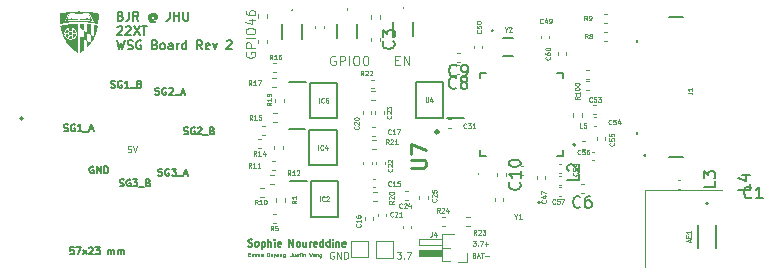
<source format=gto>
%TF.GenerationSoftware,KiCad,Pcbnew,9.0.3*%
%TF.CreationDate,2026-02-10T01:55:30-05:00*%
%TF.ProjectId,WSG_2.0,5753475f-322e-4302-9e6b-696361645f70,rev?*%
%TF.SameCoordinates,Original*%
%TF.FileFunction,Legend,Top*%
%TF.FilePolarity,Positive*%
%FSLAX46Y46*%
G04 Gerber Fmt 4.6, Leading zero omitted, Abs format (unit mm)*
G04 Created by KiCad (PCBNEW 9.0.3) date 2026-02-10 01:55:30*
%MOMM*%
%LPD*%
G01*
G04 APERTURE LIST*
%ADD10C,0.100000*%
%ADD11C,0.150000*%
%ADD12C,0.125000*%
%ADD13C,0.075000*%
%ADD14C,0.050000*%
%ADD15C,0.254000*%
%ADD16C,0.120000*%
%ADD17C,0.152400*%
%ADD18C,0.127000*%
%ADD19C,0.200000*%
%ADD20C,0.000000*%
G04 APERTURE END LIST*
D10*
X145930000Y-95470000D02*
X139430000Y-95470000D01*
X139430000Y-101970000D02*
X139430000Y-95470000D01*
X113175312Y-84134990D02*
X113099122Y-84096895D01*
X113099122Y-84096895D02*
X112984836Y-84096895D01*
X112984836Y-84096895D02*
X112870550Y-84134990D01*
X112870550Y-84134990D02*
X112794360Y-84211180D01*
X112794360Y-84211180D02*
X112756265Y-84287371D01*
X112756265Y-84287371D02*
X112718169Y-84439752D01*
X112718169Y-84439752D02*
X112718169Y-84554038D01*
X112718169Y-84554038D02*
X112756265Y-84706419D01*
X112756265Y-84706419D02*
X112794360Y-84782609D01*
X112794360Y-84782609D02*
X112870550Y-84858800D01*
X112870550Y-84858800D02*
X112984836Y-84896895D01*
X112984836Y-84896895D02*
X113061027Y-84896895D01*
X113061027Y-84896895D02*
X113175312Y-84858800D01*
X113175312Y-84858800D02*
X113213408Y-84820704D01*
X113213408Y-84820704D02*
X113213408Y-84554038D01*
X113213408Y-84554038D02*
X113061027Y-84554038D01*
X113556265Y-84896895D02*
X113556265Y-84096895D01*
X113556265Y-84096895D02*
X113861027Y-84096895D01*
X113861027Y-84096895D02*
X113937217Y-84134990D01*
X113937217Y-84134990D02*
X113975312Y-84173085D01*
X113975312Y-84173085D02*
X114013408Y-84249276D01*
X114013408Y-84249276D02*
X114013408Y-84363561D01*
X114013408Y-84363561D02*
X113975312Y-84439752D01*
X113975312Y-84439752D02*
X113937217Y-84477847D01*
X113937217Y-84477847D02*
X113861027Y-84515942D01*
X113861027Y-84515942D02*
X113556265Y-84515942D01*
X114356265Y-84896895D02*
X114356265Y-84096895D01*
X114889598Y-84096895D02*
X115041979Y-84096895D01*
X115041979Y-84096895D02*
X115118169Y-84134990D01*
X115118169Y-84134990D02*
X115194360Y-84211180D01*
X115194360Y-84211180D02*
X115232455Y-84363561D01*
X115232455Y-84363561D02*
X115232455Y-84630228D01*
X115232455Y-84630228D02*
X115194360Y-84782609D01*
X115194360Y-84782609D02*
X115118169Y-84858800D01*
X115118169Y-84858800D02*
X115041979Y-84896895D01*
X115041979Y-84896895D02*
X114889598Y-84896895D01*
X114889598Y-84896895D02*
X114813407Y-84858800D01*
X114813407Y-84858800D02*
X114737217Y-84782609D01*
X114737217Y-84782609D02*
X114699121Y-84630228D01*
X114699121Y-84630228D02*
X114699121Y-84363561D01*
X114699121Y-84363561D02*
X114737217Y-84211180D01*
X114737217Y-84211180D02*
X114813407Y-84134990D01*
X114813407Y-84134990D02*
X114889598Y-84096895D01*
X115727693Y-84096895D02*
X115803883Y-84096895D01*
X115803883Y-84096895D02*
X115880074Y-84134990D01*
X115880074Y-84134990D02*
X115918169Y-84173085D01*
X115918169Y-84173085D02*
X115956264Y-84249276D01*
X115956264Y-84249276D02*
X115994359Y-84401657D01*
X115994359Y-84401657D02*
X115994359Y-84592133D01*
X115994359Y-84592133D02*
X115956264Y-84744514D01*
X115956264Y-84744514D02*
X115918169Y-84820704D01*
X115918169Y-84820704D02*
X115880074Y-84858800D01*
X115880074Y-84858800D02*
X115803883Y-84896895D01*
X115803883Y-84896895D02*
X115727693Y-84896895D01*
X115727693Y-84896895D02*
X115651502Y-84858800D01*
X115651502Y-84858800D02*
X115613407Y-84820704D01*
X115613407Y-84820704D02*
X115575312Y-84744514D01*
X115575312Y-84744514D02*
X115537216Y-84592133D01*
X115537216Y-84592133D02*
X115537216Y-84401657D01*
X115537216Y-84401657D02*
X115575312Y-84249276D01*
X115575312Y-84249276D02*
X115613407Y-84173085D01*
X115613407Y-84173085D02*
X115651502Y-84134990D01*
X115651502Y-84134990D02*
X115727693Y-84096895D01*
X128479524Y-97709371D02*
X128479524Y-97899847D01*
X128346191Y-97499847D02*
X128479524Y-97709371D01*
X128479524Y-97709371D02*
X128612857Y-97499847D01*
X128955714Y-97899847D02*
X128727143Y-97899847D01*
X128841429Y-97899847D02*
X128841429Y-97499847D01*
X128841429Y-97499847D02*
X128803333Y-97556990D01*
X128803333Y-97556990D02*
X128765238Y-97595085D01*
X128765238Y-97595085D02*
X128727143Y-97614133D01*
D11*
X97952969Y-87360200D02*
X98038684Y-87388771D01*
X98038684Y-87388771D02*
X98181541Y-87388771D01*
X98181541Y-87388771D02*
X98238684Y-87360200D01*
X98238684Y-87360200D02*
X98267255Y-87331628D01*
X98267255Y-87331628D02*
X98295826Y-87274485D01*
X98295826Y-87274485D02*
X98295826Y-87217342D01*
X98295826Y-87217342D02*
X98267255Y-87160200D01*
X98267255Y-87160200D02*
X98238684Y-87131628D01*
X98238684Y-87131628D02*
X98181541Y-87103057D01*
X98181541Y-87103057D02*
X98067255Y-87074485D01*
X98067255Y-87074485D02*
X98010112Y-87045914D01*
X98010112Y-87045914D02*
X97981541Y-87017342D01*
X97981541Y-87017342D02*
X97952969Y-86960200D01*
X97952969Y-86960200D02*
X97952969Y-86903057D01*
X97952969Y-86903057D02*
X97981541Y-86845914D01*
X97981541Y-86845914D02*
X98010112Y-86817342D01*
X98010112Y-86817342D02*
X98067255Y-86788771D01*
X98067255Y-86788771D02*
X98210112Y-86788771D01*
X98210112Y-86788771D02*
X98295826Y-86817342D01*
X98867255Y-86817342D02*
X98810113Y-86788771D01*
X98810113Y-86788771D02*
X98724398Y-86788771D01*
X98724398Y-86788771D02*
X98638684Y-86817342D01*
X98638684Y-86817342D02*
X98581541Y-86874485D01*
X98581541Y-86874485D02*
X98552970Y-86931628D01*
X98552970Y-86931628D02*
X98524398Y-87045914D01*
X98524398Y-87045914D02*
X98524398Y-87131628D01*
X98524398Y-87131628D02*
X98552970Y-87245914D01*
X98552970Y-87245914D02*
X98581541Y-87303057D01*
X98581541Y-87303057D02*
X98638684Y-87360200D01*
X98638684Y-87360200D02*
X98724398Y-87388771D01*
X98724398Y-87388771D02*
X98781541Y-87388771D01*
X98781541Y-87388771D02*
X98867255Y-87360200D01*
X98867255Y-87360200D02*
X98895827Y-87331628D01*
X98895827Y-87331628D02*
X98895827Y-87131628D01*
X98895827Y-87131628D02*
X98781541Y-87131628D01*
X99124398Y-86845914D02*
X99152970Y-86817342D01*
X99152970Y-86817342D02*
X99210113Y-86788771D01*
X99210113Y-86788771D02*
X99352970Y-86788771D01*
X99352970Y-86788771D02*
X99410113Y-86817342D01*
X99410113Y-86817342D02*
X99438684Y-86845914D01*
X99438684Y-86845914D02*
X99467255Y-86903057D01*
X99467255Y-86903057D02*
X99467255Y-86960200D01*
X99467255Y-86960200D02*
X99438684Y-87045914D01*
X99438684Y-87045914D02*
X99095827Y-87388771D01*
X99095827Y-87388771D02*
X99467255Y-87388771D01*
X99581542Y-87445914D02*
X100038684Y-87445914D01*
X100152970Y-87217342D02*
X100438685Y-87217342D01*
X100095827Y-87388771D02*
X100295827Y-86788771D01*
X100295827Y-86788771D02*
X100495827Y-87388771D01*
D12*
X95869378Y-91762309D02*
X95631283Y-91762309D01*
X95631283Y-91762309D02*
X95607474Y-92000404D01*
X95607474Y-92000404D02*
X95631283Y-91976595D01*
X95631283Y-91976595D02*
X95678902Y-91952785D01*
X95678902Y-91952785D02*
X95797950Y-91952785D01*
X95797950Y-91952785D02*
X95845569Y-91976595D01*
X95845569Y-91976595D02*
X95869378Y-92000404D01*
X95869378Y-92000404D02*
X95893188Y-92048023D01*
X95893188Y-92048023D02*
X95893188Y-92167071D01*
X95893188Y-92167071D02*
X95869378Y-92214690D01*
X95869378Y-92214690D02*
X95845569Y-92238500D01*
X95845569Y-92238500D02*
X95797950Y-92262309D01*
X95797950Y-92262309D02*
X95678902Y-92262309D01*
X95678902Y-92262309D02*
X95631283Y-92238500D01*
X95631283Y-92238500D02*
X95607474Y-92214690D01*
X96036045Y-91762309D02*
X96202711Y-92262309D01*
X96202711Y-92262309D02*
X96369378Y-91762309D01*
X118272712Y-84476547D02*
X118539378Y-84476547D01*
X118653664Y-84895595D02*
X118272712Y-84895595D01*
X118272712Y-84895595D02*
X118272712Y-84095595D01*
X118272712Y-84095595D02*
X118653664Y-84095595D01*
X118996522Y-84895595D02*
X118996522Y-84095595D01*
X118996522Y-84095595D02*
X119453665Y-84895595D01*
X119453665Y-84895595D02*
X119453665Y-84095595D01*
D10*
X126441199Y-81821847D02*
X126441199Y-81917085D01*
X126345961Y-81878990D02*
X126441199Y-81917085D01*
X126441199Y-81917085D02*
X126536438Y-81878990D01*
X126384057Y-81993276D02*
X126441199Y-81917085D01*
X126441199Y-81917085D02*
X126498342Y-81993276D01*
D11*
X100362969Y-90720200D02*
X100448684Y-90748771D01*
X100448684Y-90748771D02*
X100591541Y-90748771D01*
X100591541Y-90748771D02*
X100648684Y-90720200D01*
X100648684Y-90720200D02*
X100677255Y-90691628D01*
X100677255Y-90691628D02*
X100705826Y-90634485D01*
X100705826Y-90634485D02*
X100705826Y-90577342D01*
X100705826Y-90577342D02*
X100677255Y-90520200D01*
X100677255Y-90520200D02*
X100648684Y-90491628D01*
X100648684Y-90491628D02*
X100591541Y-90463057D01*
X100591541Y-90463057D02*
X100477255Y-90434485D01*
X100477255Y-90434485D02*
X100420112Y-90405914D01*
X100420112Y-90405914D02*
X100391541Y-90377342D01*
X100391541Y-90377342D02*
X100362969Y-90320200D01*
X100362969Y-90320200D02*
X100362969Y-90263057D01*
X100362969Y-90263057D02*
X100391541Y-90205914D01*
X100391541Y-90205914D02*
X100420112Y-90177342D01*
X100420112Y-90177342D02*
X100477255Y-90148771D01*
X100477255Y-90148771D02*
X100620112Y-90148771D01*
X100620112Y-90148771D02*
X100705826Y-90177342D01*
X101277255Y-90177342D02*
X101220113Y-90148771D01*
X101220113Y-90148771D02*
X101134398Y-90148771D01*
X101134398Y-90148771D02*
X101048684Y-90177342D01*
X101048684Y-90177342D02*
X100991541Y-90234485D01*
X100991541Y-90234485D02*
X100962970Y-90291628D01*
X100962970Y-90291628D02*
X100934398Y-90405914D01*
X100934398Y-90405914D02*
X100934398Y-90491628D01*
X100934398Y-90491628D02*
X100962970Y-90605914D01*
X100962970Y-90605914D02*
X100991541Y-90663057D01*
X100991541Y-90663057D02*
X101048684Y-90720200D01*
X101048684Y-90720200D02*
X101134398Y-90748771D01*
X101134398Y-90748771D02*
X101191541Y-90748771D01*
X101191541Y-90748771D02*
X101277255Y-90720200D01*
X101277255Y-90720200D02*
X101305827Y-90691628D01*
X101305827Y-90691628D02*
X101305827Y-90491628D01*
X101305827Y-90491628D02*
X101191541Y-90491628D01*
X101534398Y-90205914D02*
X101562970Y-90177342D01*
X101562970Y-90177342D02*
X101620113Y-90148771D01*
X101620113Y-90148771D02*
X101762970Y-90148771D01*
X101762970Y-90148771D02*
X101820113Y-90177342D01*
X101820113Y-90177342D02*
X101848684Y-90205914D01*
X101848684Y-90205914D02*
X101877255Y-90263057D01*
X101877255Y-90263057D02*
X101877255Y-90320200D01*
X101877255Y-90320200D02*
X101848684Y-90405914D01*
X101848684Y-90405914D02*
X101505827Y-90748771D01*
X101505827Y-90748771D02*
X101877255Y-90748771D01*
X101991542Y-90805914D02*
X102448684Y-90805914D01*
X102791542Y-90434485D02*
X102877256Y-90463057D01*
X102877256Y-90463057D02*
X102905827Y-90491628D01*
X102905827Y-90491628D02*
X102934399Y-90548771D01*
X102934399Y-90548771D02*
X102934399Y-90634485D01*
X102934399Y-90634485D02*
X102905827Y-90691628D01*
X102905827Y-90691628D02*
X102877256Y-90720200D01*
X102877256Y-90720200D02*
X102820113Y-90748771D01*
X102820113Y-90748771D02*
X102591542Y-90748771D01*
X102591542Y-90748771D02*
X102591542Y-90148771D01*
X102591542Y-90148771D02*
X102791542Y-90148771D01*
X102791542Y-90148771D02*
X102848685Y-90177342D01*
X102848685Y-90177342D02*
X102877256Y-90205914D01*
X102877256Y-90205914D02*
X102905827Y-90263057D01*
X102905827Y-90263057D02*
X102905827Y-90320200D01*
X102905827Y-90320200D02*
X102877256Y-90377342D01*
X102877256Y-90377342D02*
X102848685Y-90405914D01*
X102848685Y-90405914D02*
X102791542Y-90434485D01*
X102791542Y-90434485D02*
X102591542Y-90434485D01*
D12*
X105633690Y-83808240D02*
X105595595Y-83884430D01*
X105595595Y-83884430D02*
X105595595Y-83998716D01*
X105595595Y-83998716D02*
X105633690Y-84113002D01*
X105633690Y-84113002D02*
X105709880Y-84189192D01*
X105709880Y-84189192D02*
X105786071Y-84227287D01*
X105786071Y-84227287D02*
X105938452Y-84265383D01*
X105938452Y-84265383D02*
X106052738Y-84265383D01*
X106052738Y-84265383D02*
X106205119Y-84227287D01*
X106205119Y-84227287D02*
X106281309Y-84189192D01*
X106281309Y-84189192D02*
X106357500Y-84113002D01*
X106357500Y-84113002D02*
X106395595Y-83998716D01*
X106395595Y-83998716D02*
X106395595Y-83922525D01*
X106395595Y-83922525D02*
X106357500Y-83808240D01*
X106357500Y-83808240D02*
X106319404Y-83770144D01*
X106319404Y-83770144D02*
X106052738Y-83770144D01*
X106052738Y-83770144D02*
X106052738Y-83922525D01*
X106395595Y-83427287D02*
X105595595Y-83427287D01*
X105595595Y-83427287D02*
X105595595Y-83122525D01*
X105595595Y-83122525D02*
X105633690Y-83046335D01*
X105633690Y-83046335D02*
X105671785Y-83008240D01*
X105671785Y-83008240D02*
X105747976Y-82970144D01*
X105747976Y-82970144D02*
X105862261Y-82970144D01*
X105862261Y-82970144D02*
X105938452Y-83008240D01*
X105938452Y-83008240D02*
X105976547Y-83046335D01*
X105976547Y-83046335D02*
X106014642Y-83122525D01*
X106014642Y-83122525D02*
X106014642Y-83427287D01*
X106395595Y-82627287D02*
X105595595Y-82627287D01*
X105595595Y-82093954D02*
X105595595Y-81941573D01*
X105595595Y-81941573D02*
X105633690Y-81865383D01*
X105633690Y-81865383D02*
X105709880Y-81789192D01*
X105709880Y-81789192D02*
X105862261Y-81751097D01*
X105862261Y-81751097D02*
X106128928Y-81751097D01*
X106128928Y-81751097D02*
X106281309Y-81789192D01*
X106281309Y-81789192D02*
X106357500Y-81865383D01*
X106357500Y-81865383D02*
X106395595Y-81941573D01*
X106395595Y-81941573D02*
X106395595Y-82093954D01*
X106395595Y-82093954D02*
X106357500Y-82170145D01*
X106357500Y-82170145D02*
X106281309Y-82246335D01*
X106281309Y-82246335D02*
X106128928Y-82284431D01*
X106128928Y-82284431D02*
X105862261Y-82284431D01*
X105862261Y-82284431D02*
X105709880Y-82246335D01*
X105709880Y-82246335D02*
X105633690Y-82170145D01*
X105633690Y-82170145D02*
X105595595Y-82093954D01*
X105862261Y-81065383D02*
X106395595Y-81065383D01*
X105557500Y-81255859D02*
X106128928Y-81446336D01*
X106128928Y-81446336D02*
X106128928Y-80951097D01*
X105595595Y-80303478D02*
X105595595Y-80455859D01*
X105595595Y-80455859D02*
X105633690Y-80532050D01*
X105633690Y-80532050D02*
X105671785Y-80570145D01*
X105671785Y-80570145D02*
X105786071Y-80646335D01*
X105786071Y-80646335D02*
X105938452Y-80684431D01*
X105938452Y-80684431D02*
X106243214Y-80684431D01*
X106243214Y-80684431D02*
X106319404Y-80646335D01*
X106319404Y-80646335D02*
X106357500Y-80608240D01*
X106357500Y-80608240D02*
X106395595Y-80532050D01*
X106395595Y-80532050D02*
X106395595Y-80379669D01*
X106395595Y-80379669D02*
X106357500Y-80303478D01*
X106357500Y-80303478D02*
X106319404Y-80265383D01*
X106319404Y-80265383D02*
X106243214Y-80227288D01*
X106243214Y-80227288D02*
X106052738Y-80227288D01*
X106052738Y-80227288D02*
X105976547Y-80265383D01*
X105976547Y-80265383D02*
X105938452Y-80303478D01*
X105938452Y-80303478D02*
X105900357Y-80379669D01*
X105900357Y-80379669D02*
X105900357Y-80532050D01*
X105900357Y-80532050D02*
X105938452Y-80608240D01*
X105938452Y-80608240D02*
X105976547Y-80646335D01*
X105976547Y-80646335D02*
X106052738Y-80684431D01*
D11*
X105819169Y-100220200D02*
X105904884Y-100248771D01*
X105904884Y-100248771D02*
X106047741Y-100248771D01*
X106047741Y-100248771D02*
X106104884Y-100220200D01*
X106104884Y-100220200D02*
X106133455Y-100191628D01*
X106133455Y-100191628D02*
X106162026Y-100134485D01*
X106162026Y-100134485D02*
X106162026Y-100077342D01*
X106162026Y-100077342D02*
X106133455Y-100020200D01*
X106133455Y-100020200D02*
X106104884Y-99991628D01*
X106104884Y-99991628D02*
X106047741Y-99963057D01*
X106047741Y-99963057D02*
X105933455Y-99934485D01*
X105933455Y-99934485D02*
X105876312Y-99905914D01*
X105876312Y-99905914D02*
X105847741Y-99877342D01*
X105847741Y-99877342D02*
X105819169Y-99820200D01*
X105819169Y-99820200D02*
X105819169Y-99763057D01*
X105819169Y-99763057D02*
X105847741Y-99705914D01*
X105847741Y-99705914D02*
X105876312Y-99677342D01*
X105876312Y-99677342D02*
X105933455Y-99648771D01*
X105933455Y-99648771D02*
X106076312Y-99648771D01*
X106076312Y-99648771D02*
X106162026Y-99677342D01*
X106504884Y-100248771D02*
X106447741Y-100220200D01*
X106447741Y-100220200D02*
X106419170Y-100191628D01*
X106419170Y-100191628D02*
X106390598Y-100134485D01*
X106390598Y-100134485D02*
X106390598Y-99963057D01*
X106390598Y-99963057D02*
X106419170Y-99905914D01*
X106419170Y-99905914D02*
X106447741Y-99877342D01*
X106447741Y-99877342D02*
X106504884Y-99848771D01*
X106504884Y-99848771D02*
X106590598Y-99848771D01*
X106590598Y-99848771D02*
X106647741Y-99877342D01*
X106647741Y-99877342D02*
X106676313Y-99905914D01*
X106676313Y-99905914D02*
X106704884Y-99963057D01*
X106704884Y-99963057D02*
X106704884Y-100134485D01*
X106704884Y-100134485D02*
X106676313Y-100191628D01*
X106676313Y-100191628D02*
X106647741Y-100220200D01*
X106647741Y-100220200D02*
X106590598Y-100248771D01*
X106590598Y-100248771D02*
X106504884Y-100248771D01*
X106962027Y-99848771D02*
X106962027Y-100448771D01*
X106962027Y-99877342D02*
X107019170Y-99848771D01*
X107019170Y-99848771D02*
X107133455Y-99848771D01*
X107133455Y-99848771D02*
X107190598Y-99877342D01*
X107190598Y-99877342D02*
X107219170Y-99905914D01*
X107219170Y-99905914D02*
X107247741Y-99963057D01*
X107247741Y-99963057D02*
X107247741Y-100134485D01*
X107247741Y-100134485D02*
X107219170Y-100191628D01*
X107219170Y-100191628D02*
X107190598Y-100220200D01*
X107190598Y-100220200D02*
X107133455Y-100248771D01*
X107133455Y-100248771D02*
X107019170Y-100248771D01*
X107019170Y-100248771D02*
X106962027Y-100220200D01*
X107504884Y-100248771D02*
X107504884Y-99648771D01*
X107762027Y-100248771D02*
X107762027Y-99934485D01*
X107762027Y-99934485D02*
X107733455Y-99877342D01*
X107733455Y-99877342D02*
X107676312Y-99848771D01*
X107676312Y-99848771D02*
X107590598Y-99848771D01*
X107590598Y-99848771D02*
X107533455Y-99877342D01*
X107533455Y-99877342D02*
X107504884Y-99905914D01*
X108047741Y-100248771D02*
X108047741Y-99848771D01*
X108047741Y-99648771D02*
X108019169Y-99677342D01*
X108019169Y-99677342D02*
X108047741Y-99705914D01*
X108047741Y-99705914D02*
X108076312Y-99677342D01*
X108076312Y-99677342D02*
X108047741Y-99648771D01*
X108047741Y-99648771D02*
X108047741Y-99705914D01*
X108562026Y-100220200D02*
X108504883Y-100248771D01*
X108504883Y-100248771D02*
X108390598Y-100248771D01*
X108390598Y-100248771D02*
X108333455Y-100220200D01*
X108333455Y-100220200D02*
X108304883Y-100163057D01*
X108304883Y-100163057D02*
X108304883Y-99934485D01*
X108304883Y-99934485D02*
X108333455Y-99877342D01*
X108333455Y-99877342D02*
X108390598Y-99848771D01*
X108390598Y-99848771D02*
X108504883Y-99848771D01*
X108504883Y-99848771D02*
X108562026Y-99877342D01*
X108562026Y-99877342D02*
X108590598Y-99934485D01*
X108590598Y-99934485D02*
X108590598Y-99991628D01*
X108590598Y-99991628D02*
X108304883Y-100048771D01*
X109304884Y-100248771D02*
X109304884Y-99648771D01*
X109304884Y-99648771D02*
X109647741Y-100248771D01*
X109647741Y-100248771D02*
X109647741Y-99648771D01*
X110019169Y-100248771D02*
X109962026Y-100220200D01*
X109962026Y-100220200D02*
X109933455Y-100191628D01*
X109933455Y-100191628D02*
X109904883Y-100134485D01*
X109904883Y-100134485D02*
X109904883Y-99963057D01*
X109904883Y-99963057D02*
X109933455Y-99905914D01*
X109933455Y-99905914D02*
X109962026Y-99877342D01*
X109962026Y-99877342D02*
X110019169Y-99848771D01*
X110019169Y-99848771D02*
X110104883Y-99848771D01*
X110104883Y-99848771D02*
X110162026Y-99877342D01*
X110162026Y-99877342D02*
X110190598Y-99905914D01*
X110190598Y-99905914D02*
X110219169Y-99963057D01*
X110219169Y-99963057D02*
X110219169Y-100134485D01*
X110219169Y-100134485D02*
X110190598Y-100191628D01*
X110190598Y-100191628D02*
X110162026Y-100220200D01*
X110162026Y-100220200D02*
X110104883Y-100248771D01*
X110104883Y-100248771D02*
X110019169Y-100248771D01*
X110733455Y-99848771D02*
X110733455Y-100248771D01*
X110476312Y-99848771D02*
X110476312Y-100163057D01*
X110476312Y-100163057D02*
X110504883Y-100220200D01*
X110504883Y-100220200D02*
X110562026Y-100248771D01*
X110562026Y-100248771D02*
X110647740Y-100248771D01*
X110647740Y-100248771D02*
X110704883Y-100220200D01*
X110704883Y-100220200D02*
X110733455Y-100191628D01*
X111019169Y-100248771D02*
X111019169Y-99848771D01*
X111019169Y-99963057D02*
X111047740Y-99905914D01*
X111047740Y-99905914D02*
X111076312Y-99877342D01*
X111076312Y-99877342D02*
X111133454Y-99848771D01*
X111133454Y-99848771D02*
X111190597Y-99848771D01*
X111619169Y-100220200D02*
X111562026Y-100248771D01*
X111562026Y-100248771D02*
X111447741Y-100248771D01*
X111447741Y-100248771D02*
X111390598Y-100220200D01*
X111390598Y-100220200D02*
X111362026Y-100163057D01*
X111362026Y-100163057D02*
X111362026Y-99934485D01*
X111362026Y-99934485D02*
X111390598Y-99877342D01*
X111390598Y-99877342D02*
X111447741Y-99848771D01*
X111447741Y-99848771D02*
X111562026Y-99848771D01*
X111562026Y-99848771D02*
X111619169Y-99877342D01*
X111619169Y-99877342D02*
X111647741Y-99934485D01*
X111647741Y-99934485D02*
X111647741Y-99991628D01*
X111647741Y-99991628D02*
X111362026Y-100048771D01*
X112162027Y-100248771D02*
X112162027Y-99648771D01*
X112162027Y-100220200D02*
X112104884Y-100248771D01*
X112104884Y-100248771D02*
X111990598Y-100248771D01*
X111990598Y-100248771D02*
X111933455Y-100220200D01*
X111933455Y-100220200D02*
X111904884Y-100191628D01*
X111904884Y-100191628D02*
X111876312Y-100134485D01*
X111876312Y-100134485D02*
X111876312Y-99963057D01*
X111876312Y-99963057D02*
X111904884Y-99905914D01*
X111904884Y-99905914D02*
X111933455Y-99877342D01*
X111933455Y-99877342D02*
X111990598Y-99848771D01*
X111990598Y-99848771D02*
X112104884Y-99848771D01*
X112104884Y-99848771D02*
X112162027Y-99877342D01*
X112704884Y-100248771D02*
X112704884Y-99648771D01*
X112704884Y-100220200D02*
X112647741Y-100248771D01*
X112647741Y-100248771D02*
X112533455Y-100248771D01*
X112533455Y-100248771D02*
X112476312Y-100220200D01*
X112476312Y-100220200D02*
X112447741Y-100191628D01*
X112447741Y-100191628D02*
X112419169Y-100134485D01*
X112419169Y-100134485D02*
X112419169Y-99963057D01*
X112419169Y-99963057D02*
X112447741Y-99905914D01*
X112447741Y-99905914D02*
X112476312Y-99877342D01*
X112476312Y-99877342D02*
X112533455Y-99848771D01*
X112533455Y-99848771D02*
X112647741Y-99848771D01*
X112647741Y-99848771D02*
X112704884Y-99877342D01*
X112990598Y-100248771D02*
X112990598Y-99848771D01*
X112990598Y-99648771D02*
X112962026Y-99677342D01*
X112962026Y-99677342D02*
X112990598Y-99705914D01*
X112990598Y-99705914D02*
X113019169Y-99677342D01*
X113019169Y-99677342D02*
X112990598Y-99648771D01*
X112990598Y-99648771D02*
X112990598Y-99705914D01*
X113276312Y-99848771D02*
X113276312Y-100248771D01*
X113276312Y-99905914D02*
X113304883Y-99877342D01*
X113304883Y-99877342D02*
X113362026Y-99848771D01*
X113362026Y-99848771D02*
X113447740Y-99848771D01*
X113447740Y-99848771D02*
X113504883Y-99877342D01*
X113504883Y-99877342D02*
X113533455Y-99934485D01*
X113533455Y-99934485D02*
X113533455Y-100248771D01*
X114047740Y-100220200D02*
X113990597Y-100248771D01*
X113990597Y-100248771D02*
X113876312Y-100248771D01*
X113876312Y-100248771D02*
X113819169Y-100220200D01*
X113819169Y-100220200D02*
X113790597Y-100163057D01*
X113790597Y-100163057D02*
X113790597Y-99934485D01*
X113790597Y-99934485D02*
X113819169Y-99877342D01*
X113819169Y-99877342D02*
X113876312Y-99848771D01*
X113876312Y-99848771D02*
X113990597Y-99848771D01*
X113990597Y-99848771D02*
X114047740Y-99877342D01*
X114047740Y-99877342D02*
X114076312Y-99934485D01*
X114076312Y-99934485D02*
X114076312Y-99991628D01*
X114076312Y-99991628D02*
X113790597Y-100048771D01*
X94922969Y-95130200D02*
X95008684Y-95158771D01*
X95008684Y-95158771D02*
X95151541Y-95158771D01*
X95151541Y-95158771D02*
X95208684Y-95130200D01*
X95208684Y-95130200D02*
X95237255Y-95101628D01*
X95237255Y-95101628D02*
X95265826Y-95044485D01*
X95265826Y-95044485D02*
X95265826Y-94987342D01*
X95265826Y-94987342D02*
X95237255Y-94930200D01*
X95237255Y-94930200D02*
X95208684Y-94901628D01*
X95208684Y-94901628D02*
X95151541Y-94873057D01*
X95151541Y-94873057D02*
X95037255Y-94844485D01*
X95037255Y-94844485D02*
X94980112Y-94815914D01*
X94980112Y-94815914D02*
X94951541Y-94787342D01*
X94951541Y-94787342D02*
X94922969Y-94730200D01*
X94922969Y-94730200D02*
X94922969Y-94673057D01*
X94922969Y-94673057D02*
X94951541Y-94615914D01*
X94951541Y-94615914D02*
X94980112Y-94587342D01*
X94980112Y-94587342D02*
X95037255Y-94558771D01*
X95037255Y-94558771D02*
X95180112Y-94558771D01*
X95180112Y-94558771D02*
X95265826Y-94587342D01*
X95837255Y-94587342D02*
X95780113Y-94558771D01*
X95780113Y-94558771D02*
X95694398Y-94558771D01*
X95694398Y-94558771D02*
X95608684Y-94587342D01*
X95608684Y-94587342D02*
X95551541Y-94644485D01*
X95551541Y-94644485D02*
X95522970Y-94701628D01*
X95522970Y-94701628D02*
X95494398Y-94815914D01*
X95494398Y-94815914D02*
X95494398Y-94901628D01*
X95494398Y-94901628D02*
X95522970Y-95015914D01*
X95522970Y-95015914D02*
X95551541Y-95073057D01*
X95551541Y-95073057D02*
X95608684Y-95130200D01*
X95608684Y-95130200D02*
X95694398Y-95158771D01*
X95694398Y-95158771D02*
X95751541Y-95158771D01*
X95751541Y-95158771D02*
X95837255Y-95130200D01*
X95837255Y-95130200D02*
X95865827Y-95101628D01*
X95865827Y-95101628D02*
X95865827Y-94901628D01*
X95865827Y-94901628D02*
X95751541Y-94901628D01*
X96065827Y-94558771D02*
X96437255Y-94558771D01*
X96437255Y-94558771D02*
X96237255Y-94787342D01*
X96237255Y-94787342D02*
X96322970Y-94787342D01*
X96322970Y-94787342D02*
X96380113Y-94815914D01*
X96380113Y-94815914D02*
X96408684Y-94844485D01*
X96408684Y-94844485D02*
X96437255Y-94901628D01*
X96437255Y-94901628D02*
X96437255Y-95044485D01*
X96437255Y-95044485D02*
X96408684Y-95101628D01*
X96408684Y-95101628D02*
X96380113Y-95130200D01*
X96380113Y-95130200D02*
X96322970Y-95158771D01*
X96322970Y-95158771D02*
X96151541Y-95158771D01*
X96151541Y-95158771D02*
X96094398Y-95130200D01*
X96094398Y-95130200D02*
X96065827Y-95101628D01*
X96551542Y-95215914D02*
X97008684Y-95215914D01*
X97351542Y-94844485D02*
X97437256Y-94873057D01*
X97437256Y-94873057D02*
X97465827Y-94901628D01*
X97465827Y-94901628D02*
X97494399Y-94958771D01*
X97494399Y-94958771D02*
X97494399Y-95044485D01*
X97494399Y-95044485D02*
X97465827Y-95101628D01*
X97465827Y-95101628D02*
X97437256Y-95130200D01*
X97437256Y-95130200D02*
X97380113Y-95158771D01*
X97380113Y-95158771D02*
X97151542Y-95158771D01*
X97151542Y-95158771D02*
X97151542Y-94558771D01*
X97151542Y-94558771D02*
X97351542Y-94558771D01*
X97351542Y-94558771D02*
X97408685Y-94587342D01*
X97408685Y-94587342D02*
X97437256Y-94615914D01*
X97437256Y-94615914D02*
X97465827Y-94673057D01*
X97465827Y-94673057D02*
X97465827Y-94730200D01*
X97465827Y-94730200D02*
X97437256Y-94787342D01*
X97437256Y-94787342D02*
X97408685Y-94815914D01*
X97408685Y-94815914D02*
X97351542Y-94844485D01*
X97351542Y-94844485D02*
X97151542Y-94844485D01*
D10*
X124957143Y-100970323D02*
X125014286Y-100989371D01*
X125014286Y-100989371D02*
X125033333Y-101008419D01*
X125033333Y-101008419D02*
X125052381Y-101046514D01*
X125052381Y-101046514D02*
X125052381Y-101103657D01*
X125052381Y-101103657D02*
X125033333Y-101141752D01*
X125033333Y-101141752D02*
X125014286Y-101160800D01*
X125014286Y-101160800D02*
X124976191Y-101179847D01*
X124976191Y-101179847D02*
X124823810Y-101179847D01*
X124823810Y-101179847D02*
X124823810Y-100779847D01*
X124823810Y-100779847D02*
X124957143Y-100779847D01*
X124957143Y-100779847D02*
X124995238Y-100798895D01*
X124995238Y-100798895D02*
X125014286Y-100817942D01*
X125014286Y-100817942D02*
X125033333Y-100856038D01*
X125033333Y-100856038D02*
X125033333Y-100894133D01*
X125033333Y-100894133D02*
X125014286Y-100932228D01*
X125014286Y-100932228D02*
X124995238Y-100951276D01*
X124995238Y-100951276D02*
X124957143Y-100970323D01*
X124957143Y-100970323D02*
X124823810Y-100970323D01*
X125204762Y-101065561D02*
X125395238Y-101065561D01*
X125166667Y-101179847D02*
X125300000Y-100779847D01*
X125300000Y-100779847D02*
X125433333Y-101179847D01*
X125509524Y-100779847D02*
X125738095Y-100779847D01*
X125623809Y-101179847D02*
X125623809Y-100779847D01*
X125871429Y-101027466D02*
X126176191Y-101027466D01*
D13*
X105836970Y-100912242D02*
X105936970Y-100912242D01*
X105979827Y-101069385D02*
X105836970Y-101069385D01*
X105836970Y-101069385D02*
X105836970Y-100769385D01*
X105836970Y-100769385D02*
X105979827Y-100769385D01*
X106108399Y-101069385D02*
X106108399Y-100869385D01*
X106108399Y-100897957D02*
X106122685Y-100883671D01*
X106122685Y-100883671D02*
X106151256Y-100869385D01*
X106151256Y-100869385D02*
X106194113Y-100869385D01*
X106194113Y-100869385D02*
X106222685Y-100883671D01*
X106222685Y-100883671D02*
X106236971Y-100912242D01*
X106236971Y-100912242D02*
X106236971Y-101069385D01*
X106236971Y-100912242D02*
X106251256Y-100883671D01*
X106251256Y-100883671D02*
X106279828Y-100869385D01*
X106279828Y-100869385D02*
X106322685Y-100869385D01*
X106322685Y-100869385D02*
X106351256Y-100883671D01*
X106351256Y-100883671D02*
X106365542Y-100912242D01*
X106365542Y-100912242D02*
X106365542Y-101069385D01*
X106508399Y-101069385D02*
X106508399Y-100869385D01*
X106508399Y-100897957D02*
X106522685Y-100883671D01*
X106522685Y-100883671D02*
X106551256Y-100869385D01*
X106551256Y-100869385D02*
X106594113Y-100869385D01*
X106594113Y-100869385D02*
X106622685Y-100883671D01*
X106622685Y-100883671D02*
X106636971Y-100912242D01*
X106636971Y-100912242D02*
X106636971Y-101069385D01*
X106636971Y-100912242D02*
X106651256Y-100883671D01*
X106651256Y-100883671D02*
X106679828Y-100869385D01*
X106679828Y-100869385D02*
X106722685Y-100869385D01*
X106722685Y-100869385D02*
X106751256Y-100883671D01*
X106751256Y-100883671D02*
X106765542Y-100912242D01*
X106765542Y-100912242D02*
X106765542Y-101069385D01*
X107036971Y-101069385D02*
X107036971Y-100912242D01*
X107036971Y-100912242D02*
X107022685Y-100883671D01*
X107022685Y-100883671D02*
X106994113Y-100869385D01*
X106994113Y-100869385D02*
X106936971Y-100869385D01*
X106936971Y-100869385D02*
X106908399Y-100883671D01*
X107036971Y-101055100D02*
X107008399Y-101069385D01*
X107008399Y-101069385D02*
X106936971Y-101069385D01*
X106936971Y-101069385D02*
X106908399Y-101055100D01*
X106908399Y-101055100D02*
X106894113Y-101026528D01*
X106894113Y-101026528D02*
X106894113Y-100997957D01*
X106894113Y-100997957D02*
X106908399Y-100969385D01*
X106908399Y-100969385D02*
X106936971Y-100955100D01*
X106936971Y-100955100D02*
X107008399Y-100955100D01*
X107008399Y-100955100D02*
X107036971Y-100940814D01*
X107465542Y-100769385D02*
X107522685Y-100769385D01*
X107522685Y-100769385D02*
X107551256Y-100783671D01*
X107551256Y-100783671D02*
X107579828Y-100812242D01*
X107579828Y-100812242D02*
X107594113Y-100869385D01*
X107594113Y-100869385D02*
X107594113Y-100969385D01*
X107594113Y-100969385D02*
X107579828Y-101026528D01*
X107579828Y-101026528D02*
X107551256Y-101055100D01*
X107551256Y-101055100D02*
X107522685Y-101069385D01*
X107522685Y-101069385D02*
X107465542Y-101069385D01*
X107465542Y-101069385D02*
X107436971Y-101055100D01*
X107436971Y-101055100D02*
X107408399Y-101026528D01*
X107408399Y-101026528D02*
X107394113Y-100969385D01*
X107394113Y-100969385D02*
X107394113Y-100869385D01*
X107394113Y-100869385D02*
X107408399Y-100812242D01*
X107408399Y-100812242D02*
X107436971Y-100783671D01*
X107436971Y-100783671D02*
X107465542Y-100769385D01*
X107851257Y-100869385D02*
X107851257Y-101069385D01*
X107722685Y-100869385D02*
X107722685Y-101026528D01*
X107722685Y-101026528D02*
X107736971Y-101055100D01*
X107736971Y-101055100D02*
X107765542Y-101069385D01*
X107765542Y-101069385D02*
X107808399Y-101069385D01*
X107808399Y-101069385D02*
X107836971Y-101055100D01*
X107836971Y-101055100D02*
X107851257Y-101040814D01*
X107965543Y-100869385D02*
X108036971Y-101069385D01*
X108108400Y-100869385D02*
X108036971Y-101069385D01*
X108036971Y-101069385D02*
X108008400Y-101140814D01*
X108008400Y-101140814D02*
X107994114Y-101155100D01*
X107994114Y-101155100D02*
X107965543Y-101169385D01*
X108351257Y-101069385D02*
X108351257Y-100912242D01*
X108351257Y-100912242D02*
X108336971Y-100883671D01*
X108336971Y-100883671D02*
X108308399Y-100869385D01*
X108308399Y-100869385D02*
X108251257Y-100869385D01*
X108251257Y-100869385D02*
X108222685Y-100883671D01*
X108351257Y-101055100D02*
X108322685Y-101069385D01*
X108322685Y-101069385D02*
X108251257Y-101069385D01*
X108251257Y-101069385D02*
X108222685Y-101055100D01*
X108222685Y-101055100D02*
X108208399Y-101026528D01*
X108208399Y-101026528D02*
X108208399Y-100997957D01*
X108208399Y-100997957D02*
X108222685Y-100969385D01*
X108222685Y-100969385D02*
X108251257Y-100955100D01*
X108251257Y-100955100D02*
X108322685Y-100955100D01*
X108322685Y-100955100D02*
X108351257Y-100940814D01*
X108494114Y-100869385D02*
X108494114Y-101069385D01*
X108494114Y-100897957D02*
X108508400Y-100883671D01*
X108508400Y-100883671D02*
X108536971Y-100869385D01*
X108536971Y-100869385D02*
X108579828Y-100869385D01*
X108579828Y-100869385D02*
X108608400Y-100883671D01*
X108608400Y-100883671D02*
X108622686Y-100912242D01*
X108622686Y-100912242D02*
X108622686Y-101069385D01*
X108894115Y-100869385D02*
X108894115Y-101112242D01*
X108894115Y-101112242D02*
X108879829Y-101140814D01*
X108879829Y-101140814D02*
X108865543Y-101155100D01*
X108865543Y-101155100D02*
X108836972Y-101169385D01*
X108836972Y-101169385D02*
X108794115Y-101169385D01*
X108794115Y-101169385D02*
X108765543Y-101155100D01*
X108894115Y-101055100D02*
X108865543Y-101069385D01*
X108865543Y-101069385D02*
X108808400Y-101069385D01*
X108808400Y-101069385D02*
X108779829Y-101055100D01*
X108779829Y-101055100D02*
X108765543Y-101040814D01*
X108765543Y-101040814D02*
X108751257Y-101012242D01*
X108751257Y-101012242D02*
X108751257Y-100926528D01*
X108751257Y-100926528D02*
X108765543Y-100897957D01*
X108765543Y-100897957D02*
X108779829Y-100883671D01*
X108779829Y-100883671D02*
X108808400Y-100869385D01*
X108808400Y-100869385D02*
X108865543Y-100869385D01*
X108865543Y-100869385D02*
X108894115Y-100883671D01*
D11*
X98192969Y-94220200D02*
X98278684Y-94248771D01*
X98278684Y-94248771D02*
X98421541Y-94248771D01*
X98421541Y-94248771D02*
X98478684Y-94220200D01*
X98478684Y-94220200D02*
X98507255Y-94191628D01*
X98507255Y-94191628D02*
X98535826Y-94134485D01*
X98535826Y-94134485D02*
X98535826Y-94077342D01*
X98535826Y-94077342D02*
X98507255Y-94020200D01*
X98507255Y-94020200D02*
X98478684Y-93991628D01*
X98478684Y-93991628D02*
X98421541Y-93963057D01*
X98421541Y-93963057D02*
X98307255Y-93934485D01*
X98307255Y-93934485D02*
X98250112Y-93905914D01*
X98250112Y-93905914D02*
X98221541Y-93877342D01*
X98221541Y-93877342D02*
X98192969Y-93820200D01*
X98192969Y-93820200D02*
X98192969Y-93763057D01*
X98192969Y-93763057D02*
X98221541Y-93705914D01*
X98221541Y-93705914D02*
X98250112Y-93677342D01*
X98250112Y-93677342D02*
X98307255Y-93648771D01*
X98307255Y-93648771D02*
X98450112Y-93648771D01*
X98450112Y-93648771D02*
X98535826Y-93677342D01*
X99107255Y-93677342D02*
X99050113Y-93648771D01*
X99050113Y-93648771D02*
X98964398Y-93648771D01*
X98964398Y-93648771D02*
X98878684Y-93677342D01*
X98878684Y-93677342D02*
X98821541Y-93734485D01*
X98821541Y-93734485D02*
X98792970Y-93791628D01*
X98792970Y-93791628D02*
X98764398Y-93905914D01*
X98764398Y-93905914D02*
X98764398Y-93991628D01*
X98764398Y-93991628D02*
X98792970Y-94105914D01*
X98792970Y-94105914D02*
X98821541Y-94163057D01*
X98821541Y-94163057D02*
X98878684Y-94220200D01*
X98878684Y-94220200D02*
X98964398Y-94248771D01*
X98964398Y-94248771D02*
X99021541Y-94248771D01*
X99021541Y-94248771D02*
X99107255Y-94220200D01*
X99107255Y-94220200D02*
X99135827Y-94191628D01*
X99135827Y-94191628D02*
X99135827Y-93991628D01*
X99135827Y-93991628D02*
X99021541Y-93991628D01*
X99335827Y-93648771D02*
X99707255Y-93648771D01*
X99707255Y-93648771D02*
X99507255Y-93877342D01*
X99507255Y-93877342D02*
X99592970Y-93877342D01*
X99592970Y-93877342D02*
X99650113Y-93905914D01*
X99650113Y-93905914D02*
X99678684Y-93934485D01*
X99678684Y-93934485D02*
X99707255Y-93991628D01*
X99707255Y-93991628D02*
X99707255Y-94134485D01*
X99707255Y-94134485D02*
X99678684Y-94191628D01*
X99678684Y-94191628D02*
X99650113Y-94220200D01*
X99650113Y-94220200D02*
X99592970Y-94248771D01*
X99592970Y-94248771D02*
X99421541Y-94248771D01*
X99421541Y-94248771D02*
X99364398Y-94220200D01*
X99364398Y-94220200D02*
X99335827Y-94191628D01*
X99821542Y-94305914D02*
X100278684Y-94305914D01*
X100392970Y-94077342D02*
X100678685Y-94077342D01*
X100335827Y-94248771D02*
X100535827Y-93648771D01*
X100535827Y-93648771D02*
X100735827Y-94248771D01*
X94192969Y-86770200D02*
X94278684Y-86798771D01*
X94278684Y-86798771D02*
X94421541Y-86798771D01*
X94421541Y-86798771D02*
X94478684Y-86770200D01*
X94478684Y-86770200D02*
X94507255Y-86741628D01*
X94507255Y-86741628D02*
X94535826Y-86684485D01*
X94535826Y-86684485D02*
X94535826Y-86627342D01*
X94535826Y-86627342D02*
X94507255Y-86570200D01*
X94507255Y-86570200D02*
X94478684Y-86541628D01*
X94478684Y-86541628D02*
X94421541Y-86513057D01*
X94421541Y-86513057D02*
X94307255Y-86484485D01*
X94307255Y-86484485D02*
X94250112Y-86455914D01*
X94250112Y-86455914D02*
X94221541Y-86427342D01*
X94221541Y-86427342D02*
X94192969Y-86370200D01*
X94192969Y-86370200D02*
X94192969Y-86313057D01*
X94192969Y-86313057D02*
X94221541Y-86255914D01*
X94221541Y-86255914D02*
X94250112Y-86227342D01*
X94250112Y-86227342D02*
X94307255Y-86198771D01*
X94307255Y-86198771D02*
X94450112Y-86198771D01*
X94450112Y-86198771D02*
X94535826Y-86227342D01*
X95107255Y-86227342D02*
X95050113Y-86198771D01*
X95050113Y-86198771D02*
X94964398Y-86198771D01*
X94964398Y-86198771D02*
X94878684Y-86227342D01*
X94878684Y-86227342D02*
X94821541Y-86284485D01*
X94821541Y-86284485D02*
X94792970Y-86341628D01*
X94792970Y-86341628D02*
X94764398Y-86455914D01*
X94764398Y-86455914D02*
X94764398Y-86541628D01*
X94764398Y-86541628D02*
X94792970Y-86655914D01*
X94792970Y-86655914D02*
X94821541Y-86713057D01*
X94821541Y-86713057D02*
X94878684Y-86770200D01*
X94878684Y-86770200D02*
X94964398Y-86798771D01*
X94964398Y-86798771D02*
X95021541Y-86798771D01*
X95021541Y-86798771D02*
X95107255Y-86770200D01*
X95107255Y-86770200D02*
X95135827Y-86741628D01*
X95135827Y-86741628D02*
X95135827Y-86541628D01*
X95135827Y-86541628D02*
X95021541Y-86541628D01*
X95707255Y-86798771D02*
X95364398Y-86798771D01*
X95535827Y-86798771D02*
X95535827Y-86198771D01*
X95535827Y-86198771D02*
X95478684Y-86284485D01*
X95478684Y-86284485D02*
X95421541Y-86341628D01*
X95421541Y-86341628D02*
X95364398Y-86370200D01*
X95821542Y-86855914D02*
X96278684Y-86855914D01*
X96621542Y-86484485D02*
X96707256Y-86513057D01*
X96707256Y-86513057D02*
X96735827Y-86541628D01*
X96735827Y-86541628D02*
X96764399Y-86598771D01*
X96764399Y-86598771D02*
X96764399Y-86684485D01*
X96764399Y-86684485D02*
X96735827Y-86741628D01*
X96735827Y-86741628D02*
X96707256Y-86770200D01*
X96707256Y-86770200D02*
X96650113Y-86798771D01*
X96650113Y-86798771D02*
X96421542Y-86798771D01*
X96421542Y-86798771D02*
X96421542Y-86198771D01*
X96421542Y-86198771D02*
X96621542Y-86198771D01*
X96621542Y-86198771D02*
X96678685Y-86227342D01*
X96678685Y-86227342D02*
X96707256Y-86255914D01*
X96707256Y-86255914D02*
X96735827Y-86313057D01*
X96735827Y-86313057D02*
X96735827Y-86370200D01*
X96735827Y-86370200D02*
X96707256Y-86427342D01*
X96707256Y-86427342D02*
X96678685Y-86455914D01*
X96678685Y-86455914D02*
X96621542Y-86484485D01*
X96621542Y-86484485D02*
X96421542Y-86484485D01*
X92695826Y-93487342D02*
X92638684Y-93458771D01*
X92638684Y-93458771D02*
X92552969Y-93458771D01*
X92552969Y-93458771D02*
X92467255Y-93487342D01*
X92467255Y-93487342D02*
X92410112Y-93544485D01*
X92410112Y-93544485D02*
X92381541Y-93601628D01*
X92381541Y-93601628D02*
X92352969Y-93715914D01*
X92352969Y-93715914D02*
X92352969Y-93801628D01*
X92352969Y-93801628D02*
X92381541Y-93915914D01*
X92381541Y-93915914D02*
X92410112Y-93973057D01*
X92410112Y-93973057D02*
X92467255Y-94030200D01*
X92467255Y-94030200D02*
X92552969Y-94058771D01*
X92552969Y-94058771D02*
X92610112Y-94058771D01*
X92610112Y-94058771D02*
X92695826Y-94030200D01*
X92695826Y-94030200D02*
X92724398Y-94001628D01*
X92724398Y-94001628D02*
X92724398Y-93801628D01*
X92724398Y-93801628D02*
X92610112Y-93801628D01*
X92981541Y-94058771D02*
X92981541Y-93458771D01*
X92981541Y-93458771D02*
X93324398Y-94058771D01*
X93324398Y-94058771D02*
X93324398Y-93458771D01*
X93610112Y-94058771D02*
X93610112Y-93458771D01*
X93610112Y-93458771D02*
X93752969Y-93458771D01*
X93752969Y-93458771D02*
X93838683Y-93487342D01*
X93838683Y-93487342D02*
X93895826Y-93544485D01*
X93895826Y-93544485D02*
X93924397Y-93601628D01*
X93924397Y-93601628D02*
X93952969Y-93715914D01*
X93952969Y-93715914D02*
X93952969Y-93801628D01*
X93952969Y-93801628D02*
X93924397Y-93915914D01*
X93924397Y-93915914D02*
X93895826Y-93973057D01*
X93895826Y-93973057D02*
X93838683Y-94030200D01*
X93838683Y-94030200D02*
X93752969Y-94058771D01*
X93752969Y-94058771D02*
X93610112Y-94058771D01*
D13*
X118371428Y-100673671D02*
X118742856Y-100673671D01*
X118742856Y-100673671D02*
X118542856Y-100902242D01*
X118542856Y-100902242D02*
X118628571Y-100902242D01*
X118628571Y-100902242D02*
X118685714Y-100930814D01*
X118685714Y-100930814D02*
X118714285Y-100959385D01*
X118714285Y-100959385D02*
X118742856Y-101016528D01*
X118742856Y-101016528D02*
X118742856Y-101159385D01*
X118742856Y-101159385D02*
X118714285Y-101216528D01*
X118714285Y-101216528D02*
X118685714Y-101245100D01*
X118685714Y-101245100D02*
X118628571Y-101273671D01*
X118628571Y-101273671D02*
X118457142Y-101273671D01*
X118457142Y-101273671D02*
X118399999Y-101245100D01*
X118399999Y-101245100D02*
X118371428Y-101216528D01*
X119000000Y-101216528D02*
X119028571Y-101245100D01*
X119028571Y-101245100D02*
X119000000Y-101273671D01*
X119000000Y-101273671D02*
X118971428Y-101245100D01*
X118971428Y-101245100D02*
X119000000Y-101216528D01*
X119000000Y-101216528D02*
X119000000Y-101273671D01*
X119228571Y-100673671D02*
X119628571Y-100673671D01*
X119628571Y-100673671D02*
X119371428Y-101273671D01*
D10*
X124833333Y-99779847D02*
X125080952Y-99779847D01*
X125080952Y-99779847D02*
X124947619Y-99932228D01*
X124947619Y-99932228D02*
X125004762Y-99932228D01*
X125004762Y-99932228D02*
X125042857Y-99951276D01*
X125042857Y-99951276D02*
X125061905Y-99970323D01*
X125061905Y-99970323D02*
X125080952Y-100008419D01*
X125080952Y-100008419D02*
X125080952Y-100103657D01*
X125080952Y-100103657D02*
X125061905Y-100141752D01*
X125061905Y-100141752D02*
X125042857Y-100160800D01*
X125042857Y-100160800D02*
X125004762Y-100179847D01*
X125004762Y-100179847D02*
X124890476Y-100179847D01*
X124890476Y-100179847D02*
X124852381Y-100160800D01*
X124852381Y-100160800D02*
X124833333Y-100141752D01*
X125252381Y-100141752D02*
X125271428Y-100160800D01*
X125271428Y-100160800D02*
X125252381Y-100179847D01*
X125252381Y-100179847D02*
X125233333Y-100160800D01*
X125233333Y-100160800D02*
X125252381Y-100141752D01*
X125252381Y-100141752D02*
X125252381Y-100179847D01*
X125404761Y-99779847D02*
X125671428Y-99779847D01*
X125671428Y-99779847D02*
X125499999Y-100179847D01*
X125823809Y-100027466D02*
X126128571Y-100027466D01*
X125976190Y-100179847D02*
X125976190Y-99875085D01*
D11*
X95027255Y-80732641D02*
X95134398Y-80768355D01*
X95134398Y-80768355D02*
X95170112Y-80804069D01*
X95170112Y-80804069D02*
X95205826Y-80875498D01*
X95205826Y-80875498D02*
X95205826Y-80982641D01*
X95205826Y-80982641D02*
X95170112Y-81054069D01*
X95170112Y-81054069D02*
X95134398Y-81089784D01*
X95134398Y-81089784D02*
X95062969Y-81125498D01*
X95062969Y-81125498D02*
X94777255Y-81125498D01*
X94777255Y-81125498D02*
X94777255Y-80375498D01*
X94777255Y-80375498D02*
X95027255Y-80375498D01*
X95027255Y-80375498D02*
X95098684Y-80411212D01*
X95098684Y-80411212D02*
X95134398Y-80446926D01*
X95134398Y-80446926D02*
X95170112Y-80518355D01*
X95170112Y-80518355D02*
X95170112Y-80589784D01*
X95170112Y-80589784D02*
X95134398Y-80661212D01*
X95134398Y-80661212D02*
X95098684Y-80696926D01*
X95098684Y-80696926D02*
X95027255Y-80732641D01*
X95027255Y-80732641D02*
X94777255Y-80732641D01*
X95741541Y-80375498D02*
X95741541Y-80911212D01*
X95741541Y-80911212D02*
X95705826Y-81018355D01*
X95705826Y-81018355D02*
X95634398Y-81089784D01*
X95634398Y-81089784D02*
X95527255Y-81125498D01*
X95527255Y-81125498D02*
X95455826Y-81125498D01*
X96527255Y-81125498D02*
X96277255Y-80768355D01*
X96098684Y-81125498D02*
X96098684Y-80375498D01*
X96098684Y-80375498D02*
X96384398Y-80375498D01*
X96384398Y-80375498D02*
X96455827Y-80411212D01*
X96455827Y-80411212D02*
X96491541Y-80446926D01*
X96491541Y-80446926D02*
X96527255Y-80518355D01*
X96527255Y-80518355D02*
X96527255Y-80625498D01*
X96527255Y-80625498D02*
X96491541Y-80696926D01*
X96491541Y-80696926D02*
X96455827Y-80732641D01*
X96455827Y-80732641D02*
X96384398Y-80768355D01*
X96384398Y-80768355D02*
X96098684Y-80768355D01*
X97884399Y-80768355D02*
X97848684Y-80732641D01*
X97848684Y-80732641D02*
X97777256Y-80696926D01*
X97777256Y-80696926D02*
X97705827Y-80696926D01*
X97705827Y-80696926D02*
X97634399Y-80732641D01*
X97634399Y-80732641D02*
X97598684Y-80768355D01*
X97598684Y-80768355D02*
X97562970Y-80839784D01*
X97562970Y-80839784D02*
X97562970Y-80911212D01*
X97562970Y-80911212D02*
X97598684Y-80982641D01*
X97598684Y-80982641D02*
X97634399Y-81018355D01*
X97634399Y-81018355D02*
X97705827Y-81054069D01*
X97705827Y-81054069D02*
X97777256Y-81054069D01*
X97777256Y-81054069D02*
X97848684Y-81018355D01*
X97848684Y-81018355D02*
X97884399Y-80982641D01*
X97884399Y-80696926D02*
X97884399Y-80982641D01*
X97884399Y-80982641D02*
X97920113Y-81018355D01*
X97920113Y-81018355D02*
X97955827Y-81018355D01*
X97955827Y-81018355D02*
X98027256Y-80982641D01*
X98027256Y-80982641D02*
X98062970Y-80911212D01*
X98062970Y-80911212D02*
X98062970Y-80732641D01*
X98062970Y-80732641D02*
X97991542Y-80625498D01*
X97991542Y-80625498D02*
X97884399Y-80554069D01*
X97884399Y-80554069D02*
X97741542Y-80518355D01*
X97741542Y-80518355D02*
X97598684Y-80554069D01*
X97598684Y-80554069D02*
X97491542Y-80625498D01*
X97491542Y-80625498D02*
X97420113Y-80732641D01*
X97420113Y-80732641D02*
X97384399Y-80875498D01*
X97384399Y-80875498D02*
X97420113Y-81018355D01*
X97420113Y-81018355D02*
X97491542Y-81125498D01*
X97491542Y-81125498D02*
X97598684Y-81196926D01*
X97598684Y-81196926D02*
X97741542Y-81232641D01*
X97741542Y-81232641D02*
X97884399Y-81196926D01*
X97884399Y-81196926D02*
X97991542Y-81125498D01*
X99170114Y-80375498D02*
X99170114Y-80911212D01*
X99170114Y-80911212D02*
X99134399Y-81018355D01*
X99134399Y-81018355D02*
X99062971Y-81089784D01*
X99062971Y-81089784D02*
X98955828Y-81125498D01*
X98955828Y-81125498D02*
X98884399Y-81125498D01*
X99527257Y-81125498D02*
X99527257Y-80375498D01*
X99527257Y-80732641D02*
X99955828Y-80732641D01*
X99955828Y-81125498D02*
X99955828Y-80375498D01*
X100312971Y-80375498D02*
X100312971Y-80982641D01*
X100312971Y-80982641D02*
X100348685Y-81054069D01*
X100348685Y-81054069D02*
X100384400Y-81089784D01*
X100384400Y-81089784D02*
X100455828Y-81125498D01*
X100455828Y-81125498D02*
X100598685Y-81125498D01*
X100598685Y-81125498D02*
X100670114Y-81089784D01*
X100670114Y-81089784D02*
X100705828Y-81054069D01*
X100705828Y-81054069D02*
X100741542Y-80982641D01*
X100741542Y-80982641D02*
X100741542Y-80375498D01*
X94741541Y-81654384D02*
X94777255Y-81618670D01*
X94777255Y-81618670D02*
X94848684Y-81582956D01*
X94848684Y-81582956D02*
X95027255Y-81582956D01*
X95027255Y-81582956D02*
X95098684Y-81618670D01*
X95098684Y-81618670D02*
X95134398Y-81654384D01*
X95134398Y-81654384D02*
X95170112Y-81725813D01*
X95170112Y-81725813D02*
X95170112Y-81797242D01*
X95170112Y-81797242D02*
X95134398Y-81904384D01*
X95134398Y-81904384D02*
X94705826Y-82332956D01*
X94705826Y-82332956D02*
X95170112Y-82332956D01*
X95455827Y-81654384D02*
X95491541Y-81618670D01*
X95491541Y-81618670D02*
X95562970Y-81582956D01*
X95562970Y-81582956D02*
X95741541Y-81582956D01*
X95741541Y-81582956D02*
X95812970Y-81618670D01*
X95812970Y-81618670D02*
X95848684Y-81654384D01*
X95848684Y-81654384D02*
X95884398Y-81725813D01*
X95884398Y-81725813D02*
X95884398Y-81797242D01*
X95884398Y-81797242D02*
X95848684Y-81904384D01*
X95848684Y-81904384D02*
X95420112Y-82332956D01*
X95420112Y-82332956D02*
X95884398Y-82332956D01*
X96134398Y-81582956D02*
X96634398Y-82332956D01*
X96634398Y-81582956D02*
X96134398Y-82332956D01*
X96812970Y-81582956D02*
X97241542Y-81582956D01*
X97027256Y-82332956D02*
X97027256Y-81582956D01*
X94705826Y-82790414D02*
X94884398Y-83540414D01*
X94884398Y-83540414D02*
X95027255Y-83004700D01*
X95027255Y-83004700D02*
X95170112Y-83540414D01*
X95170112Y-83540414D02*
X95348684Y-82790414D01*
X95598684Y-83504700D02*
X95705827Y-83540414D01*
X95705827Y-83540414D02*
X95884398Y-83540414D01*
X95884398Y-83540414D02*
X95955827Y-83504700D01*
X95955827Y-83504700D02*
X95991541Y-83468985D01*
X95991541Y-83468985D02*
X96027255Y-83397557D01*
X96027255Y-83397557D02*
X96027255Y-83326128D01*
X96027255Y-83326128D02*
X95991541Y-83254700D01*
X95991541Y-83254700D02*
X95955827Y-83218985D01*
X95955827Y-83218985D02*
X95884398Y-83183271D01*
X95884398Y-83183271D02*
X95741541Y-83147557D01*
X95741541Y-83147557D02*
X95670112Y-83111842D01*
X95670112Y-83111842D02*
X95634398Y-83076128D01*
X95634398Y-83076128D02*
X95598684Y-83004700D01*
X95598684Y-83004700D02*
X95598684Y-82933271D01*
X95598684Y-82933271D02*
X95634398Y-82861842D01*
X95634398Y-82861842D02*
X95670112Y-82826128D01*
X95670112Y-82826128D02*
X95741541Y-82790414D01*
X95741541Y-82790414D02*
X95920112Y-82790414D01*
X95920112Y-82790414D02*
X96027255Y-82826128D01*
X96741541Y-82826128D02*
X96670113Y-82790414D01*
X96670113Y-82790414D02*
X96562970Y-82790414D01*
X96562970Y-82790414D02*
X96455827Y-82826128D01*
X96455827Y-82826128D02*
X96384398Y-82897557D01*
X96384398Y-82897557D02*
X96348684Y-82968985D01*
X96348684Y-82968985D02*
X96312970Y-83111842D01*
X96312970Y-83111842D02*
X96312970Y-83218985D01*
X96312970Y-83218985D02*
X96348684Y-83361842D01*
X96348684Y-83361842D02*
X96384398Y-83433271D01*
X96384398Y-83433271D02*
X96455827Y-83504700D01*
X96455827Y-83504700D02*
X96562970Y-83540414D01*
X96562970Y-83540414D02*
X96634398Y-83540414D01*
X96634398Y-83540414D02*
X96741541Y-83504700D01*
X96741541Y-83504700D02*
X96777255Y-83468985D01*
X96777255Y-83468985D02*
X96777255Y-83218985D01*
X96777255Y-83218985D02*
X96634398Y-83218985D01*
X97920113Y-83147557D02*
X98027256Y-83183271D01*
X98027256Y-83183271D02*
X98062970Y-83218985D01*
X98062970Y-83218985D02*
X98098684Y-83290414D01*
X98098684Y-83290414D02*
X98098684Y-83397557D01*
X98098684Y-83397557D02*
X98062970Y-83468985D01*
X98062970Y-83468985D02*
X98027256Y-83504700D01*
X98027256Y-83504700D02*
X97955827Y-83540414D01*
X97955827Y-83540414D02*
X97670113Y-83540414D01*
X97670113Y-83540414D02*
X97670113Y-82790414D01*
X97670113Y-82790414D02*
X97920113Y-82790414D01*
X97920113Y-82790414D02*
X97991542Y-82826128D01*
X97991542Y-82826128D02*
X98027256Y-82861842D01*
X98027256Y-82861842D02*
X98062970Y-82933271D01*
X98062970Y-82933271D02*
X98062970Y-83004700D01*
X98062970Y-83004700D02*
X98027256Y-83076128D01*
X98027256Y-83076128D02*
X97991542Y-83111842D01*
X97991542Y-83111842D02*
X97920113Y-83147557D01*
X97920113Y-83147557D02*
X97670113Y-83147557D01*
X98527256Y-83540414D02*
X98455827Y-83504700D01*
X98455827Y-83504700D02*
X98420113Y-83468985D01*
X98420113Y-83468985D02*
X98384399Y-83397557D01*
X98384399Y-83397557D02*
X98384399Y-83183271D01*
X98384399Y-83183271D02*
X98420113Y-83111842D01*
X98420113Y-83111842D02*
X98455827Y-83076128D01*
X98455827Y-83076128D02*
X98527256Y-83040414D01*
X98527256Y-83040414D02*
X98634399Y-83040414D01*
X98634399Y-83040414D02*
X98705827Y-83076128D01*
X98705827Y-83076128D02*
X98741542Y-83111842D01*
X98741542Y-83111842D02*
X98777256Y-83183271D01*
X98777256Y-83183271D02*
X98777256Y-83397557D01*
X98777256Y-83397557D02*
X98741542Y-83468985D01*
X98741542Y-83468985D02*
X98705827Y-83504700D01*
X98705827Y-83504700D02*
X98634399Y-83540414D01*
X98634399Y-83540414D02*
X98527256Y-83540414D01*
X99420113Y-83540414D02*
X99420113Y-83147557D01*
X99420113Y-83147557D02*
X99384398Y-83076128D01*
X99384398Y-83076128D02*
X99312970Y-83040414D01*
X99312970Y-83040414D02*
X99170113Y-83040414D01*
X99170113Y-83040414D02*
X99098684Y-83076128D01*
X99420113Y-83504700D02*
X99348684Y-83540414D01*
X99348684Y-83540414D02*
X99170113Y-83540414D01*
X99170113Y-83540414D02*
X99098684Y-83504700D01*
X99098684Y-83504700D02*
X99062970Y-83433271D01*
X99062970Y-83433271D02*
X99062970Y-83361842D01*
X99062970Y-83361842D02*
X99098684Y-83290414D01*
X99098684Y-83290414D02*
X99170113Y-83254700D01*
X99170113Y-83254700D02*
X99348684Y-83254700D01*
X99348684Y-83254700D02*
X99420113Y-83218985D01*
X99777255Y-83540414D02*
X99777255Y-83040414D01*
X99777255Y-83183271D02*
X99812969Y-83111842D01*
X99812969Y-83111842D02*
X99848684Y-83076128D01*
X99848684Y-83076128D02*
X99920112Y-83040414D01*
X99920112Y-83040414D02*
X99991541Y-83040414D01*
X100562970Y-83540414D02*
X100562970Y-82790414D01*
X100562970Y-83504700D02*
X100491541Y-83540414D01*
X100491541Y-83540414D02*
X100348684Y-83540414D01*
X100348684Y-83540414D02*
X100277255Y-83504700D01*
X100277255Y-83504700D02*
X100241541Y-83468985D01*
X100241541Y-83468985D02*
X100205827Y-83397557D01*
X100205827Y-83397557D02*
X100205827Y-83183271D01*
X100205827Y-83183271D02*
X100241541Y-83111842D01*
X100241541Y-83111842D02*
X100277255Y-83076128D01*
X100277255Y-83076128D02*
X100348684Y-83040414D01*
X100348684Y-83040414D02*
X100491541Y-83040414D01*
X100491541Y-83040414D02*
X100562970Y-83076128D01*
X101920112Y-83540414D02*
X101670112Y-83183271D01*
X101491541Y-83540414D02*
X101491541Y-82790414D01*
X101491541Y-82790414D02*
X101777255Y-82790414D01*
X101777255Y-82790414D02*
X101848684Y-82826128D01*
X101848684Y-82826128D02*
X101884398Y-82861842D01*
X101884398Y-82861842D02*
X101920112Y-82933271D01*
X101920112Y-82933271D02*
X101920112Y-83040414D01*
X101920112Y-83040414D02*
X101884398Y-83111842D01*
X101884398Y-83111842D02*
X101848684Y-83147557D01*
X101848684Y-83147557D02*
X101777255Y-83183271D01*
X101777255Y-83183271D02*
X101491541Y-83183271D01*
X102527255Y-83504700D02*
X102455827Y-83540414D01*
X102455827Y-83540414D02*
X102312970Y-83540414D01*
X102312970Y-83540414D02*
X102241541Y-83504700D01*
X102241541Y-83504700D02*
X102205827Y-83433271D01*
X102205827Y-83433271D02*
X102205827Y-83147557D01*
X102205827Y-83147557D02*
X102241541Y-83076128D01*
X102241541Y-83076128D02*
X102312970Y-83040414D01*
X102312970Y-83040414D02*
X102455827Y-83040414D01*
X102455827Y-83040414D02*
X102527255Y-83076128D01*
X102527255Y-83076128D02*
X102562970Y-83147557D01*
X102562970Y-83147557D02*
X102562970Y-83218985D01*
X102562970Y-83218985D02*
X102205827Y-83290414D01*
X102812969Y-83040414D02*
X102991541Y-83540414D01*
X102991541Y-83540414D02*
X103170112Y-83040414D01*
X103991542Y-82861842D02*
X104027256Y-82826128D01*
X104027256Y-82826128D02*
X104098685Y-82790414D01*
X104098685Y-82790414D02*
X104277256Y-82790414D01*
X104277256Y-82790414D02*
X104348685Y-82826128D01*
X104348685Y-82826128D02*
X104384399Y-82861842D01*
X104384399Y-82861842D02*
X104420113Y-82933271D01*
X104420113Y-82933271D02*
X104420113Y-83004700D01*
X104420113Y-83004700D02*
X104384399Y-83111842D01*
X104384399Y-83111842D02*
X103955827Y-83540414D01*
X103955827Y-83540414D02*
X104420113Y-83540414D01*
X90202969Y-90460200D02*
X90288684Y-90488771D01*
X90288684Y-90488771D02*
X90431541Y-90488771D01*
X90431541Y-90488771D02*
X90488684Y-90460200D01*
X90488684Y-90460200D02*
X90517255Y-90431628D01*
X90517255Y-90431628D02*
X90545826Y-90374485D01*
X90545826Y-90374485D02*
X90545826Y-90317342D01*
X90545826Y-90317342D02*
X90517255Y-90260200D01*
X90517255Y-90260200D02*
X90488684Y-90231628D01*
X90488684Y-90231628D02*
X90431541Y-90203057D01*
X90431541Y-90203057D02*
X90317255Y-90174485D01*
X90317255Y-90174485D02*
X90260112Y-90145914D01*
X90260112Y-90145914D02*
X90231541Y-90117342D01*
X90231541Y-90117342D02*
X90202969Y-90060200D01*
X90202969Y-90060200D02*
X90202969Y-90003057D01*
X90202969Y-90003057D02*
X90231541Y-89945914D01*
X90231541Y-89945914D02*
X90260112Y-89917342D01*
X90260112Y-89917342D02*
X90317255Y-89888771D01*
X90317255Y-89888771D02*
X90460112Y-89888771D01*
X90460112Y-89888771D02*
X90545826Y-89917342D01*
X91117255Y-89917342D02*
X91060113Y-89888771D01*
X91060113Y-89888771D02*
X90974398Y-89888771D01*
X90974398Y-89888771D02*
X90888684Y-89917342D01*
X90888684Y-89917342D02*
X90831541Y-89974485D01*
X90831541Y-89974485D02*
X90802970Y-90031628D01*
X90802970Y-90031628D02*
X90774398Y-90145914D01*
X90774398Y-90145914D02*
X90774398Y-90231628D01*
X90774398Y-90231628D02*
X90802970Y-90345914D01*
X90802970Y-90345914D02*
X90831541Y-90403057D01*
X90831541Y-90403057D02*
X90888684Y-90460200D01*
X90888684Y-90460200D02*
X90974398Y-90488771D01*
X90974398Y-90488771D02*
X91031541Y-90488771D01*
X91031541Y-90488771D02*
X91117255Y-90460200D01*
X91117255Y-90460200D02*
X91145827Y-90431628D01*
X91145827Y-90431628D02*
X91145827Y-90231628D01*
X91145827Y-90231628D02*
X91031541Y-90231628D01*
X91717255Y-90488771D02*
X91374398Y-90488771D01*
X91545827Y-90488771D02*
X91545827Y-89888771D01*
X91545827Y-89888771D02*
X91488684Y-89974485D01*
X91488684Y-89974485D02*
X91431541Y-90031628D01*
X91431541Y-90031628D02*
X91374398Y-90060200D01*
X91831542Y-90545914D02*
X92288684Y-90545914D01*
X92402970Y-90317342D02*
X92688685Y-90317342D01*
X92345827Y-90488771D02*
X92545827Y-89888771D01*
X92545827Y-89888771D02*
X92745827Y-90488771D01*
X91027255Y-100318771D02*
X90741541Y-100318771D01*
X90741541Y-100318771D02*
X90712969Y-100604485D01*
X90712969Y-100604485D02*
X90741541Y-100575914D01*
X90741541Y-100575914D02*
X90798684Y-100547342D01*
X90798684Y-100547342D02*
X90941541Y-100547342D01*
X90941541Y-100547342D02*
X90998684Y-100575914D01*
X90998684Y-100575914D02*
X91027255Y-100604485D01*
X91027255Y-100604485D02*
X91055826Y-100661628D01*
X91055826Y-100661628D02*
X91055826Y-100804485D01*
X91055826Y-100804485D02*
X91027255Y-100861628D01*
X91027255Y-100861628D02*
X90998684Y-100890200D01*
X90998684Y-100890200D02*
X90941541Y-100918771D01*
X90941541Y-100918771D02*
X90798684Y-100918771D01*
X90798684Y-100918771D02*
X90741541Y-100890200D01*
X90741541Y-100890200D02*
X90712969Y-100861628D01*
X91255827Y-100318771D02*
X91655827Y-100318771D01*
X91655827Y-100318771D02*
X91398684Y-100918771D01*
X91827256Y-100918771D02*
X92141542Y-100518771D01*
X91827256Y-100518771D02*
X92141542Y-100918771D01*
X92341541Y-100375914D02*
X92370113Y-100347342D01*
X92370113Y-100347342D02*
X92427256Y-100318771D01*
X92427256Y-100318771D02*
X92570113Y-100318771D01*
X92570113Y-100318771D02*
X92627256Y-100347342D01*
X92627256Y-100347342D02*
X92655827Y-100375914D01*
X92655827Y-100375914D02*
X92684398Y-100433057D01*
X92684398Y-100433057D02*
X92684398Y-100490200D01*
X92684398Y-100490200D02*
X92655827Y-100575914D01*
X92655827Y-100575914D02*
X92312970Y-100918771D01*
X92312970Y-100918771D02*
X92684398Y-100918771D01*
X92884399Y-100318771D02*
X93255827Y-100318771D01*
X93255827Y-100318771D02*
X93055827Y-100547342D01*
X93055827Y-100547342D02*
X93141542Y-100547342D01*
X93141542Y-100547342D02*
X93198685Y-100575914D01*
X93198685Y-100575914D02*
X93227256Y-100604485D01*
X93227256Y-100604485D02*
X93255827Y-100661628D01*
X93255827Y-100661628D02*
X93255827Y-100804485D01*
X93255827Y-100804485D02*
X93227256Y-100861628D01*
X93227256Y-100861628D02*
X93198685Y-100890200D01*
X93198685Y-100890200D02*
X93141542Y-100918771D01*
X93141542Y-100918771D02*
X92970113Y-100918771D01*
X92970113Y-100918771D02*
X92912970Y-100890200D01*
X92912970Y-100890200D02*
X92884399Y-100861628D01*
X93970114Y-100918771D02*
X93970114Y-100518771D01*
X93970114Y-100575914D02*
X93998685Y-100547342D01*
X93998685Y-100547342D02*
X94055828Y-100518771D01*
X94055828Y-100518771D02*
X94141542Y-100518771D01*
X94141542Y-100518771D02*
X94198685Y-100547342D01*
X94198685Y-100547342D02*
X94227257Y-100604485D01*
X94227257Y-100604485D02*
X94227257Y-100918771D01*
X94227257Y-100604485D02*
X94255828Y-100547342D01*
X94255828Y-100547342D02*
X94312971Y-100518771D01*
X94312971Y-100518771D02*
X94398685Y-100518771D01*
X94398685Y-100518771D02*
X94455828Y-100547342D01*
X94455828Y-100547342D02*
X94484399Y-100604485D01*
X94484399Y-100604485D02*
X94484399Y-100918771D01*
X94770114Y-100918771D02*
X94770114Y-100518771D01*
X94770114Y-100575914D02*
X94798685Y-100547342D01*
X94798685Y-100547342D02*
X94855828Y-100518771D01*
X94855828Y-100518771D02*
X94941542Y-100518771D01*
X94941542Y-100518771D02*
X94998685Y-100547342D01*
X94998685Y-100547342D02*
X95027257Y-100604485D01*
X95027257Y-100604485D02*
X95027257Y-100918771D01*
X95027257Y-100604485D02*
X95055828Y-100547342D01*
X95055828Y-100547342D02*
X95112971Y-100518771D01*
X95112971Y-100518771D02*
X95198685Y-100518771D01*
X95198685Y-100518771D02*
X95255828Y-100547342D01*
X95255828Y-100547342D02*
X95284399Y-100604485D01*
X95284399Y-100604485D02*
X95284399Y-100918771D01*
D13*
X109502684Y-100789385D02*
X109502684Y-101003671D01*
X109502684Y-101003671D02*
X109488399Y-101046528D01*
X109488399Y-101046528D02*
X109459827Y-101075100D01*
X109459827Y-101075100D02*
X109416970Y-101089385D01*
X109416970Y-101089385D02*
X109388399Y-101089385D01*
X109774113Y-100889385D02*
X109774113Y-101089385D01*
X109645541Y-100889385D02*
X109645541Y-101046528D01*
X109645541Y-101046528D02*
X109659827Y-101075100D01*
X109659827Y-101075100D02*
X109688398Y-101089385D01*
X109688398Y-101089385D02*
X109731255Y-101089385D01*
X109731255Y-101089385D02*
X109759827Y-101075100D01*
X109759827Y-101075100D02*
X109774113Y-101060814D01*
X109902684Y-101075100D02*
X109931256Y-101089385D01*
X109931256Y-101089385D02*
X109988399Y-101089385D01*
X109988399Y-101089385D02*
X110016970Y-101075100D01*
X110016970Y-101075100D02*
X110031256Y-101046528D01*
X110031256Y-101046528D02*
X110031256Y-101032242D01*
X110031256Y-101032242D02*
X110016970Y-101003671D01*
X110016970Y-101003671D02*
X109988399Y-100989385D01*
X109988399Y-100989385D02*
X109945542Y-100989385D01*
X109945542Y-100989385D02*
X109916970Y-100975100D01*
X109916970Y-100975100D02*
X109902684Y-100946528D01*
X109902684Y-100946528D02*
X109902684Y-100932242D01*
X109902684Y-100932242D02*
X109916970Y-100903671D01*
X109916970Y-100903671D02*
X109945542Y-100889385D01*
X109945542Y-100889385D02*
X109988399Y-100889385D01*
X109988399Y-100889385D02*
X110016970Y-100903671D01*
X110116970Y-100889385D02*
X110231256Y-100889385D01*
X110159827Y-100789385D02*
X110159827Y-101046528D01*
X110159827Y-101046528D02*
X110174113Y-101075100D01*
X110174113Y-101075100D02*
X110202684Y-101089385D01*
X110202684Y-101089385D02*
X110231256Y-101089385D01*
X110331256Y-101089385D02*
X110331256Y-100889385D01*
X110331256Y-100789385D02*
X110316970Y-100803671D01*
X110316970Y-100803671D02*
X110331256Y-100817957D01*
X110331256Y-100817957D02*
X110345542Y-100803671D01*
X110345542Y-100803671D02*
X110331256Y-100789385D01*
X110331256Y-100789385D02*
X110331256Y-100817957D01*
X110474113Y-100889385D02*
X110474113Y-101089385D01*
X110474113Y-100917957D02*
X110488399Y-100903671D01*
X110488399Y-100903671D02*
X110516970Y-100889385D01*
X110516970Y-100889385D02*
X110559827Y-100889385D01*
X110559827Y-100889385D02*
X110588399Y-100903671D01*
X110588399Y-100903671D02*
X110602685Y-100932242D01*
X110602685Y-100932242D02*
X110602685Y-101089385D01*
X110945542Y-100789385D02*
X111016970Y-101089385D01*
X111016970Y-101089385D02*
X111074113Y-100875100D01*
X111074113Y-100875100D02*
X111131256Y-101089385D01*
X111131256Y-101089385D02*
X111202685Y-100789385D01*
X111445542Y-101089385D02*
X111445542Y-100932242D01*
X111445542Y-100932242D02*
X111431256Y-100903671D01*
X111431256Y-100903671D02*
X111402684Y-100889385D01*
X111402684Y-100889385D02*
X111345542Y-100889385D01*
X111345542Y-100889385D02*
X111316970Y-100903671D01*
X111445542Y-101075100D02*
X111416970Y-101089385D01*
X111416970Y-101089385D02*
X111345542Y-101089385D01*
X111345542Y-101089385D02*
X111316970Y-101075100D01*
X111316970Y-101075100D02*
X111302684Y-101046528D01*
X111302684Y-101046528D02*
X111302684Y-101017957D01*
X111302684Y-101017957D02*
X111316970Y-100989385D01*
X111316970Y-100989385D02*
X111345542Y-100975100D01*
X111345542Y-100975100D02*
X111416970Y-100975100D01*
X111416970Y-100975100D02*
X111445542Y-100960814D01*
X111588399Y-100889385D02*
X111588399Y-101089385D01*
X111588399Y-100917957D02*
X111602685Y-100903671D01*
X111602685Y-100903671D02*
X111631256Y-100889385D01*
X111631256Y-100889385D02*
X111674113Y-100889385D01*
X111674113Y-100889385D02*
X111702685Y-100903671D01*
X111702685Y-100903671D02*
X111716971Y-100932242D01*
X111716971Y-100932242D02*
X111716971Y-101089385D01*
X111988400Y-100889385D02*
X111988400Y-101132242D01*
X111988400Y-101132242D02*
X111974114Y-101160814D01*
X111974114Y-101160814D02*
X111959828Y-101175100D01*
X111959828Y-101175100D02*
X111931257Y-101189385D01*
X111931257Y-101189385D02*
X111888400Y-101189385D01*
X111888400Y-101189385D02*
X111859828Y-101175100D01*
X111988400Y-101075100D02*
X111959828Y-101089385D01*
X111959828Y-101089385D02*
X111902685Y-101089385D01*
X111902685Y-101089385D02*
X111874114Y-101075100D01*
X111874114Y-101075100D02*
X111859828Y-101060814D01*
X111859828Y-101060814D02*
X111845542Y-101032242D01*
X111845542Y-101032242D02*
X111845542Y-100946528D01*
X111845542Y-100946528D02*
X111859828Y-100917957D01*
X111859828Y-100917957D02*
X111874114Y-100903671D01*
X111874114Y-100903671D02*
X111902685Y-100889385D01*
X111902685Y-100889385D02*
X111959828Y-100889385D01*
X111959828Y-100889385D02*
X111988400Y-100903671D01*
D10*
X136751752Y-91457142D02*
X136770800Y-91476190D01*
X136770800Y-91476190D02*
X136789847Y-91533332D01*
X136789847Y-91533332D02*
X136789847Y-91571428D01*
X136789847Y-91571428D02*
X136770800Y-91628571D01*
X136770800Y-91628571D02*
X136732704Y-91666666D01*
X136732704Y-91666666D02*
X136694609Y-91685713D01*
X136694609Y-91685713D02*
X136618419Y-91704761D01*
X136618419Y-91704761D02*
X136561276Y-91704761D01*
X136561276Y-91704761D02*
X136485085Y-91685713D01*
X136485085Y-91685713D02*
X136446990Y-91666666D01*
X136446990Y-91666666D02*
X136408895Y-91628571D01*
X136408895Y-91628571D02*
X136389847Y-91571428D01*
X136389847Y-91571428D02*
X136389847Y-91533332D01*
X136389847Y-91533332D02*
X136408895Y-91476190D01*
X136408895Y-91476190D02*
X136427942Y-91457142D01*
X136389847Y-91095237D02*
X136389847Y-91285713D01*
X136389847Y-91285713D02*
X136580323Y-91304761D01*
X136580323Y-91304761D02*
X136561276Y-91285713D01*
X136561276Y-91285713D02*
X136542228Y-91247618D01*
X136542228Y-91247618D02*
X136542228Y-91152380D01*
X136542228Y-91152380D02*
X136561276Y-91114285D01*
X136561276Y-91114285D02*
X136580323Y-91095237D01*
X136580323Y-91095237D02*
X136618419Y-91076190D01*
X136618419Y-91076190D02*
X136713657Y-91076190D01*
X136713657Y-91076190D02*
X136751752Y-91095237D01*
X136751752Y-91095237D02*
X136770800Y-91114285D01*
X136770800Y-91114285D02*
X136789847Y-91152380D01*
X136789847Y-91152380D02*
X136789847Y-91247618D01*
X136789847Y-91247618D02*
X136770800Y-91285713D01*
X136770800Y-91285713D02*
X136751752Y-91304761D01*
X136389847Y-90714285D02*
X136389847Y-90904761D01*
X136389847Y-90904761D02*
X136580323Y-90923809D01*
X136580323Y-90923809D02*
X136561276Y-90904761D01*
X136561276Y-90904761D02*
X136542228Y-90866666D01*
X136542228Y-90866666D02*
X136542228Y-90771428D01*
X136542228Y-90771428D02*
X136561276Y-90733333D01*
X136561276Y-90733333D02*
X136580323Y-90714285D01*
X136580323Y-90714285D02*
X136618419Y-90695238D01*
X136618419Y-90695238D02*
X136713657Y-90695238D01*
X136713657Y-90695238D02*
X136751752Y-90714285D01*
X136751752Y-90714285D02*
X136770800Y-90733333D01*
X136770800Y-90733333D02*
X136789847Y-90771428D01*
X136789847Y-90771428D02*
X136789847Y-90866666D01*
X136789847Y-90866666D02*
X136770800Y-90904761D01*
X136770800Y-90904761D02*
X136751752Y-90923809D01*
D11*
X133933333Y-96869580D02*
X133885714Y-96917200D01*
X133885714Y-96917200D02*
X133742857Y-96964819D01*
X133742857Y-96964819D02*
X133647619Y-96964819D01*
X133647619Y-96964819D02*
X133504762Y-96917200D01*
X133504762Y-96917200D02*
X133409524Y-96821961D01*
X133409524Y-96821961D02*
X133361905Y-96726723D01*
X133361905Y-96726723D02*
X133314286Y-96536247D01*
X133314286Y-96536247D02*
X133314286Y-96393390D01*
X133314286Y-96393390D02*
X133361905Y-96202914D01*
X133361905Y-96202914D02*
X133409524Y-96107676D01*
X133409524Y-96107676D02*
X133504762Y-96012438D01*
X133504762Y-96012438D02*
X133647619Y-95964819D01*
X133647619Y-95964819D02*
X133742857Y-95964819D01*
X133742857Y-95964819D02*
X133885714Y-96012438D01*
X133885714Y-96012438D02*
X133933333Y-96060057D01*
X134790476Y-95964819D02*
X134600000Y-95964819D01*
X134600000Y-95964819D02*
X134504762Y-96012438D01*
X134504762Y-96012438D02*
X134457143Y-96060057D01*
X134457143Y-96060057D02*
X134361905Y-96202914D01*
X134361905Y-96202914D02*
X134314286Y-96393390D01*
X134314286Y-96393390D02*
X134314286Y-96774342D01*
X134314286Y-96774342D02*
X134361905Y-96869580D01*
X134361905Y-96869580D02*
X134409524Y-96917200D01*
X134409524Y-96917200D02*
X134504762Y-96964819D01*
X134504762Y-96964819D02*
X134695238Y-96964819D01*
X134695238Y-96964819D02*
X134790476Y-96917200D01*
X134790476Y-96917200D02*
X134838095Y-96869580D01*
X134838095Y-96869580D02*
X134885714Y-96774342D01*
X134885714Y-96774342D02*
X134885714Y-96536247D01*
X134885714Y-96536247D02*
X134838095Y-96441009D01*
X134838095Y-96441009D02*
X134790476Y-96393390D01*
X134790476Y-96393390D02*
X134695238Y-96345771D01*
X134695238Y-96345771D02*
X134504762Y-96345771D01*
X134504762Y-96345771D02*
X134409524Y-96393390D01*
X134409524Y-96393390D02*
X134361905Y-96441009D01*
X134361905Y-96441009D02*
X134314286Y-96536247D01*
D10*
X107933333Y-98889847D02*
X107800000Y-98699371D01*
X107704762Y-98889847D02*
X107704762Y-98489847D01*
X107704762Y-98489847D02*
X107857143Y-98489847D01*
X107857143Y-98489847D02*
X107895238Y-98508895D01*
X107895238Y-98508895D02*
X107914285Y-98527942D01*
X107914285Y-98527942D02*
X107933333Y-98566038D01*
X107933333Y-98566038D02*
X107933333Y-98623180D01*
X107933333Y-98623180D02*
X107914285Y-98661276D01*
X107914285Y-98661276D02*
X107895238Y-98680323D01*
X107895238Y-98680323D02*
X107857143Y-98699371D01*
X107857143Y-98699371D02*
X107704762Y-98699371D01*
X108295238Y-98489847D02*
X108104762Y-98489847D01*
X108104762Y-98489847D02*
X108085714Y-98680323D01*
X108085714Y-98680323D02*
X108104762Y-98661276D01*
X108104762Y-98661276D02*
X108142857Y-98642228D01*
X108142857Y-98642228D02*
X108238095Y-98642228D01*
X108238095Y-98642228D02*
X108276190Y-98661276D01*
X108276190Y-98661276D02*
X108295238Y-98680323D01*
X108295238Y-98680323D02*
X108314285Y-98718419D01*
X108314285Y-98718419D02*
X108314285Y-98813657D01*
X108314285Y-98813657D02*
X108295238Y-98851752D01*
X108295238Y-98851752D02*
X108276190Y-98870800D01*
X108276190Y-98870800D02*
X108238095Y-98889847D01*
X108238095Y-98889847D02*
X108142857Y-98889847D01*
X108142857Y-98889847D02*
X108104762Y-98870800D01*
X108104762Y-98870800D02*
X108085714Y-98851752D01*
X143022647Y-87213333D02*
X143308361Y-87213333D01*
X143308361Y-87213333D02*
X143365504Y-87232380D01*
X143365504Y-87232380D02*
X143403600Y-87270476D01*
X143403600Y-87270476D02*
X143422647Y-87327618D01*
X143422647Y-87327618D02*
X143422647Y-87365714D01*
X143422647Y-86813333D02*
X143422647Y-87041904D01*
X143422647Y-86927618D02*
X143022647Y-86927618D01*
X143022647Y-86927618D02*
X143079790Y-86965714D01*
X143079790Y-86965714D02*
X143117885Y-87003809D01*
X143117885Y-87003809D02*
X143136933Y-87041904D01*
X139279847Y-92490001D02*
X139375085Y-92490001D01*
X139336990Y-92585239D02*
X139375085Y-92490001D01*
X139375085Y-92490001D02*
X139336990Y-92394762D01*
X139451276Y-92547143D02*
X139375085Y-92490001D01*
X139375085Y-92490001D02*
X139451276Y-92432858D01*
X139279847Y-92490001D02*
X139375085Y-92490001D01*
X139336990Y-92585239D02*
X139375085Y-92490001D01*
X139375085Y-92490001D02*
X139336990Y-92394762D01*
X139451276Y-92547143D02*
X139375085Y-92490001D01*
X139375085Y-92490001D02*
X139451276Y-92432858D01*
X133869847Y-87537618D02*
X133679371Y-87670951D01*
X133869847Y-87766189D02*
X133469847Y-87766189D01*
X133469847Y-87766189D02*
X133469847Y-87613808D01*
X133469847Y-87613808D02*
X133488895Y-87575713D01*
X133488895Y-87575713D02*
X133507942Y-87556666D01*
X133507942Y-87556666D02*
X133546038Y-87537618D01*
X133546038Y-87537618D02*
X133603180Y-87537618D01*
X133603180Y-87537618D02*
X133641276Y-87556666D01*
X133641276Y-87556666D02*
X133660323Y-87575713D01*
X133660323Y-87575713D02*
X133679371Y-87613808D01*
X133679371Y-87613808D02*
X133679371Y-87766189D01*
X133869847Y-87156666D02*
X133869847Y-87385237D01*
X133869847Y-87270951D02*
X133469847Y-87270951D01*
X133469847Y-87270951D02*
X133526990Y-87309047D01*
X133526990Y-87309047D02*
X133565085Y-87347142D01*
X133565085Y-87347142D02*
X133584133Y-87385237D01*
X133469847Y-86909047D02*
X133469847Y-86870952D01*
X133469847Y-86870952D02*
X133488895Y-86832856D01*
X133488895Y-86832856D02*
X133507942Y-86813809D01*
X133507942Y-86813809D02*
X133546038Y-86794761D01*
X133546038Y-86794761D02*
X133622228Y-86775714D01*
X133622228Y-86775714D02*
X133717466Y-86775714D01*
X133717466Y-86775714D02*
X133793657Y-86794761D01*
X133793657Y-86794761D02*
X133831752Y-86813809D01*
X133831752Y-86813809D02*
X133850800Y-86832856D01*
X133850800Y-86832856D02*
X133869847Y-86870952D01*
X133869847Y-86870952D02*
X133869847Y-86909047D01*
X133869847Y-86909047D02*
X133850800Y-86947142D01*
X133850800Y-86947142D02*
X133831752Y-86966190D01*
X133831752Y-86966190D02*
X133793657Y-86985237D01*
X133793657Y-86985237D02*
X133717466Y-87004285D01*
X133717466Y-87004285D02*
X133622228Y-87004285D01*
X133622228Y-87004285D02*
X133546038Y-86985237D01*
X133546038Y-86985237D02*
X133507942Y-86966190D01*
X133507942Y-86966190D02*
X133488895Y-86947142D01*
X133488895Y-86947142D02*
X133469847Y-86909047D01*
X133469847Y-86528095D02*
X133469847Y-86490000D01*
X133469847Y-86490000D02*
X133488895Y-86451904D01*
X133488895Y-86451904D02*
X133507942Y-86432857D01*
X133507942Y-86432857D02*
X133546038Y-86413809D01*
X133546038Y-86413809D02*
X133622228Y-86394762D01*
X133622228Y-86394762D02*
X133717466Y-86394762D01*
X133717466Y-86394762D02*
X133793657Y-86413809D01*
X133793657Y-86413809D02*
X133831752Y-86432857D01*
X133831752Y-86432857D02*
X133850800Y-86451904D01*
X133850800Y-86451904D02*
X133869847Y-86490000D01*
X133869847Y-86490000D02*
X133869847Y-86528095D01*
X133869847Y-86528095D02*
X133850800Y-86566190D01*
X133850800Y-86566190D02*
X133831752Y-86585238D01*
X133831752Y-86585238D02*
X133793657Y-86604285D01*
X133793657Y-86604285D02*
X133717466Y-86623333D01*
X133717466Y-86623333D02*
X133622228Y-86623333D01*
X133622228Y-86623333D02*
X133546038Y-86604285D01*
X133546038Y-86604285D02*
X133507942Y-86585238D01*
X133507942Y-86585238D02*
X133488895Y-86566190D01*
X133488895Y-86566190D02*
X133469847Y-86528095D01*
X131812857Y-96601752D02*
X131793809Y-96620800D01*
X131793809Y-96620800D02*
X131736667Y-96639847D01*
X131736667Y-96639847D02*
X131698571Y-96639847D01*
X131698571Y-96639847D02*
X131641428Y-96620800D01*
X131641428Y-96620800D02*
X131603333Y-96582704D01*
X131603333Y-96582704D02*
X131584286Y-96544609D01*
X131584286Y-96544609D02*
X131565238Y-96468419D01*
X131565238Y-96468419D02*
X131565238Y-96411276D01*
X131565238Y-96411276D02*
X131584286Y-96335085D01*
X131584286Y-96335085D02*
X131603333Y-96296990D01*
X131603333Y-96296990D02*
X131641428Y-96258895D01*
X131641428Y-96258895D02*
X131698571Y-96239847D01*
X131698571Y-96239847D02*
X131736667Y-96239847D01*
X131736667Y-96239847D02*
X131793809Y-96258895D01*
X131793809Y-96258895D02*
X131812857Y-96277942D01*
X132174762Y-96239847D02*
X131984286Y-96239847D01*
X131984286Y-96239847D02*
X131965238Y-96430323D01*
X131965238Y-96430323D02*
X131984286Y-96411276D01*
X131984286Y-96411276D02*
X132022381Y-96392228D01*
X132022381Y-96392228D02*
X132117619Y-96392228D01*
X132117619Y-96392228D02*
X132155714Y-96411276D01*
X132155714Y-96411276D02*
X132174762Y-96430323D01*
X132174762Y-96430323D02*
X132193809Y-96468419D01*
X132193809Y-96468419D02*
X132193809Y-96563657D01*
X132193809Y-96563657D02*
X132174762Y-96601752D01*
X132174762Y-96601752D02*
X132155714Y-96620800D01*
X132155714Y-96620800D02*
X132117619Y-96639847D01*
X132117619Y-96639847D02*
X132022381Y-96639847D01*
X132022381Y-96639847D02*
X131984286Y-96620800D01*
X131984286Y-96620800D02*
X131965238Y-96601752D01*
X132327142Y-96239847D02*
X132593809Y-96239847D01*
X132593809Y-96239847D02*
X132422380Y-96639847D01*
D11*
X148304819Y-94981666D02*
X148304819Y-95457856D01*
X148304819Y-95457856D02*
X147304819Y-95457856D01*
X147638152Y-94219761D02*
X148304819Y-94219761D01*
X147257200Y-94457856D02*
X147971485Y-94695951D01*
X147971485Y-94695951D02*
X147971485Y-94076904D01*
D10*
X143185561Y-99856666D02*
X143185561Y-99666190D01*
X143299847Y-99894761D02*
X142899847Y-99761428D01*
X142899847Y-99761428D02*
X143299847Y-99628095D01*
X143090323Y-99494761D02*
X143090323Y-99361428D01*
X143299847Y-99304285D02*
X143299847Y-99494761D01*
X143299847Y-99494761D02*
X142899847Y-99494761D01*
X142899847Y-99494761D02*
X142899847Y-99304285D01*
X143299847Y-98923333D02*
X143299847Y-99151904D01*
X143299847Y-99037618D02*
X142899847Y-99037618D01*
X142899847Y-99037618D02*
X142956990Y-99075714D01*
X142956990Y-99075714D02*
X142995085Y-99113809D01*
X142995085Y-99113809D02*
X143014133Y-99151904D01*
X117882857Y-90691752D02*
X117863809Y-90710800D01*
X117863809Y-90710800D02*
X117806667Y-90729847D01*
X117806667Y-90729847D02*
X117768571Y-90729847D01*
X117768571Y-90729847D02*
X117711428Y-90710800D01*
X117711428Y-90710800D02*
X117673333Y-90672704D01*
X117673333Y-90672704D02*
X117654286Y-90634609D01*
X117654286Y-90634609D02*
X117635238Y-90558419D01*
X117635238Y-90558419D02*
X117635238Y-90501276D01*
X117635238Y-90501276D02*
X117654286Y-90425085D01*
X117654286Y-90425085D02*
X117673333Y-90386990D01*
X117673333Y-90386990D02*
X117711428Y-90348895D01*
X117711428Y-90348895D02*
X117768571Y-90329847D01*
X117768571Y-90329847D02*
X117806667Y-90329847D01*
X117806667Y-90329847D02*
X117863809Y-90348895D01*
X117863809Y-90348895D02*
X117882857Y-90367942D01*
X118263809Y-90729847D02*
X118035238Y-90729847D01*
X118149524Y-90729847D02*
X118149524Y-90329847D01*
X118149524Y-90329847D02*
X118111428Y-90386990D01*
X118111428Y-90386990D02*
X118073333Y-90425085D01*
X118073333Y-90425085D02*
X118035238Y-90444133D01*
X118397142Y-90329847D02*
X118663809Y-90329847D01*
X118663809Y-90329847D02*
X118492380Y-90729847D01*
X118842857Y-96951752D02*
X118823809Y-96970800D01*
X118823809Y-96970800D02*
X118766667Y-96989847D01*
X118766667Y-96989847D02*
X118728571Y-96989847D01*
X118728571Y-96989847D02*
X118671428Y-96970800D01*
X118671428Y-96970800D02*
X118633333Y-96932704D01*
X118633333Y-96932704D02*
X118614286Y-96894609D01*
X118614286Y-96894609D02*
X118595238Y-96818419D01*
X118595238Y-96818419D02*
X118595238Y-96761276D01*
X118595238Y-96761276D02*
X118614286Y-96685085D01*
X118614286Y-96685085D02*
X118633333Y-96646990D01*
X118633333Y-96646990D02*
X118671428Y-96608895D01*
X118671428Y-96608895D02*
X118728571Y-96589847D01*
X118728571Y-96589847D02*
X118766667Y-96589847D01*
X118766667Y-96589847D02*
X118823809Y-96608895D01*
X118823809Y-96608895D02*
X118842857Y-96627942D01*
X118995238Y-96627942D02*
X119014286Y-96608895D01*
X119014286Y-96608895D02*
X119052381Y-96589847D01*
X119052381Y-96589847D02*
X119147619Y-96589847D01*
X119147619Y-96589847D02*
X119185714Y-96608895D01*
X119185714Y-96608895D02*
X119204762Y-96627942D01*
X119204762Y-96627942D02*
X119223809Y-96666038D01*
X119223809Y-96666038D02*
X119223809Y-96704133D01*
X119223809Y-96704133D02*
X119204762Y-96761276D01*
X119204762Y-96761276D02*
X118976190Y-96989847D01*
X118976190Y-96989847D02*
X119223809Y-96989847D01*
X119566666Y-96723180D02*
X119566666Y-96989847D01*
X119471428Y-96570800D02*
X119376190Y-96856514D01*
X119376190Y-96856514D02*
X119623809Y-96856514D01*
D13*
X113042857Y-100702242D02*
X112985715Y-100673671D01*
X112985715Y-100673671D02*
X112900000Y-100673671D01*
X112900000Y-100673671D02*
X112814286Y-100702242D01*
X112814286Y-100702242D02*
X112757143Y-100759385D01*
X112757143Y-100759385D02*
X112728572Y-100816528D01*
X112728572Y-100816528D02*
X112700000Y-100930814D01*
X112700000Y-100930814D02*
X112700000Y-101016528D01*
X112700000Y-101016528D02*
X112728572Y-101130814D01*
X112728572Y-101130814D02*
X112757143Y-101187957D01*
X112757143Y-101187957D02*
X112814286Y-101245100D01*
X112814286Y-101245100D02*
X112900000Y-101273671D01*
X112900000Y-101273671D02*
X112957143Y-101273671D01*
X112957143Y-101273671D02*
X113042857Y-101245100D01*
X113042857Y-101245100D02*
X113071429Y-101216528D01*
X113071429Y-101216528D02*
X113071429Y-101016528D01*
X113071429Y-101016528D02*
X112957143Y-101016528D01*
X113328572Y-101273671D02*
X113328572Y-100673671D01*
X113328572Y-100673671D02*
X113671429Y-101273671D01*
X113671429Y-101273671D02*
X113671429Y-100673671D01*
X113957143Y-101273671D02*
X113957143Y-100673671D01*
X113957143Y-100673671D02*
X114100000Y-100673671D01*
X114100000Y-100673671D02*
X114185714Y-100702242D01*
X114185714Y-100702242D02*
X114242857Y-100759385D01*
X114242857Y-100759385D02*
X114271428Y-100816528D01*
X114271428Y-100816528D02*
X114300000Y-100930814D01*
X114300000Y-100930814D02*
X114300000Y-101016528D01*
X114300000Y-101016528D02*
X114271428Y-101130814D01*
X114271428Y-101130814D02*
X114242857Y-101187957D01*
X114242857Y-101187957D02*
X114185714Y-101245100D01*
X114185714Y-101245100D02*
X114100000Y-101273671D01*
X114100000Y-101273671D02*
X113957143Y-101273671D01*
D10*
X127649524Y-81879371D02*
X127649524Y-82069847D01*
X127516191Y-81669847D02*
X127649524Y-81879371D01*
X127649524Y-81879371D02*
X127782857Y-81669847D01*
X127897143Y-81707942D02*
X127916191Y-81688895D01*
X127916191Y-81688895D02*
X127954286Y-81669847D01*
X127954286Y-81669847D02*
X128049524Y-81669847D01*
X128049524Y-81669847D02*
X128087619Y-81688895D01*
X128087619Y-81688895D02*
X128106667Y-81707942D01*
X128106667Y-81707942D02*
X128125714Y-81746038D01*
X128125714Y-81746038D02*
X128125714Y-81784133D01*
X128125714Y-81784133D02*
X128106667Y-81841276D01*
X128106667Y-81841276D02*
X127878095Y-82069847D01*
X127878095Y-82069847D02*
X128125714Y-82069847D01*
X117722857Y-91569847D02*
X117589524Y-91379371D01*
X117494286Y-91569847D02*
X117494286Y-91169847D01*
X117494286Y-91169847D02*
X117646667Y-91169847D01*
X117646667Y-91169847D02*
X117684762Y-91188895D01*
X117684762Y-91188895D02*
X117703809Y-91207942D01*
X117703809Y-91207942D02*
X117722857Y-91246038D01*
X117722857Y-91246038D02*
X117722857Y-91303180D01*
X117722857Y-91303180D02*
X117703809Y-91341276D01*
X117703809Y-91341276D02*
X117684762Y-91360323D01*
X117684762Y-91360323D02*
X117646667Y-91379371D01*
X117646667Y-91379371D02*
X117494286Y-91379371D01*
X117875238Y-91207942D02*
X117894286Y-91188895D01*
X117894286Y-91188895D02*
X117932381Y-91169847D01*
X117932381Y-91169847D02*
X118027619Y-91169847D01*
X118027619Y-91169847D02*
X118065714Y-91188895D01*
X118065714Y-91188895D02*
X118084762Y-91207942D01*
X118084762Y-91207942D02*
X118103809Y-91246038D01*
X118103809Y-91246038D02*
X118103809Y-91284133D01*
X118103809Y-91284133D02*
X118084762Y-91341276D01*
X118084762Y-91341276D02*
X117856190Y-91569847D01*
X117856190Y-91569847D02*
X118103809Y-91569847D01*
X118484761Y-91569847D02*
X118256190Y-91569847D01*
X118370476Y-91569847D02*
X118370476Y-91169847D01*
X118370476Y-91169847D02*
X118332380Y-91226990D01*
X118332380Y-91226990D02*
X118294285Y-91265085D01*
X118294285Y-91265085D02*
X118256190Y-91284133D01*
D11*
X123423333Y-86789580D02*
X123375714Y-86837200D01*
X123375714Y-86837200D02*
X123232857Y-86884819D01*
X123232857Y-86884819D02*
X123137619Y-86884819D01*
X123137619Y-86884819D02*
X122994762Y-86837200D01*
X122994762Y-86837200D02*
X122899524Y-86741961D01*
X122899524Y-86741961D02*
X122851905Y-86646723D01*
X122851905Y-86646723D02*
X122804286Y-86456247D01*
X122804286Y-86456247D02*
X122804286Y-86313390D01*
X122804286Y-86313390D02*
X122851905Y-86122914D01*
X122851905Y-86122914D02*
X122899524Y-86027676D01*
X122899524Y-86027676D02*
X122994762Y-85932438D01*
X122994762Y-85932438D02*
X123137619Y-85884819D01*
X123137619Y-85884819D02*
X123232857Y-85884819D01*
X123232857Y-85884819D02*
X123375714Y-85932438D01*
X123375714Y-85932438D02*
X123423333Y-85980057D01*
X123994762Y-86313390D02*
X123899524Y-86265771D01*
X123899524Y-86265771D02*
X123851905Y-86218152D01*
X123851905Y-86218152D02*
X123804286Y-86122914D01*
X123804286Y-86122914D02*
X123804286Y-86075295D01*
X123804286Y-86075295D02*
X123851905Y-85980057D01*
X123851905Y-85980057D02*
X123899524Y-85932438D01*
X123899524Y-85932438D02*
X123994762Y-85884819D01*
X123994762Y-85884819D02*
X124185238Y-85884819D01*
X124185238Y-85884819D02*
X124280476Y-85932438D01*
X124280476Y-85932438D02*
X124328095Y-85980057D01*
X124328095Y-85980057D02*
X124375714Y-86075295D01*
X124375714Y-86075295D02*
X124375714Y-86122914D01*
X124375714Y-86122914D02*
X124328095Y-86218152D01*
X124328095Y-86218152D02*
X124280476Y-86265771D01*
X124280476Y-86265771D02*
X124185238Y-86313390D01*
X124185238Y-86313390D02*
X123994762Y-86313390D01*
X123994762Y-86313390D02*
X123899524Y-86361009D01*
X123899524Y-86361009D02*
X123851905Y-86408628D01*
X123851905Y-86408628D02*
X123804286Y-86503866D01*
X123804286Y-86503866D02*
X123804286Y-86694342D01*
X123804286Y-86694342D02*
X123851905Y-86789580D01*
X123851905Y-86789580D02*
X123899524Y-86837200D01*
X123899524Y-86837200D02*
X123994762Y-86884819D01*
X123994762Y-86884819D02*
X124185238Y-86884819D01*
X124185238Y-86884819D02*
X124280476Y-86837200D01*
X124280476Y-86837200D02*
X124328095Y-86789580D01*
X124328095Y-86789580D02*
X124375714Y-86694342D01*
X124375714Y-86694342D02*
X124375714Y-86503866D01*
X124375714Y-86503866D02*
X124328095Y-86408628D01*
X124328095Y-86408628D02*
X124280476Y-86361009D01*
X124280476Y-86361009D02*
X124185238Y-86313390D01*
D10*
X130752857Y-81311752D02*
X130733809Y-81330800D01*
X130733809Y-81330800D02*
X130676667Y-81349847D01*
X130676667Y-81349847D02*
X130638571Y-81349847D01*
X130638571Y-81349847D02*
X130581428Y-81330800D01*
X130581428Y-81330800D02*
X130543333Y-81292704D01*
X130543333Y-81292704D02*
X130524286Y-81254609D01*
X130524286Y-81254609D02*
X130505238Y-81178419D01*
X130505238Y-81178419D02*
X130505238Y-81121276D01*
X130505238Y-81121276D02*
X130524286Y-81045085D01*
X130524286Y-81045085D02*
X130543333Y-81006990D01*
X130543333Y-81006990D02*
X130581428Y-80968895D01*
X130581428Y-80968895D02*
X130638571Y-80949847D01*
X130638571Y-80949847D02*
X130676667Y-80949847D01*
X130676667Y-80949847D02*
X130733809Y-80968895D01*
X130733809Y-80968895D02*
X130752857Y-80987942D01*
X131095714Y-81083180D02*
X131095714Y-81349847D01*
X131000476Y-80930800D02*
X130905238Y-81216514D01*
X130905238Y-81216514D02*
X131152857Y-81216514D01*
X131324285Y-81349847D02*
X131400476Y-81349847D01*
X131400476Y-81349847D02*
X131438571Y-81330800D01*
X131438571Y-81330800D02*
X131457619Y-81311752D01*
X131457619Y-81311752D02*
X131495714Y-81254609D01*
X131495714Y-81254609D02*
X131514761Y-81178419D01*
X131514761Y-81178419D02*
X131514761Y-81026038D01*
X131514761Y-81026038D02*
X131495714Y-80987942D01*
X131495714Y-80987942D02*
X131476666Y-80968895D01*
X131476666Y-80968895D02*
X131438571Y-80949847D01*
X131438571Y-80949847D02*
X131362380Y-80949847D01*
X131362380Y-80949847D02*
X131324285Y-80968895D01*
X131324285Y-80968895D02*
X131305238Y-80987942D01*
X131305238Y-80987942D02*
X131286190Y-81026038D01*
X131286190Y-81026038D02*
X131286190Y-81121276D01*
X131286190Y-81121276D02*
X131305238Y-81159371D01*
X131305238Y-81159371D02*
X131324285Y-81178419D01*
X131324285Y-81178419D02*
X131362380Y-81197466D01*
X131362380Y-81197466D02*
X131438571Y-81197466D01*
X131438571Y-81197466D02*
X131476666Y-81178419D01*
X131476666Y-81178419D02*
X131495714Y-81159371D01*
X131495714Y-81159371D02*
X131514761Y-81121276D01*
D11*
X128789580Y-94812857D02*
X128837200Y-94860476D01*
X128837200Y-94860476D02*
X128884819Y-95003333D01*
X128884819Y-95003333D02*
X128884819Y-95098571D01*
X128884819Y-95098571D02*
X128837200Y-95241428D01*
X128837200Y-95241428D02*
X128741961Y-95336666D01*
X128741961Y-95336666D02*
X128646723Y-95384285D01*
X128646723Y-95384285D02*
X128456247Y-95431904D01*
X128456247Y-95431904D02*
X128313390Y-95431904D01*
X128313390Y-95431904D02*
X128122914Y-95384285D01*
X128122914Y-95384285D02*
X128027676Y-95336666D01*
X128027676Y-95336666D02*
X127932438Y-95241428D01*
X127932438Y-95241428D02*
X127884819Y-95098571D01*
X127884819Y-95098571D02*
X127884819Y-95003333D01*
X127884819Y-95003333D02*
X127932438Y-94860476D01*
X127932438Y-94860476D02*
X127980057Y-94812857D01*
X128884819Y-93860476D02*
X128884819Y-94431904D01*
X128884819Y-94146190D02*
X127884819Y-94146190D01*
X127884819Y-94146190D02*
X128027676Y-94241428D01*
X128027676Y-94241428D02*
X128122914Y-94336666D01*
X128122914Y-94336666D02*
X128170533Y-94431904D01*
X127884819Y-93241428D02*
X127884819Y-93146190D01*
X127884819Y-93146190D02*
X127932438Y-93050952D01*
X127932438Y-93050952D02*
X127980057Y-93003333D01*
X127980057Y-93003333D02*
X128075295Y-92955714D01*
X128075295Y-92955714D02*
X128265771Y-92908095D01*
X128265771Y-92908095D02*
X128503866Y-92908095D01*
X128503866Y-92908095D02*
X128694342Y-92955714D01*
X128694342Y-92955714D02*
X128789580Y-93003333D01*
X128789580Y-93003333D02*
X128837200Y-93050952D01*
X128837200Y-93050952D02*
X128884819Y-93146190D01*
X128884819Y-93146190D02*
X128884819Y-93241428D01*
X128884819Y-93241428D02*
X128837200Y-93336666D01*
X128837200Y-93336666D02*
X128789580Y-93384285D01*
X128789580Y-93384285D02*
X128694342Y-93431904D01*
X128694342Y-93431904D02*
X128503866Y-93479523D01*
X128503866Y-93479523D02*
X128265771Y-93479523D01*
X128265771Y-93479523D02*
X128075295Y-93431904D01*
X128075295Y-93431904D02*
X127980057Y-93384285D01*
X127980057Y-93384285D02*
X127932438Y-93336666D01*
X127932438Y-93336666D02*
X127884819Y-93241428D01*
D10*
X134922857Y-87961752D02*
X134903809Y-87980800D01*
X134903809Y-87980800D02*
X134846667Y-87999847D01*
X134846667Y-87999847D02*
X134808571Y-87999847D01*
X134808571Y-87999847D02*
X134751428Y-87980800D01*
X134751428Y-87980800D02*
X134713333Y-87942704D01*
X134713333Y-87942704D02*
X134694286Y-87904609D01*
X134694286Y-87904609D02*
X134675238Y-87828419D01*
X134675238Y-87828419D02*
X134675238Y-87771276D01*
X134675238Y-87771276D02*
X134694286Y-87695085D01*
X134694286Y-87695085D02*
X134713333Y-87656990D01*
X134713333Y-87656990D02*
X134751428Y-87618895D01*
X134751428Y-87618895D02*
X134808571Y-87599847D01*
X134808571Y-87599847D02*
X134846667Y-87599847D01*
X134846667Y-87599847D02*
X134903809Y-87618895D01*
X134903809Y-87618895D02*
X134922857Y-87637942D01*
X135284762Y-87599847D02*
X135094286Y-87599847D01*
X135094286Y-87599847D02*
X135075238Y-87790323D01*
X135075238Y-87790323D02*
X135094286Y-87771276D01*
X135094286Y-87771276D02*
X135132381Y-87752228D01*
X135132381Y-87752228D02*
X135227619Y-87752228D01*
X135227619Y-87752228D02*
X135265714Y-87771276D01*
X135265714Y-87771276D02*
X135284762Y-87790323D01*
X135284762Y-87790323D02*
X135303809Y-87828419D01*
X135303809Y-87828419D02*
X135303809Y-87923657D01*
X135303809Y-87923657D02*
X135284762Y-87961752D01*
X135284762Y-87961752D02*
X135265714Y-87980800D01*
X135265714Y-87980800D02*
X135227619Y-87999847D01*
X135227619Y-87999847D02*
X135132381Y-87999847D01*
X135132381Y-87999847D02*
X135094286Y-87980800D01*
X135094286Y-87980800D02*
X135075238Y-87961752D01*
X135437142Y-87599847D02*
X135684761Y-87599847D01*
X135684761Y-87599847D02*
X135551428Y-87752228D01*
X135551428Y-87752228D02*
X135608571Y-87752228D01*
X135608571Y-87752228D02*
X135646666Y-87771276D01*
X135646666Y-87771276D02*
X135665714Y-87790323D01*
X135665714Y-87790323D02*
X135684761Y-87828419D01*
X135684761Y-87828419D02*
X135684761Y-87923657D01*
X135684761Y-87923657D02*
X135665714Y-87961752D01*
X135665714Y-87961752D02*
X135646666Y-87980800D01*
X135646666Y-87980800D02*
X135608571Y-87999847D01*
X135608571Y-87999847D02*
X135494285Y-87999847D01*
X135494285Y-87999847D02*
X135456190Y-87980800D01*
X135456190Y-87980800D02*
X135437142Y-87961752D01*
X107862857Y-84389847D02*
X107729524Y-84199371D01*
X107634286Y-84389847D02*
X107634286Y-83989847D01*
X107634286Y-83989847D02*
X107786667Y-83989847D01*
X107786667Y-83989847D02*
X107824762Y-84008895D01*
X107824762Y-84008895D02*
X107843809Y-84027942D01*
X107843809Y-84027942D02*
X107862857Y-84066038D01*
X107862857Y-84066038D02*
X107862857Y-84123180D01*
X107862857Y-84123180D02*
X107843809Y-84161276D01*
X107843809Y-84161276D02*
X107824762Y-84180323D01*
X107824762Y-84180323D02*
X107786667Y-84199371D01*
X107786667Y-84199371D02*
X107634286Y-84199371D01*
X108243809Y-84389847D02*
X108015238Y-84389847D01*
X108129524Y-84389847D02*
X108129524Y-83989847D01*
X108129524Y-83989847D02*
X108091428Y-84046990D01*
X108091428Y-84046990D02*
X108053333Y-84085085D01*
X108053333Y-84085085D02*
X108015238Y-84104133D01*
X108586666Y-83989847D02*
X108510476Y-83989847D01*
X108510476Y-83989847D02*
X108472380Y-84008895D01*
X108472380Y-84008895D02*
X108453333Y-84027942D01*
X108453333Y-84027942D02*
X108415238Y-84085085D01*
X108415238Y-84085085D02*
X108396190Y-84161276D01*
X108396190Y-84161276D02*
X108396190Y-84313657D01*
X108396190Y-84313657D02*
X108415238Y-84351752D01*
X108415238Y-84351752D02*
X108434285Y-84370800D01*
X108434285Y-84370800D02*
X108472380Y-84389847D01*
X108472380Y-84389847D02*
X108548571Y-84389847D01*
X108548571Y-84389847D02*
X108586666Y-84370800D01*
X108586666Y-84370800D02*
X108605714Y-84351752D01*
X108605714Y-84351752D02*
X108624761Y-84313657D01*
X108624761Y-84313657D02*
X108624761Y-84218419D01*
X108624761Y-84218419D02*
X108605714Y-84180323D01*
X108605714Y-84180323D02*
X108586666Y-84161276D01*
X108586666Y-84161276D02*
X108548571Y-84142228D01*
X108548571Y-84142228D02*
X108472380Y-84142228D01*
X108472380Y-84142228D02*
X108434285Y-84161276D01*
X108434285Y-84161276D02*
X108415238Y-84180323D01*
X108415238Y-84180323D02*
X108396190Y-84218419D01*
X125511752Y-81927142D02*
X125530800Y-81946190D01*
X125530800Y-81946190D02*
X125549847Y-82003332D01*
X125549847Y-82003332D02*
X125549847Y-82041428D01*
X125549847Y-82041428D02*
X125530800Y-82098571D01*
X125530800Y-82098571D02*
X125492704Y-82136666D01*
X125492704Y-82136666D02*
X125454609Y-82155713D01*
X125454609Y-82155713D02*
X125378419Y-82174761D01*
X125378419Y-82174761D02*
X125321276Y-82174761D01*
X125321276Y-82174761D02*
X125245085Y-82155713D01*
X125245085Y-82155713D02*
X125206990Y-82136666D01*
X125206990Y-82136666D02*
X125168895Y-82098571D01*
X125168895Y-82098571D02*
X125149847Y-82041428D01*
X125149847Y-82041428D02*
X125149847Y-82003332D01*
X125149847Y-82003332D02*
X125168895Y-81946190D01*
X125168895Y-81946190D02*
X125187942Y-81927142D01*
X125149847Y-81565237D02*
X125149847Y-81755713D01*
X125149847Y-81755713D02*
X125340323Y-81774761D01*
X125340323Y-81774761D02*
X125321276Y-81755713D01*
X125321276Y-81755713D02*
X125302228Y-81717618D01*
X125302228Y-81717618D02*
X125302228Y-81622380D01*
X125302228Y-81622380D02*
X125321276Y-81584285D01*
X125321276Y-81584285D02*
X125340323Y-81565237D01*
X125340323Y-81565237D02*
X125378419Y-81546190D01*
X125378419Y-81546190D02*
X125473657Y-81546190D01*
X125473657Y-81546190D02*
X125511752Y-81565237D01*
X125511752Y-81565237D02*
X125530800Y-81584285D01*
X125530800Y-81584285D02*
X125549847Y-81622380D01*
X125549847Y-81622380D02*
X125549847Y-81717618D01*
X125549847Y-81717618D02*
X125530800Y-81755713D01*
X125530800Y-81755713D02*
X125511752Y-81774761D01*
X125149847Y-81298571D02*
X125149847Y-81260476D01*
X125149847Y-81260476D02*
X125168895Y-81222380D01*
X125168895Y-81222380D02*
X125187942Y-81203333D01*
X125187942Y-81203333D02*
X125226038Y-81184285D01*
X125226038Y-81184285D02*
X125302228Y-81165238D01*
X125302228Y-81165238D02*
X125397466Y-81165238D01*
X125397466Y-81165238D02*
X125473657Y-81184285D01*
X125473657Y-81184285D02*
X125511752Y-81203333D01*
X125511752Y-81203333D02*
X125530800Y-81222380D01*
X125530800Y-81222380D02*
X125549847Y-81260476D01*
X125549847Y-81260476D02*
X125549847Y-81298571D01*
X125549847Y-81298571D02*
X125530800Y-81336666D01*
X125530800Y-81336666D02*
X125511752Y-81355714D01*
X125511752Y-81355714D02*
X125473657Y-81374761D01*
X125473657Y-81374761D02*
X125397466Y-81393809D01*
X125397466Y-81393809D02*
X125302228Y-81393809D01*
X125302228Y-81393809D02*
X125226038Y-81374761D01*
X125226038Y-81374761D02*
X125187942Y-81355714D01*
X125187942Y-81355714D02*
X125168895Y-81336666D01*
X125168895Y-81336666D02*
X125149847Y-81298571D01*
X134553333Y-82629847D02*
X134420000Y-82439371D01*
X134324762Y-82629847D02*
X134324762Y-82229847D01*
X134324762Y-82229847D02*
X134477143Y-82229847D01*
X134477143Y-82229847D02*
X134515238Y-82248895D01*
X134515238Y-82248895D02*
X134534285Y-82267942D01*
X134534285Y-82267942D02*
X134553333Y-82306038D01*
X134553333Y-82306038D02*
X134553333Y-82363180D01*
X134553333Y-82363180D02*
X134534285Y-82401276D01*
X134534285Y-82401276D02*
X134515238Y-82420323D01*
X134515238Y-82420323D02*
X134477143Y-82439371D01*
X134477143Y-82439371D02*
X134324762Y-82439371D01*
X134781904Y-82401276D02*
X134743809Y-82382228D01*
X134743809Y-82382228D02*
X134724762Y-82363180D01*
X134724762Y-82363180D02*
X134705714Y-82325085D01*
X134705714Y-82325085D02*
X134705714Y-82306038D01*
X134705714Y-82306038D02*
X134724762Y-82267942D01*
X134724762Y-82267942D02*
X134743809Y-82248895D01*
X134743809Y-82248895D02*
X134781904Y-82229847D01*
X134781904Y-82229847D02*
X134858095Y-82229847D01*
X134858095Y-82229847D02*
X134896190Y-82248895D01*
X134896190Y-82248895D02*
X134915238Y-82267942D01*
X134915238Y-82267942D02*
X134934285Y-82306038D01*
X134934285Y-82306038D02*
X134934285Y-82325085D01*
X134934285Y-82325085D02*
X134915238Y-82363180D01*
X134915238Y-82363180D02*
X134896190Y-82382228D01*
X134896190Y-82382228D02*
X134858095Y-82401276D01*
X134858095Y-82401276D02*
X134781904Y-82401276D01*
X134781904Y-82401276D02*
X134743809Y-82420323D01*
X134743809Y-82420323D02*
X134724762Y-82439371D01*
X134724762Y-82439371D02*
X134705714Y-82477466D01*
X134705714Y-82477466D02*
X134705714Y-82553657D01*
X134705714Y-82553657D02*
X134724762Y-82591752D01*
X134724762Y-82591752D02*
X134743809Y-82610800D01*
X134743809Y-82610800D02*
X134781904Y-82629847D01*
X134781904Y-82629847D02*
X134858095Y-82629847D01*
X134858095Y-82629847D02*
X134896190Y-82610800D01*
X134896190Y-82610800D02*
X134915238Y-82591752D01*
X134915238Y-82591752D02*
X134934285Y-82553657D01*
X134934285Y-82553657D02*
X134934285Y-82477466D01*
X134934285Y-82477466D02*
X134915238Y-82439371D01*
X134915238Y-82439371D02*
X134896190Y-82420323D01*
X134896190Y-82420323D02*
X134858095Y-82401276D01*
X109882647Y-96361665D02*
X109692171Y-96494998D01*
X109882647Y-96590236D02*
X109482647Y-96590236D01*
X109482647Y-96590236D02*
X109482647Y-96437855D01*
X109482647Y-96437855D02*
X109501695Y-96399760D01*
X109501695Y-96399760D02*
X109520742Y-96380713D01*
X109520742Y-96380713D02*
X109558838Y-96361665D01*
X109558838Y-96361665D02*
X109615980Y-96361665D01*
X109615980Y-96361665D02*
X109654076Y-96380713D01*
X109654076Y-96380713D02*
X109673123Y-96399760D01*
X109673123Y-96399760D02*
X109692171Y-96437855D01*
X109692171Y-96437855D02*
X109692171Y-96590236D01*
X109882647Y-95980713D02*
X109882647Y-96209284D01*
X109882647Y-96094998D02*
X109482647Y-96094998D01*
X109482647Y-96094998D02*
X109539790Y-96133094D01*
X109539790Y-96133094D02*
X109577885Y-96171189D01*
X109577885Y-96171189D02*
X109596933Y-96209284D01*
X115151752Y-90077142D02*
X115170800Y-90096190D01*
X115170800Y-90096190D02*
X115189847Y-90153332D01*
X115189847Y-90153332D02*
X115189847Y-90191428D01*
X115189847Y-90191428D02*
X115170800Y-90248571D01*
X115170800Y-90248571D02*
X115132704Y-90286666D01*
X115132704Y-90286666D02*
X115094609Y-90305713D01*
X115094609Y-90305713D02*
X115018419Y-90324761D01*
X115018419Y-90324761D02*
X114961276Y-90324761D01*
X114961276Y-90324761D02*
X114885085Y-90305713D01*
X114885085Y-90305713D02*
X114846990Y-90286666D01*
X114846990Y-90286666D02*
X114808895Y-90248571D01*
X114808895Y-90248571D02*
X114789847Y-90191428D01*
X114789847Y-90191428D02*
X114789847Y-90153332D01*
X114789847Y-90153332D02*
X114808895Y-90096190D01*
X114808895Y-90096190D02*
X114827942Y-90077142D01*
X114827942Y-89924761D02*
X114808895Y-89905713D01*
X114808895Y-89905713D02*
X114789847Y-89867618D01*
X114789847Y-89867618D02*
X114789847Y-89772380D01*
X114789847Y-89772380D02*
X114808895Y-89734285D01*
X114808895Y-89734285D02*
X114827942Y-89715237D01*
X114827942Y-89715237D02*
X114866038Y-89696190D01*
X114866038Y-89696190D02*
X114904133Y-89696190D01*
X114904133Y-89696190D02*
X114961276Y-89715237D01*
X114961276Y-89715237D02*
X115189847Y-89943809D01*
X115189847Y-89943809D02*
X115189847Y-89696190D01*
X114789847Y-89448571D02*
X114789847Y-89410476D01*
X114789847Y-89410476D02*
X114808895Y-89372380D01*
X114808895Y-89372380D02*
X114827942Y-89353333D01*
X114827942Y-89353333D02*
X114866038Y-89334285D01*
X114866038Y-89334285D02*
X114942228Y-89315238D01*
X114942228Y-89315238D02*
X115037466Y-89315238D01*
X115037466Y-89315238D02*
X115113657Y-89334285D01*
X115113657Y-89334285D02*
X115151752Y-89353333D01*
X115151752Y-89353333D02*
X115170800Y-89372380D01*
X115170800Y-89372380D02*
X115189847Y-89410476D01*
X115189847Y-89410476D02*
X115189847Y-89448571D01*
X115189847Y-89448571D02*
X115170800Y-89486666D01*
X115170800Y-89486666D02*
X115151752Y-89505714D01*
X115151752Y-89505714D02*
X115113657Y-89524761D01*
X115113657Y-89524761D02*
X115037466Y-89543809D01*
X115037466Y-89543809D02*
X114942228Y-89543809D01*
X114942228Y-89543809D02*
X114866038Y-89524761D01*
X114866038Y-89524761D02*
X114827942Y-89505714D01*
X114827942Y-89505714D02*
X114808895Y-89486666D01*
X114808895Y-89486666D02*
X114789847Y-89448571D01*
X134513333Y-81109847D02*
X134380000Y-80919371D01*
X134284762Y-81109847D02*
X134284762Y-80709847D01*
X134284762Y-80709847D02*
X134437143Y-80709847D01*
X134437143Y-80709847D02*
X134475238Y-80728895D01*
X134475238Y-80728895D02*
X134494285Y-80747942D01*
X134494285Y-80747942D02*
X134513333Y-80786038D01*
X134513333Y-80786038D02*
X134513333Y-80843180D01*
X134513333Y-80843180D02*
X134494285Y-80881276D01*
X134494285Y-80881276D02*
X134475238Y-80900323D01*
X134475238Y-80900323D02*
X134437143Y-80919371D01*
X134437143Y-80919371D02*
X134284762Y-80919371D01*
X134703809Y-81109847D02*
X134780000Y-81109847D01*
X134780000Y-81109847D02*
X134818095Y-81090800D01*
X134818095Y-81090800D02*
X134837143Y-81071752D01*
X134837143Y-81071752D02*
X134875238Y-81014609D01*
X134875238Y-81014609D02*
X134894285Y-80938419D01*
X134894285Y-80938419D02*
X134894285Y-80786038D01*
X134894285Y-80786038D02*
X134875238Y-80747942D01*
X134875238Y-80747942D02*
X134856190Y-80728895D01*
X134856190Y-80728895D02*
X134818095Y-80709847D01*
X134818095Y-80709847D02*
X134741904Y-80709847D01*
X134741904Y-80709847D02*
X134703809Y-80728895D01*
X134703809Y-80728895D02*
X134684762Y-80747942D01*
X134684762Y-80747942D02*
X134665714Y-80786038D01*
X134665714Y-80786038D02*
X134665714Y-80881276D01*
X134665714Y-80881276D02*
X134684762Y-80919371D01*
X134684762Y-80919371D02*
X134703809Y-80938419D01*
X134703809Y-80938419D02*
X134741904Y-80957466D01*
X134741904Y-80957466D02*
X134818095Y-80957466D01*
X134818095Y-80957466D02*
X134856190Y-80938419D01*
X134856190Y-80938419D02*
X134875238Y-80919371D01*
X134875238Y-80919371D02*
X134894285Y-80881276D01*
X107769847Y-88067142D02*
X107579371Y-88200475D01*
X107769847Y-88295713D02*
X107369847Y-88295713D01*
X107369847Y-88295713D02*
X107369847Y-88143332D01*
X107369847Y-88143332D02*
X107388895Y-88105237D01*
X107388895Y-88105237D02*
X107407942Y-88086190D01*
X107407942Y-88086190D02*
X107446038Y-88067142D01*
X107446038Y-88067142D02*
X107503180Y-88067142D01*
X107503180Y-88067142D02*
X107541276Y-88086190D01*
X107541276Y-88086190D02*
X107560323Y-88105237D01*
X107560323Y-88105237D02*
X107579371Y-88143332D01*
X107579371Y-88143332D02*
X107579371Y-88295713D01*
X107769847Y-87686190D02*
X107769847Y-87914761D01*
X107769847Y-87800475D02*
X107369847Y-87800475D01*
X107369847Y-87800475D02*
X107426990Y-87838571D01*
X107426990Y-87838571D02*
X107465085Y-87876666D01*
X107465085Y-87876666D02*
X107484133Y-87914761D01*
X107769847Y-87495714D02*
X107769847Y-87419523D01*
X107769847Y-87419523D02*
X107750800Y-87381428D01*
X107750800Y-87381428D02*
X107731752Y-87362380D01*
X107731752Y-87362380D02*
X107674609Y-87324285D01*
X107674609Y-87324285D02*
X107598419Y-87305238D01*
X107598419Y-87305238D02*
X107446038Y-87305238D01*
X107446038Y-87305238D02*
X107407942Y-87324285D01*
X107407942Y-87324285D02*
X107388895Y-87343333D01*
X107388895Y-87343333D02*
X107369847Y-87381428D01*
X107369847Y-87381428D02*
X107369847Y-87457619D01*
X107369847Y-87457619D02*
X107388895Y-87495714D01*
X107388895Y-87495714D02*
X107407942Y-87514761D01*
X107407942Y-87514761D02*
X107446038Y-87533809D01*
X107446038Y-87533809D02*
X107541276Y-87533809D01*
X107541276Y-87533809D02*
X107579371Y-87514761D01*
X107579371Y-87514761D02*
X107598419Y-87495714D01*
X107598419Y-87495714D02*
X107617466Y-87457619D01*
X107617466Y-87457619D02*
X107617466Y-87381428D01*
X107617466Y-87381428D02*
X107598419Y-87343333D01*
X107598419Y-87343333D02*
X107579371Y-87324285D01*
X107579371Y-87324285D02*
X107541276Y-87305238D01*
X120828038Y-87629846D02*
X120828038Y-87953656D01*
X120828038Y-87953656D02*
X120847085Y-87991751D01*
X120847085Y-87991751D02*
X120866133Y-88010799D01*
X120866133Y-88010799D02*
X120904228Y-88029846D01*
X120904228Y-88029846D02*
X120980419Y-88029846D01*
X120980419Y-88029846D02*
X121018514Y-88010799D01*
X121018514Y-88010799D02*
X121037561Y-87991751D01*
X121037561Y-87991751D02*
X121056609Y-87953656D01*
X121056609Y-87953656D02*
X121056609Y-87629846D01*
X121418514Y-87763179D02*
X121418514Y-88029846D01*
X121323276Y-87610799D02*
X121228038Y-87896513D01*
X121228038Y-87896513D02*
X121475657Y-87896513D01*
X133931057Y-92394552D02*
X133912009Y-92413600D01*
X133912009Y-92413600D02*
X133854867Y-92432647D01*
X133854867Y-92432647D02*
X133816771Y-92432647D01*
X133816771Y-92432647D02*
X133759628Y-92413600D01*
X133759628Y-92413600D02*
X133721533Y-92375504D01*
X133721533Y-92375504D02*
X133702486Y-92337409D01*
X133702486Y-92337409D02*
X133683438Y-92261219D01*
X133683438Y-92261219D02*
X133683438Y-92204076D01*
X133683438Y-92204076D02*
X133702486Y-92127885D01*
X133702486Y-92127885D02*
X133721533Y-92089790D01*
X133721533Y-92089790D02*
X133759628Y-92051695D01*
X133759628Y-92051695D02*
X133816771Y-92032647D01*
X133816771Y-92032647D02*
X133854867Y-92032647D01*
X133854867Y-92032647D02*
X133912009Y-92051695D01*
X133912009Y-92051695D02*
X133931057Y-92070742D01*
X134292962Y-92032647D02*
X134102486Y-92032647D01*
X134102486Y-92032647D02*
X134083438Y-92223123D01*
X134083438Y-92223123D02*
X134102486Y-92204076D01*
X134102486Y-92204076D02*
X134140581Y-92185028D01*
X134140581Y-92185028D02*
X134235819Y-92185028D01*
X134235819Y-92185028D02*
X134273914Y-92204076D01*
X134273914Y-92204076D02*
X134292962Y-92223123D01*
X134292962Y-92223123D02*
X134312009Y-92261219D01*
X134312009Y-92261219D02*
X134312009Y-92356457D01*
X134312009Y-92356457D02*
X134292962Y-92394552D01*
X134292962Y-92394552D02*
X134273914Y-92413600D01*
X134273914Y-92413600D02*
X134235819Y-92432647D01*
X134235819Y-92432647D02*
X134140581Y-92432647D01*
X134140581Y-92432647D02*
X134102486Y-92413600D01*
X134102486Y-92413600D02*
X134083438Y-92394552D01*
X134654866Y-92032647D02*
X134578676Y-92032647D01*
X134578676Y-92032647D02*
X134540580Y-92051695D01*
X134540580Y-92051695D02*
X134521533Y-92070742D01*
X134521533Y-92070742D02*
X134483438Y-92127885D01*
X134483438Y-92127885D02*
X134464390Y-92204076D01*
X134464390Y-92204076D02*
X134464390Y-92356457D01*
X134464390Y-92356457D02*
X134483438Y-92394552D01*
X134483438Y-92394552D02*
X134502485Y-92413600D01*
X134502485Y-92413600D02*
X134540580Y-92432647D01*
X134540580Y-92432647D02*
X134616771Y-92432647D01*
X134616771Y-92432647D02*
X134654866Y-92413600D01*
X134654866Y-92413600D02*
X134673914Y-92394552D01*
X134673914Y-92394552D02*
X134692961Y-92356457D01*
X134692961Y-92356457D02*
X134692961Y-92261219D01*
X134692961Y-92261219D02*
X134673914Y-92223123D01*
X134673914Y-92223123D02*
X134654866Y-92204076D01*
X134654866Y-92204076D02*
X134616771Y-92185028D01*
X134616771Y-92185028D02*
X134540580Y-92185028D01*
X134540580Y-92185028D02*
X134502485Y-92204076D01*
X134502485Y-92204076D02*
X134483438Y-92223123D01*
X134483438Y-92223123D02*
X134464390Y-92261219D01*
X124279057Y-90184752D02*
X124260009Y-90203800D01*
X124260009Y-90203800D02*
X124202867Y-90222847D01*
X124202867Y-90222847D02*
X124164771Y-90222847D01*
X124164771Y-90222847D02*
X124107628Y-90203800D01*
X124107628Y-90203800D02*
X124069533Y-90165704D01*
X124069533Y-90165704D02*
X124050486Y-90127609D01*
X124050486Y-90127609D02*
X124031438Y-90051419D01*
X124031438Y-90051419D02*
X124031438Y-89994276D01*
X124031438Y-89994276D02*
X124050486Y-89918085D01*
X124050486Y-89918085D02*
X124069533Y-89879990D01*
X124069533Y-89879990D02*
X124107628Y-89841895D01*
X124107628Y-89841895D02*
X124164771Y-89822847D01*
X124164771Y-89822847D02*
X124202867Y-89822847D01*
X124202867Y-89822847D02*
X124260009Y-89841895D01*
X124260009Y-89841895D02*
X124279057Y-89860942D01*
X124412390Y-89822847D02*
X124660009Y-89822847D01*
X124660009Y-89822847D02*
X124526676Y-89975228D01*
X124526676Y-89975228D02*
X124583819Y-89975228D01*
X124583819Y-89975228D02*
X124621914Y-89994276D01*
X124621914Y-89994276D02*
X124640962Y-90013323D01*
X124640962Y-90013323D02*
X124660009Y-90051419D01*
X124660009Y-90051419D02*
X124660009Y-90146657D01*
X124660009Y-90146657D02*
X124640962Y-90184752D01*
X124640962Y-90184752D02*
X124621914Y-90203800D01*
X124621914Y-90203800D02*
X124583819Y-90222847D01*
X124583819Y-90222847D02*
X124469533Y-90222847D01*
X124469533Y-90222847D02*
X124431438Y-90203800D01*
X124431438Y-90203800D02*
X124412390Y-90184752D01*
X125040961Y-90222847D02*
X124812390Y-90222847D01*
X124926676Y-90222847D02*
X124926676Y-89822847D01*
X124926676Y-89822847D02*
X124888580Y-89879990D01*
X124888580Y-89879990D02*
X124850485Y-89918085D01*
X124850485Y-89918085D02*
X124812390Y-89937133D01*
X136562857Y-89861752D02*
X136543809Y-89880800D01*
X136543809Y-89880800D02*
X136486667Y-89899847D01*
X136486667Y-89899847D02*
X136448571Y-89899847D01*
X136448571Y-89899847D02*
X136391428Y-89880800D01*
X136391428Y-89880800D02*
X136353333Y-89842704D01*
X136353333Y-89842704D02*
X136334286Y-89804609D01*
X136334286Y-89804609D02*
X136315238Y-89728419D01*
X136315238Y-89728419D02*
X136315238Y-89671276D01*
X136315238Y-89671276D02*
X136334286Y-89595085D01*
X136334286Y-89595085D02*
X136353333Y-89556990D01*
X136353333Y-89556990D02*
X136391428Y-89518895D01*
X136391428Y-89518895D02*
X136448571Y-89499847D01*
X136448571Y-89499847D02*
X136486667Y-89499847D01*
X136486667Y-89499847D02*
X136543809Y-89518895D01*
X136543809Y-89518895D02*
X136562857Y-89537942D01*
X136924762Y-89499847D02*
X136734286Y-89499847D01*
X136734286Y-89499847D02*
X136715238Y-89690323D01*
X136715238Y-89690323D02*
X136734286Y-89671276D01*
X136734286Y-89671276D02*
X136772381Y-89652228D01*
X136772381Y-89652228D02*
X136867619Y-89652228D01*
X136867619Y-89652228D02*
X136905714Y-89671276D01*
X136905714Y-89671276D02*
X136924762Y-89690323D01*
X136924762Y-89690323D02*
X136943809Y-89728419D01*
X136943809Y-89728419D02*
X136943809Y-89823657D01*
X136943809Y-89823657D02*
X136924762Y-89861752D01*
X136924762Y-89861752D02*
X136905714Y-89880800D01*
X136905714Y-89880800D02*
X136867619Y-89899847D01*
X136867619Y-89899847D02*
X136772381Y-89899847D01*
X136772381Y-89899847D02*
X136734286Y-89880800D01*
X136734286Y-89880800D02*
X136715238Y-89861752D01*
X137286666Y-89633180D02*
X137286666Y-89899847D01*
X137191428Y-89480800D02*
X137096190Y-89766514D01*
X137096190Y-89766514D02*
X137343809Y-89766514D01*
D14*
X134096133Y-90200047D02*
X133905657Y-90200047D01*
X133905657Y-90200047D02*
X133905657Y-89800047D01*
X134419943Y-89800047D02*
X134229467Y-89800047D01*
X134229467Y-89800047D02*
X134210419Y-89990523D01*
X134210419Y-89990523D02*
X134229467Y-89971476D01*
X134229467Y-89971476D02*
X134267562Y-89952428D01*
X134267562Y-89952428D02*
X134362800Y-89952428D01*
X134362800Y-89952428D02*
X134400895Y-89971476D01*
X134400895Y-89971476D02*
X134419943Y-89990523D01*
X134419943Y-89990523D02*
X134438990Y-90028619D01*
X134438990Y-90028619D02*
X134438990Y-90123857D01*
X134438990Y-90123857D02*
X134419943Y-90161952D01*
X134419943Y-90161952D02*
X134400895Y-90181000D01*
X134400895Y-90181000D02*
X134362800Y-90200047D01*
X134362800Y-90200047D02*
X134267562Y-90200047D01*
X134267562Y-90200047D02*
X134229467Y-90181000D01*
X134229467Y-90181000D02*
X134210419Y-90161952D01*
D10*
X121366666Y-98999847D02*
X121366666Y-99285561D01*
X121366666Y-99285561D02*
X121347619Y-99342704D01*
X121347619Y-99342704D02*
X121309523Y-99380800D01*
X121309523Y-99380800D02*
X121252381Y-99399847D01*
X121252381Y-99399847D02*
X121214285Y-99399847D01*
X121728571Y-99133180D02*
X121728571Y-99399847D01*
X121633333Y-98980800D02*
X121538095Y-99266514D01*
X121538095Y-99266514D02*
X121785714Y-99266514D01*
D11*
X123453333Y-85749580D02*
X123405714Y-85797200D01*
X123405714Y-85797200D02*
X123262857Y-85844819D01*
X123262857Y-85844819D02*
X123167619Y-85844819D01*
X123167619Y-85844819D02*
X123024762Y-85797200D01*
X123024762Y-85797200D02*
X122929524Y-85701961D01*
X122929524Y-85701961D02*
X122881905Y-85606723D01*
X122881905Y-85606723D02*
X122834286Y-85416247D01*
X122834286Y-85416247D02*
X122834286Y-85273390D01*
X122834286Y-85273390D02*
X122881905Y-85082914D01*
X122881905Y-85082914D02*
X122929524Y-84987676D01*
X122929524Y-84987676D02*
X123024762Y-84892438D01*
X123024762Y-84892438D02*
X123167619Y-84844819D01*
X123167619Y-84844819D02*
X123262857Y-84844819D01*
X123262857Y-84844819D02*
X123405714Y-84892438D01*
X123405714Y-84892438D02*
X123453333Y-84940057D01*
X123929524Y-85844819D02*
X124120000Y-85844819D01*
X124120000Y-85844819D02*
X124215238Y-85797200D01*
X124215238Y-85797200D02*
X124262857Y-85749580D01*
X124262857Y-85749580D02*
X124358095Y-85606723D01*
X124358095Y-85606723D02*
X124405714Y-85416247D01*
X124405714Y-85416247D02*
X124405714Y-85035295D01*
X124405714Y-85035295D02*
X124358095Y-84940057D01*
X124358095Y-84940057D02*
X124310476Y-84892438D01*
X124310476Y-84892438D02*
X124215238Y-84844819D01*
X124215238Y-84844819D02*
X124024762Y-84844819D01*
X124024762Y-84844819D02*
X123929524Y-84892438D01*
X123929524Y-84892438D02*
X123881905Y-84940057D01*
X123881905Y-84940057D02*
X123834286Y-85035295D01*
X123834286Y-85035295D02*
X123834286Y-85273390D01*
X123834286Y-85273390D02*
X123881905Y-85368628D01*
X123881905Y-85368628D02*
X123929524Y-85416247D01*
X123929524Y-85416247D02*
X124024762Y-85463866D01*
X124024762Y-85463866D02*
X124215238Y-85463866D01*
X124215238Y-85463866D02*
X124310476Y-85416247D01*
X124310476Y-85416247D02*
X124358095Y-85368628D01*
X124358095Y-85368628D02*
X124405714Y-85273390D01*
X133844819Y-94141666D02*
X133844819Y-94617856D01*
X133844819Y-94617856D02*
X132844819Y-94617856D01*
X132940057Y-93855951D02*
X132892438Y-93808332D01*
X132892438Y-93808332D02*
X132844819Y-93713094D01*
X132844819Y-93713094D02*
X132844819Y-93474999D01*
X132844819Y-93474999D02*
X132892438Y-93379761D01*
X132892438Y-93379761D02*
X132940057Y-93332142D01*
X132940057Y-93332142D02*
X133035295Y-93284523D01*
X133035295Y-93284523D02*
X133130533Y-93284523D01*
X133130533Y-93284523D02*
X133273390Y-93332142D01*
X133273390Y-93332142D02*
X133844819Y-93903570D01*
X133844819Y-93903570D02*
X133844819Y-93284523D01*
D10*
X118072857Y-97671752D02*
X118053809Y-97690800D01*
X118053809Y-97690800D02*
X117996667Y-97709847D01*
X117996667Y-97709847D02*
X117958571Y-97709847D01*
X117958571Y-97709847D02*
X117901428Y-97690800D01*
X117901428Y-97690800D02*
X117863333Y-97652704D01*
X117863333Y-97652704D02*
X117844286Y-97614609D01*
X117844286Y-97614609D02*
X117825238Y-97538419D01*
X117825238Y-97538419D02*
X117825238Y-97481276D01*
X117825238Y-97481276D02*
X117844286Y-97405085D01*
X117844286Y-97405085D02*
X117863333Y-97366990D01*
X117863333Y-97366990D02*
X117901428Y-97328895D01*
X117901428Y-97328895D02*
X117958571Y-97309847D01*
X117958571Y-97309847D02*
X117996667Y-97309847D01*
X117996667Y-97309847D02*
X118053809Y-97328895D01*
X118053809Y-97328895D02*
X118072857Y-97347942D01*
X118225238Y-97347942D02*
X118244286Y-97328895D01*
X118244286Y-97328895D02*
X118282381Y-97309847D01*
X118282381Y-97309847D02*
X118377619Y-97309847D01*
X118377619Y-97309847D02*
X118415714Y-97328895D01*
X118415714Y-97328895D02*
X118434762Y-97347942D01*
X118434762Y-97347942D02*
X118453809Y-97386038D01*
X118453809Y-97386038D02*
X118453809Y-97424133D01*
X118453809Y-97424133D02*
X118434762Y-97481276D01*
X118434762Y-97481276D02*
X118206190Y-97709847D01*
X118206190Y-97709847D02*
X118453809Y-97709847D01*
X118834761Y-97709847D02*
X118606190Y-97709847D01*
X118720476Y-97709847D02*
X118720476Y-97309847D01*
X118720476Y-97309847D02*
X118682380Y-97366990D01*
X118682380Y-97366990D02*
X118644285Y-97405085D01*
X118644285Y-97405085D02*
X118606190Y-97424133D01*
D11*
X145374819Y-94706666D02*
X145374819Y-95182856D01*
X145374819Y-95182856D02*
X144374819Y-95182856D01*
X144374819Y-94468570D02*
X144374819Y-93849523D01*
X144374819Y-93849523D02*
X144755771Y-94182856D01*
X144755771Y-94182856D02*
X144755771Y-94039999D01*
X144755771Y-94039999D02*
X144803390Y-93944761D01*
X144803390Y-93944761D02*
X144851009Y-93897142D01*
X144851009Y-93897142D02*
X144946247Y-93849523D01*
X144946247Y-93849523D02*
X145184342Y-93849523D01*
X145184342Y-93849523D02*
X145279580Y-93897142D01*
X145279580Y-93897142D02*
X145327200Y-93944761D01*
X145327200Y-93944761D02*
X145374819Y-94039999D01*
X145374819Y-94039999D02*
X145374819Y-94325713D01*
X145374819Y-94325713D02*
X145327200Y-94420951D01*
X145327200Y-94420951D02*
X145279580Y-94468570D01*
D10*
X117971752Y-93657142D02*
X117990800Y-93676190D01*
X117990800Y-93676190D02*
X118009847Y-93733332D01*
X118009847Y-93733332D02*
X118009847Y-93771428D01*
X118009847Y-93771428D02*
X117990800Y-93828571D01*
X117990800Y-93828571D02*
X117952704Y-93866666D01*
X117952704Y-93866666D02*
X117914609Y-93885713D01*
X117914609Y-93885713D02*
X117838419Y-93904761D01*
X117838419Y-93904761D02*
X117781276Y-93904761D01*
X117781276Y-93904761D02*
X117705085Y-93885713D01*
X117705085Y-93885713D02*
X117666990Y-93866666D01*
X117666990Y-93866666D02*
X117628895Y-93828571D01*
X117628895Y-93828571D02*
X117609847Y-93771428D01*
X117609847Y-93771428D02*
X117609847Y-93733332D01*
X117609847Y-93733332D02*
X117628895Y-93676190D01*
X117628895Y-93676190D02*
X117647942Y-93657142D01*
X117647942Y-93504761D02*
X117628895Y-93485713D01*
X117628895Y-93485713D02*
X117609847Y-93447618D01*
X117609847Y-93447618D02*
X117609847Y-93352380D01*
X117609847Y-93352380D02*
X117628895Y-93314285D01*
X117628895Y-93314285D02*
X117647942Y-93295237D01*
X117647942Y-93295237D02*
X117686038Y-93276190D01*
X117686038Y-93276190D02*
X117724133Y-93276190D01*
X117724133Y-93276190D02*
X117781276Y-93295237D01*
X117781276Y-93295237D02*
X118009847Y-93523809D01*
X118009847Y-93523809D02*
X118009847Y-93276190D01*
X117647942Y-93123809D02*
X117628895Y-93104761D01*
X117628895Y-93104761D02*
X117609847Y-93066666D01*
X117609847Y-93066666D02*
X117609847Y-92971428D01*
X117609847Y-92971428D02*
X117628895Y-92933333D01*
X117628895Y-92933333D02*
X117647942Y-92914285D01*
X117647942Y-92914285D02*
X117686038Y-92895238D01*
X117686038Y-92895238D02*
X117724133Y-92895238D01*
X117724133Y-92895238D02*
X117781276Y-92914285D01*
X117781276Y-92914285D02*
X118009847Y-93142857D01*
X118009847Y-93142857D02*
X118009847Y-92895238D01*
X106162857Y-89519847D02*
X106029524Y-89329371D01*
X105934286Y-89519847D02*
X105934286Y-89119847D01*
X105934286Y-89119847D02*
X106086667Y-89119847D01*
X106086667Y-89119847D02*
X106124762Y-89138895D01*
X106124762Y-89138895D02*
X106143809Y-89157942D01*
X106143809Y-89157942D02*
X106162857Y-89196038D01*
X106162857Y-89196038D02*
X106162857Y-89253180D01*
X106162857Y-89253180D02*
X106143809Y-89291276D01*
X106143809Y-89291276D02*
X106124762Y-89310323D01*
X106124762Y-89310323D02*
X106086667Y-89329371D01*
X106086667Y-89329371D02*
X105934286Y-89329371D01*
X106543809Y-89519847D02*
X106315238Y-89519847D01*
X106429524Y-89519847D02*
X106429524Y-89119847D01*
X106429524Y-89119847D02*
X106391428Y-89176990D01*
X106391428Y-89176990D02*
X106353333Y-89215085D01*
X106353333Y-89215085D02*
X106315238Y-89234133D01*
X106905714Y-89119847D02*
X106715238Y-89119847D01*
X106715238Y-89119847D02*
X106696190Y-89310323D01*
X106696190Y-89310323D02*
X106715238Y-89291276D01*
X106715238Y-89291276D02*
X106753333Y-89272228D01*
X106753333Y-89272228D02*
X106848571Y-89272228D01*
X106848571Y-89272228D02*
X106886666Y-89291276D01*
X106886666Y-89291276D02*
X106905714Y-89310323D01*
X106905714Y-89310323D02*
X106924761Y-89348419D01*
X106924761Y-89348419D02*
X106924761Y-89443657D01*
X106924761Y-89443657D02*
X106905714Y-89481752D01*
X106905714Y-89481752D02*
X106886666Y-89500800D01*
X106886666Y-89500800D02*
X106848571Y-89519847D01*
X106848571Y-89519847D02*
X106753333Y-89519847D01*
X106753333Y-89519847D02*
X106715238Y-89500800D01*
X106715238Y-89500800D02*
X106696190Y-89481752D01*
X111812324Y-88064846D02*
X111812324Y-87664846D01*
X112231371Y-88026751D02*
X112212323Y-88045799D01*
X112212323Y-88045799D02*
X112155181Y-88064846D01*
X112155181Y-88064846D02*
X112117085Y-88064846D01*
X112117085Y-88064846D02*
X112059942Y-88045799D01*
X112059942Y-88045799D02*
X112021847Y-88007703D01*
X112021847Y-88007703D02*
X112002800Y-87969608D01*
X112002800Y-87969608D02*
X111983752Y-87893418D01*
X111983752Y-87893418D02*
X111983752Y-87836275D01*
X111983752Y-87836275D02*
X112002800Y-87760084D01*
X112002800Y-87760084D02*
X112021847Y-87721989D01*
X112021847Y-87721989D02*
X112059942Y-87683894D01*
X112059942Y-87683894D02*
X112117085Y-87664846D01*
X112117085Y-87664846D02*
X112155181Y-87664846D01*
X112155181Y-87664846D02*
X112212323Y-87683894D01*
X112212323Y-87683894D02*
X112231371Y-87702941D01*
X112574228Y-87664846D02*
X112498038Y-87664846D01*
X112498038Y-87664846D02*
X112459942Y-87683894D01*
X112459942Y-87683894D02*
X112440895Y-87702941D01*
X112440895Y-87702941D02*
X112402800Y-87760084D01*
X112402800Y-87760084D02*
X112383752Y-87836275D01*
X112383752Y-87836275D02*
X112383752Y-87988656D01*
X112383752Y-87988656D02*
X112402800Y-88026751D01*
X112402800Y-88026751D02*
X112421847Y-88045799D01*
X112421847Y-88045799D02*
X112459942Y-88064846D01*
X112459942Y-88064846D02*
X112536133Y-88064846D01*
X112536133Y-88064846D02*
X112574228Y-88045799D01*
X112574228Y-88045799D02*
X112593276Y-88026751D01*
X112593276Y-88026751D02*
X112612323Y-87988656D01*
X112612323Y-87988656D02*
X112612323Y-87893418D01*
X112612323Y-87893418D02*
X112593276Y-87855322D01*
X112593276Y-87855322D02*
X112574228Y-87836275D01*
X112574228Y-87836275D02*
X112536133Y-87817227D01*
X112536133Y-87817227D02*
X112459942Y-87817227D01*
X112459942Y-87817227D02*
X112421847Y-87836275D01*
X112421847Y-87836275D02*
X112402800Y-87855322D01*
X112402800Y-87855322D02*
X112383752Y-87893418D01*
X121721752Y-96217142D02*
X121740800Y-96236190D01*
X121740800Y-96236190D02*
X121759847Y-96293332D01*
X121759847Y-96293332D02*
X121759847Y-96331428D01*
X121759847Y-96331428D02*
X121740800Y-96388571D01*
X121740800Y-96388571D02*
X121702704Y-96426666D01*
X121702704Y-96426666D02*
X121664609Y-96445713D01*
X121664609Y-96445713D02*
X121588419Y-96464761D01*
X121588419Y-96464761D02*
X121531276Y-96464761D01*
X121531276Y-96464761D02*
X121455085Y-96445713D01*
X121455085Y-96445713D02*
X121416990Y-96426666D01*
X121416990Y-96426666D02*
X121378895Y-96388571D01*
X121378895Y-96388571D02*
X121359847Y-96331428D01*
X121359847Y-96331428D02*
X121359847Y-96293332D01*
X121359847Y-96293332D02*
X121378895Y-96236190D01*
X121378895Y-96236190D02*
X121397942Y-96217142D01*
X121397942Y-96064761D02*
X121378895Y-96045713D01*
X121378895Y-96045713D02*
X121359847Y-96007618D01*
X121359847Y-96007618D02*
X121359847Y-95912380D01*
X121359847Y-95912380D02*
X121378895Y-95874285D01*
X121378895Y-95874285D02*
X121397942Y-95855237D01*
X121397942Y-95855237D02*
X121436038Y-95836190D01*
X121436038Y-95836190D02*
X121474133Y-95836190D01*
X121474133Y-95836190D02*
X121531276Y-95855237D01*
X121531276Y-95855237D02*
X121759847Y-96083809D01*
X121759847Y-96083809D02*
X121759847Y-95836190D01*
X121359847Y-95474285D02*
X121359847Y-95664761D01*
X121359847Y-95664761D02*
X121550323Y-95683809D01*
X121550323Y-95683809D02*
X121531276Y-95664761D01*
X121531276Y-95664761D02*
X121512228Y-95626666D01*
X121512228Y-95626666D02*
X121512228Y-95531428D01*
X121512228Y-95531428D02*
X121531276Y-95493333D01*
X121531276Y-95493333D02*
X121550323Y-95474285D01*
X121550323Y-95474285D02*
X121588419Y-95455238D01*
X121588419Y-95455238D02*
X121683657Y-95455238D01*
X121683657Y-95455238D02*
X121721752Y-95474285D01*
X121721752Y-95474285D02*
X121740800Y-95493333D01*
X121740800Y-95493333D02*
X121759847Y-95531428D01*
X121759847Y-95531428D02*
X121759847Y-95626666D01*
X121759847Y-95626666D02*
X121740800Y-95664761D01*
X121740800Y-95664761D02*
X121721752Y-95683809D01*
X131001752Y-96327142D02*
X131020800Y-96346190D01*
X131020800Y-96346190D02*
X131039847Y-96403332D01*
X131039847Y-96403332D02*
X131039847Y-96441428D01*
X131039847Y-96441428D02*
X131020800Y-96498571D01*
X131020800Y-96498571D02*
X130982704Y-96536666D01*
X130982704Y-96536666D02*
X130944609Y-96555713D01*
X130944609Y-96555713D02*
X130868419Y-96574761D01*
X130868419Y-96574761D02*
X130811276Y-96574761D01*
X130811276Y-96574761D02*
X130735085Y-96555713D01*
X130735085Y-96555713D02*
X130696990Y-96536666D01*
X130696990Y-96536666D02*
X130658895Y-96498571D01*
X130658895Y-96498571D02*
X130639847Y-96441428D01*
X130639847Y-96441428D02*
X130639847Y-96403332D01*
X130639847Y-96403332D02*
X130658895Y-96346190D01*
X130658895Y-96346190D02*
X130677942Y-96327142D01*
X130773180Y-95984285D02*
X131039847Y-95984285D01*
X130620800Y-96079523D02*
X130906514Y-96174761D01*
X130906514Y-96174761D02*
X130906514Y-95927142D01*
X130639847Y-95812857D02*
X130639847Y-95546190D01*
X130639847Y-95546190D02*
X131039847Y-95717619D01*
X115572857Y-85749847D02*
X115439524Y-85559371D01*
X115344286Y-85749847D02*
X115344286Y-85349847D01*
X115344286Y-85349847D02*
X115496667Y-85349847D01*
X115496667Y-85349847D02*
X115534762Y-85368895D01*
X115534762Y-85368895D02*
X115553809Y-85387942D01*
X115553809Y-85387942D02*
X115572857Y-85426038D01*
X115572857Y-85426038D02*
X115572857Y-85483180D01*
X115572857Y-85483180D02*
X115553809Y-85521276D01*
X115553809Y-85521276D02*
X115534762Y-85540323D01*
X115534762Y-85540323D02*
X115496667Y-85559371D01*
X115496667Y-85559371D02*
X115344286Y-85559371D01*
X115725238Y-85387942D02*
X115744286Y-85368895D01*
X115744286Y-85368895D02*
X115782381Y-85349847D01*
X115782381Y-85349847D02*
X115877619Y-85349847D01*
X115877619Y-85349847D02*
X115915714Y-85368895D01*
X115915714Y-85368895D02*
X115934762Y-85387942D01*
X115934762Y-85387942D02*
X115953809Y-85426038D01*
X115953809Y-85426038D02*
X115953809Y-85464133D01*
X115953809Y-85464133D02*
X115934762Y-85521276D01*
X115934762Y-85521276D02*
X115706190Y-85749847D01*
X115706190Y-85749847D02*
X115953809Y-85749847D01*
X116106190Y-85387942D02*
X116125238Y-85368895D01*
X116125238Y-85368895D02*
X116163333Y-85349847D01*
X116163333Y-85349847D02*
X116258571Y-85349847D01*
X116258571Y-85349847D02*
X116296666Y-85368895D01*
X116296666Y-85368895D02*
X116315714Y-85387942D01*
X116315714Y-85387942D02*
X116334761Y-85426038D01*
X116334761Y-85426038D02*
X116334761Y-85464133D01*
X116334761Y-85464133D02*
X116315714Y-85521276D01*
X116315714Y-85521276D02*
X116087142Y-85749847D01*
X116087142Y-85749847D02*
X116334761Y-85749847D01*
X111872324Y-96399846D02*
X111872324Y-95999846D01*
X112291371Y-96361751D02*
X112272323Y-96380799D01*
X112272323Y-96380799D02*
X112215181Y-96399846D01*
X112215181Y-96399846D02*
X112177085Y-96399846D01*
X112177085Y-96399846D02*
X112119942Y-96380799D01*
X112119942Y-96380799D02*
X112081847Y-96342703D01*
X112081847Y-96342703D02*
X112062800Y-96304608D01*
X112062800Y-96304608D02*
X112043752Y-96228418D01*
X112043752Y-96228418D02*
X112043752Y-96171275D01*
X112043752Y-96171275D02*
X112062800Y-96095084D01*
X112062800Y-96095084D02*
X112081847Y-96056989D01*
X112081847Y-96056989D02*
X112119942Y-96018894D01*
X112119942Y-96018894D02*
X112177085Y-95999846D01*
X112177085Y-95999846D02*
X112215181Y-95999846D01*
X112215181Y-95999846D02*
X112272323Y-96018894D01*
X112272323Y-96018894D02*
X112291371Y-96037941D01*
X112443752Y-96037941D02*
X112462800Y-96018894D01*
X112462800Y-96018894D02*
X112500895Y-95999846D01*
X112500895Y-95999846D02*
X112596133Y-95999846D01*
X112596133Y-95999846D02*
X112634228Y-96018894D01*
X112634228Y-96018894D02*
X112653276Y-96037941D01*
X112653276Y-96037941D02*
X112672323Y-96076037D01*
X112672323Y-96076037D02*
X112672323Y-96114132D01*
X112672323Y-96114132D02*
X112653276Y-96171275D01*
X112653276Y-96171275D02*
X112424704Y-96399846D01*
X112424704Y-96399846D02*
X112672323Y-96399846D01*
X106092857Y-86589847D02*
X105959524Y-86399371D01*
X105864286Y-86589847D02*
X105864286Y-86189847D01*
X105864286Y-86189847D02*
X106016667Y-86189847D01*
X106016667Y-86189847D02*
X106054762Y-86208895D01*
X106054762Y-86208895D02*
X106073809Y-86227942D01*
X106073809Y-86227942D02*
X106092857Y-86266038D01*
X106092857Y-86266038D02*
X106092857Y-86323180D01*
X106092857Y-86323180D02*
X106073809Y-86361276D01*
X106073809Y-86361276D02*
X106054762Y-86380323D01*
X106054762Y-86380323D02*
X106016667Y-86399371D01*
X106016667Y-86399371D02*
X105864286Y-86399371D01*
X106473809Y-86589847D02*
X106245238Y-86589847D01*
X106359524Y-86589847D02*
X106359524Y-86189847D01*
X106359524Y-86189847D02*
X106321428Y-86246990D01*
X106321428Y-86246990D02*
X106283333Y-86285085D01*
X106283333Y-86285085D02*
X106245238Y-86304133D01*
X106607142Y-86189847D02*
X106873809Y-86189847D01*
X106873809Y-86189847D02*
X106702380Y-86589847D01*
X106602857Y-96679847D02*
X106469524Y-96489371D01*
X106374286Y-96679847D02*
X106374286Y-96279847D01*
X106374286Y-96279847D02*
X106526667Y-96279847D01*
X106526667Y-96279847D02*
X106564762Y-96298895D01*
X106564762Y-96298895D02*
X106583809Y-96317942D01*
X106583809Y-96317942D02*
X106602857Y-96356038D01*
X106602857Y-96356038D02*
X106602857Y-96413180D01*
X106602857Y-96413180D02*
X106583809Y-96451276D01*
X106583809Y-96451276D02*
X106564762Y-96470323D01*
X106564762Y-96470323D02*
X106526667Y-96489371D01*
X106526667Y-96489371D02*
X106374286Y-96489371D01*
X106983809Y-96679847D02*
X106755238Y-96679847D01*
X106869524Y-96679847D02*
X106869524Y-96279847D01*
X106869524Y-96279847D02*
X106831428Y-96336990D01*
X106831428Y-96336990D02*
X106793333Y-96375085D01*
X106793333Y-96375085D02*
X106755238Y-96394133D01*
X107231428Y-96279847D02*
X107269523Y-96279847D01*
X107269523Y-96279847D02*
X107307619Y-96298895D01*
X107307619Y-96298895D02*
X107326666Y-96317942D01*
X107326666Y-96317942D02*
X107345714Y-96356038D01*
X107345714Y-96356038D02*
X107364761Y-96432228D01*
X107364761Y-96432228D02*
X107364761Y-96527466D01*
X107364761Y-96527466D02*
X107345714Y-96603657D01*
X107345714Y-96603657D02*
X107326666Y-96641752D01*
X107326666Y-96641752D02*
X107307619Y-96660800D01*
X107307619Y-96660800D02*
X107269523Y-96679847D01*
X107269523Y-96679847D02*
X107231428Y-96679847D01*
X107231428Y-96679847D02*
X107193333Y-96660800D01*
X107193333Y-96660800D02*
X107174285Y-96641752D01*
X107174285Y-96641752D02*
X107155238Y-96603657D01*
X107155238Y-96603657D02*
X107136190Y-96527466D01*
X107136190Y-96527466D02*
X107136190Y-96432228D01*
X107136190Y-96432228D02*
X107155238Y-96356038D01*
X107155238Y-96356038D02*
X107174285Y-96317942D01*
X107174285Y-96317942D02*
X107193333Y-96298895D01*
X107193333Y-96298895D02*
X107231428Y-96279847D01*
X106502857Y-92559847D02*
X106369524Y-92369371D01*
X106274286Y-92559847D02*
X106274286Y-92159847D01*
X106274286Y-92159847D02*
X106426667Y-92159847D01*
X106426667Y-92159847D02*
X106464762Y-92178895D01*
X106464762Y-92178895D02*
X106483809Y-92197942D01*
X106483809Y-92197942D02*
X106502857Y-92236038D01*
X106502857Y-92236038D02*
X106502857Y-92293180D01*
X106502857Y-92293180D02*
X106483809Y-92331276D01*
X106483809Y-92331276D02*
X106464762Y-92350323D01*
X106464762Y-92350323D02*
X106426667Y-92369371D01*
X106426667Y-92369371D02*
X106274286Y-92369371D01*
X106883809Y-92559847D02*
X106655238Y-92559847D01*
X106769524Y-92559847D02*
X106769524Y-92159847D01*
X106769524Y-92159847D02*
X106731428Y-92216990D01*
X106731428Y-92216990D02*
X106693333Y-92255085D01*
X106693333Y-92255085D02*
X106655238Y-92274133D01*
X107226666Y-92293180D02*
X107226666Y-92559847D01*
X107131428Y-92140800D02*
X107036190Y-92426514D01*
X107036190Y-92426514D02*
X107283809Y-92426514D01*
X111762324Y-92064846D02*
X111762324Y-91664846D01*
X112181371Y-92026751D02*
X112162323Y-92045799D01*
X112162323Y-92045799D02*
X112105181Y-92064846D01*
X112105181Y-92064846D02*
X112067085Y-92064846D01*
X112067085Y-92064846D02*
X112009942Y-92045799D01*
X112009942Y-92045799D02*
X111971847Y-92007703D01*
X111971847Y-92007703D02*
X111952800Y-91969608D01*
X111952800Y-91969608D02*
X111933752Y-91893418D01*
X111933752Y-91893418D02*
X111933752Y-91836275D01*
X111933752Y-91836275D02*
X111952800Y-91760084D01*
X111952800Y-91760084D02*
X111971847Y-91721989D01*
X111971847Y-91721989D02*
X112009942Y-91683894D01*
X112009942Y-91683894D02*
X112067085Y-91664846D01*
X112067085Y-91664846D02*
X112105181Y-91664846D01*
X112105181Y-91664846D02*
X112162323Y-91683894D01*
X112162323Y-91683894D02*
X112181371Y-91702941D01*
X112524228Y-91798179D02*
X112524228Y-92064846D01*
X112428990Y-91645799D02*
X112333752Y-91931513D01*
X112333752Y-91931513D02*
X112581371Y-91931513D01*
X117901752Y-89177142D02*
X117920800Y-89196190D01*
X117920800Y-89196190D02*
X117939847Y-89253332D01*
X117939847Y-89253332D02*
X117939847Y-89291428D01*
X117939847Y-89291428D02*
X117920800Y-89348571D01*
X117920800Y-89348571D02*
X117882704Y-89386666D01*
X117882704Y-89386666D02*
X117844609Y-89405713D01*
X117844609Y-89405713D02*
X117768419Y-89424761D01*
X117768419Y-89424761D02*
X117711276Y-89424761D01*
X117711276Y-89424761D02*
X117635085Y-89405713D01*
X117635085Y-89405713D02*
X117596990Y-89386666D01*
X117596990Y-89386666D02*
X117558895Y-89348571D01*
X117558895Y-89348571D02*
X117539847Y-89291428D01*
X117539847Y-89291428D02*
X117539847Y-89253332D01*
X117539847Y-89253332D02*
X117558895Y-89196190D01*
X117558895Y-89196190D02*
X117577942Y-89177142D01*
X117577942Y-89024761D02*
X117558895Y-89005713D01*
X117558895Y-89005713D02*
X117539847Y-88967618D01*
X117539847Y-88967618D02*
X117539847Y-88872380D01*
X117539847Y-88872380D02*
X117558895Y-88834285D01*
X117558895Y-88834285D02*
X117577942Y-88815237D01*
X117577942Y-88815237D02*
X117616038Y-88796190D01*
X117616038Y-88796190D02*
X117654133Y-88796190D01*
X117654133Y-88796190D02*
X117711276Y-88815237D01*
X117711276Y-88815237D02*
X117939847Y-89043809D01*
X117939847Y-89043809D02*
X117939847Y-88796190D01*
X117539847Y-88662857D02*
X117539847Y-88415238D01*
X117539847Y-88415238D02*
X117692228Y-88548571D01*
X117692228Y-88548571D02*
X117692228Y-88491428D01*
X117692228Y-88491428D02*
X117711276Y-88453333D01*
X117711276Y-88453333D02*
X117730323Y-88434285D01*
X117730323Y-88434285D02*
X117768419Y-88415238D01*
X117768419Y-88415238D02*
X117863657Y-88415238D01*
X117863657Y-88415238D02*
X117901752Y-88434285D01*
X117901752Y-88434285D02*
X117920800Y-88453333D01*
X117920800Y-88453333D02*
X117939847Y-88491428D01*
X117939847Y-88491428D02*
X117939847Y-88605714D01*
X117939847Y-88605714D02*
X117920800Y-88643809D01*
X117920800Y-88643809D02*
X117901752Y-88662857D01*
X106072857Y-93569847D02*
X105939524Y-93379371D01*
X105844286Y-93569847D02*
X105844286Y-93169847D01*
X105844286Y-93169847D02*
X105996667Y-93169847D01*
X105996667Y-93169847D02*
X106034762Y-93188895D01*
X106034762Y-93188895D02*
X106053809Y-93207942D01*
X106053809Y-93207942D02*
X106072857Y-93246038D01*
X106072857Y-93246038D02*
X106072857Y-93303180D01*
X106072857Y-93303180D02*
X106053809Y-93341276D01*
X106053809Y-93341276D02*
X106034762Y-93360323D01*
X106034762Y-93360323D02*
X105996667Y-93379371D01*
X105996667Y-93379371D02*
X105844286Y-93379371D01*
X106453809Y-93569847D02*
X106225238Y-93569847D01*
X106339524Y-93569847D02*
X106339524Y-93169847D01*
X106339524Y-93169847D02*
X106301428Y-93226990D01*
X106301428Y-93226990D02*
X106263333Y-93265085D01*
X106263333Y-93265085D02*
X106225238Y-93284133D01*
X106834761Y-93569847D02*
X106606190Y-93569847D01*
X106720476Y-93569847D02*
X106720476Y-93169847D01*
X106720476Y-93169847D02*
X106682380Y-93226990D01*
X106682380Y-93226990D02*
X106644285Y-93265085D01*
X106644285Y-93265085D02*
X106606190Y-93284133D01*
X125142857Y-99239847D02*
X125009524Y-99049371D01*
X124914286Y-99239847D02*
X124914286Y-98839847D01*
X124914286Y-98839847D02*
X125066667Y-98839847D01*
X125066667Y-98839847D02*
X125104762Y-98858895D01*
X125104762Y-98858895D02*
X125123809Y-98877942D01*
X125123809Y-98877942D02*
X125142857Y-98916038D01*
X125142857Y-98916038D02*
X125142857Y-98973180D01*
X125142857Y-98973180D02*
X125123809Y-99011276D01*
X125123809Y-99011276D02*
X125104762Y-99030323D01*
X125104762Y-99030323D02*
X125066667Y-99049371D01*
X125066667Y-99049371D02*
X124914286Y-99049371D01*
X125295238Y-98877942D02*
X125314286Y-98858895D01*
X125314286Y-98858895D02*
X125352381Y-98839847D01*
X125352381Y-98839847D02*
X125447619Y-98839847D01*
X125447619Y-98839847D02*
X125485714Y-98858895D01*
X125485714Y-98858895D02*
X125504762Y-98877942D01*
X125504762Y-98877942D02*
X125523809Y-98916038D01*
X125523809Y-98916038D02*
X125523809Y-98954133D01*
X125523809Y-98954133D02*
X125504762Y-99011276D01*
X125504762Y-99011276D02*
X125276190Y-99239847D01*
X125276190Y-99239847D02*
X125523809Y-99239847D01*
X125657142Y-98839847D02*
X125904761Y-98839847D01*
X125904761Y-98839847D02*
X125771428Y-98992228D01*
X125771428Y-98992228D02*
X125828571Y-98992228D01*
X125828571Y-98992228D02*
X125866666Y-99011276D01*
X125866666Y-99011276D02*
X125885714Y-99030323D01*
X125885714Y-99030323D02*
X125904761Y-99068419D01*
X125904761Y-99068419D02*
X125904761Y-99163657D01*
X125904761Y-99163657D02*
X125885714Y-99201752D01*
X125885714Y-99201752D02*
X125866666Y-99220800D01*
X125866666Y-99220800D02*
X125828571Y-99239847D01*
X125828571Y-99239847D02*
X125714285Y-99239847D01*
X125714285Y-99239847D02*
X125676190Y-99220800D01*
X125676190Y-99220800D02*
X125657142Y-99201752D01*
D11*
X148417333Y-96074580D02*
X148369714Y-96122200D01*
X148369714Y-96122200D02*
X148226857Y-96169819D01*
X148226857Y-96169819D02*
X148131619Y-96169819D01*
X148131619Y-96169819D02*
X147988762Y-96122200D01*
X147988762Y-96122200D02*
X147893524Y-96026961D01*
X147893524Y-96026961D02*
X147845905Y-95931723D01*
X147845905Y-95931723D02*
X147798286Y-95741247D01*
X147798286Y-95741247D02*
X147798286Y-95598390D01*
X147798286Y-95598390D02*
X147845905Y-95407914D01*
X147845905Y-95407914D02*
X147893524Y-95312676D01*
X147893524Y-95312676D02*
X147988762Y-95217438D01*
X147988762Y-95217438D02*
X148131619Y-95169819D01*
X148131619Y-95169819D02*
X148226857Y-95169819D01*
X148226857Y-95169819D02*
X148369714Y-95217438D01*
X148369714Y-95217438D02*
X148417333Y-95265057D01*
X149369714Y-96169819D02*
X148798286Y-96169819D01*
X149084000Y-96169819D02*
X149084000Y-95169819D01*
X149084000Y-95169819D02*
X148988762Y-95312676D01*
X148988762Y-95312676D02*
X148893524Y-95407914D01*
X148893524Y-95407914D02*
X148798286Y-95455533D01*
D15*
X119597118Y-93607618D02*
X120625213Y-93607618D01*
X120625213Y-93607618D02*
X120746165Y-93547141D01*
X120746165Y-93547141D02*
X120806642Y-93486665D01*
X120806642Y-93486665D02*
X120867118Y-93365713D01*
X120867118Y-93365713D02*
X120867118Y-93123808D01*
X120867118Y-93123808D02*
X120806642Y-93002856D01*
X120806642Y-93002856D02*
X120746165Y-92942379D01*
X120746165Y-92942379D02*
X120625213Y-92881903D01*
X120625213Y-92881903D02*
X119597118Y-92881903D01*
X119597118Y-92398094D02*
X119597118Y-91551427D01*
X119597118Y-91551427D02*
X120867118Y-92095713D01*
D10*
X118139847Y-96377142D02*
X117949371Y-96510475D01*
X118139847Y-96605713D02*
X117739847Y-96605713D01*
X117739847Y-96605713D02*
X117739847Y-96453332D01*
X117739847Y-96453332D02*
X117758895Y-96415237D01*
X117758895Y-96415237D02*
X117777942Y-96396190D01*
X117777942Y-96396190D02*
X117816038Y-96377142D01*
X117816038Y-96377142D02*
X117873180Y-96377142D01*
X117873180Y-96377142D02*
X117911276Y-96396190D01*
X117911276Y-96396190D02*
X117930323Y-96415237D01*
X117930323Y-96415237D02*
X117949371Y-96453332D01*
X117949371Y-96453332D02*
X117949371Y-96605713D01*
X117777942Y-96224761D02*
X117758895Y-96205713D01*
X117758895Y-96205713D02*
X117739847Y-96167618D01*
X117739847Y-96167618D02*
X117739847Y-96072380D01*
X117739847Y-96072380D02*
X117758895Y-96034285D01*
X117758895Y-96034285D02*
X117777942Y-96015237D01*
X117777942Y-96015237D02*
X117816038Y-95996190D01*
X117816038Y-95996190D02*
X117854133Y-95996190D01*
X117854133Y-95996190D02*
X117911276Y-96015237D01*
X117911276Y-96015237D02*
X118139847Y-96243809D01*
X118139847Y-96243809D02*
X118139847Y-95996190D01*
X117739847Y-95748571D02*
X117739847Y-95710476D01*
X117739847Y-95710476D02*
X117758895Y-95672380D01*
X117758895Y-95672380D02*
X117777942Y-95653333D01*
X117777942Y-95653333D02*
X117816038Y-95634285D01*
X117816038Y-95634285D02*
X117892228Y-95615238D01*
X117892228Y-95615238D02*
X117987466Y-95615238D01*
X117987466Y-95615238D02*
X118063657Y-95634285D01*
X118063657Y-95634285D02*
X118101752Y-95653333D01*
X118101752Y-95653333D02*
X118120800Y-95672380D01*
X118120800Y-95672380D02*
X118139847Y-95710476D01*
X118139847Y-95710476D02*
X118139847Y-95748571D01*
X118139847Y-95748571D02*
X118120800Y-95786666D01*
X118120800Y-95786666D02*
X118101752Y-95805714D01*
X118101752Y-95805714D02*
X118063657Y-95824761D01*
X118063657Y-95824761D02*
X117987466Y-95843809D01*
X117987466Y-95843809D02*
X117892228Y-95843809D01*
X117892228Y-95843809D02*
X117816038Y-95824761D01*
X117816038Y-95824761D02*
X117777942Y-95805714D01*
X117777942Y-95805714D02*
X117758895Y-95786666D01*
X117758895Y-95786666D02*
X117739847Y-95748571D01*
X133661752Y-93987142D02*
X133680800Y-94006190D01*
X133680800Y-94006190D02*
X133699847Y-94063332D01*
X133699847Y-94063332D02*
X133699847Y-94101428D01*
X133699847Y-94101428D02*
X133680800Y-94158571D01*
X133680800Y-94158571D02*
X133642704Y-94196666D01*
X133642704Y-94196666D02*
X133604609Y-94215713D01*
X133604609Y-94215713D02*
X133528419Y-94234761D01*
X133528419Y-94234761D02*
X133471276Y-94234761D01*
X133471276Y-94234761D02*
X133395085Y-94215713D01*
X133395085Y-94215713D02*
X133356990Y-94196666D01*
X133356990Y-94196666D02*
X133318895Y-94158571D01*
X133318895Y-94158571D02*
X133299847Y-94101428D01*
X133299847Y-94101428D02*
X133299847Y-94063332D01*
X133299847Y-94063332D02*
X133318895Y-94006190D01*
X133318895Y-94006190D02*
X133337942Y-93987142D01*
X133299847Y-93625237D02*
X133299847Y-93815713D01*
X133299847Y-93815713D02*
X133490323Y-93834761D01*
X133490323Y-93834761D02*
X133471276Y-93815713D01*
X133471276Y-93815713D02*
X133452228Y-93777618D01*
X133452228Y-93777618D02*
X133452228Y-93682380D01*
X133452228Y-93682380D02*
X133471276Y-93644285D01*
X133471276Y-93644285D02*
X133490323Y-93625237D01*
X133490323Y-93625237D02*
X133528419Y-93606190D01*
X133528419Y-93606190D02*
X133623657Y-93606190D01*
X133623657Y-93606190D02*
X133661752Y-93625237D01*
X133661752Y-93625237D02*
X133680800Y-93644285D01*
X133680800Y-93644285D02*
X133699847Y-93682380D01*
X133699847Y-93682380D02*
X133699847Y-93777618D01*
X133699847Y-93777618D02*
X133680800Y-93815713D01*
X133680800Y-93815713D02*
X133661752Y-93834761D01*
X133699847Y-93415714D02*
X133699847Y-93339523D01*
X133699847Y-93339523D02*
X133680800Y-93301428D01*
X133680800Y-93301428D02*
X133661752Y-93282380D01*
X133661752Y-93282380D02*
X133604609Y-93244285D01*
X133604609Y-93244285D02*
X133528419Y-93225238D01*
X133528419Y-93225238D02*
X133376038Y-93225238D01*
X133376038Y-93225238D02*
X133337942Y-93244285D01*
X133337942Y-93244285D02*
X133318895Y-93263333D01*
X133318895Y-93263333D02*
X133299847Y-93301428D01*
X133299847Y-93301428D02*
X133299847Y-93377619D01*
X133299847Y-93377619D02*
X133318895Y-93415714D01*
X133318895Y-93415714D02*
X133337942Y-93434761D01*
X133337942Y-93434761D02*
X133376038Y-93453809D01*
X133376038Y-93453809D02*
X133471276Y-93453809D01*
X133471276Y-93453809D02*
X133509371Y-93434761D01*
X133509371Y-93434761D02*
X133528419Y-93415714D01*
X133528419Y-93415714D02*
X133547466Y-93377619D01*
X133547466Y-93377619D02*
X133547466Y-93301428D01*
X133547466Y-93301428D02*
X133528419Y-93263333D01*
X133528419Y-93263333D02*
X133509371Y-93244285D01*
X133509371Y-93244285D02*
X133471276Y-93225238D01*
X115291752Y-98357142D02*
X115310800Y-98376190D01*
X115310800Y-98376190D02*
X115329847Y-98433332D01*
X115329847Y-98433332D02*
X115329847Y-98471428D01*
X115329847Y-98471428D02*
X115310800Y-98528571D01*
X115310800Y-98528571D02*
X115272704Y-98566666D01*
X115272704Y-98566666D02*
X115234609Y-98585713D01*
X115234609Y-98585713D02*
X115158419Y-98604761D01*
X115158419Y-98604761D02*
X115101276Y-98604761D01*
X115101276Y-98604761D02*
X115025085Y-98585713D01*
X115025085Y-98585713D02*
X114986990Y-98566666D01*
X114986990Y-98566666D02*
X114948895Y-98528571D01*
X114948895Y-98528571D02*
X114929847Y-98471428D01*
X114929847Y-98471428D02*
X114929847Y-98433332D01*
X114929847Y-98433332D02*
X114948895Y-98376190D01*
X114948895Y-98376190D02*
X114967942Y-98357142D01*
X115329847Y-97976190D02*
X115329847Y-98204761D01*
X115329847Y-98090475D02*
X114929847Y-98090475D01*
X114929847Y-98090475D02*
X114986990Y-98128571D01*
X114986990Y-98128571D02*
X115025085Y-98166666D01*
X115025085Y-98166666D02*
X115044133Y-98204761D01*
X114929847Y-97633333D02*
X114929847Y-97709523D01*
X114929847Y-97709523D02*
X114948895Y-97747619D01*
X114948895Y-97747619D02*
X114967942Y-97766666D01*
X114967942Y-97766666D02*
X115025085Y-97804761D01*
X115025085Y-97804761D02*
X115101276Y-97823809D01*
X115101276Y-97823809D02*
X115253657Y-97823809D01*
X115253657Y-97823809D02*
X115291752Y-97804761D01*
X115291752Y-97804761D02*
X115310800Y-97785714D01*
X115310800Y-97785714D02*
X115329847Y-97747619D01*
X115329847Y-97747619D02*
X115329847Y-97671428D01*
X115329847Y-97671428D02*
X115310800Y-97633333D01*
X115310800Y-97633333D02*
X115291752Y-97614285D01*
X115291752Y-97614285D02*
X115253657Y-97595238D01*
X115253657Y-97595238D02*
X115158419Y-97595238D01*
X115158419Y-97595238D02*
X115120323Y-97614285D01*
X115120323Y-97614285D02*
X115101276Y-97633333D01*
X115101276Y-97633333D02*
X115082228Y-97671428D01*
X115082228Y-97671428D02*
X115082228Y-97747619D01*
X115082228Y-97747619D02*
X115101276Y-97785714D01*
X115101276Y-97785714D02*
X115120323Y-97804761D01*
X115120323Y-97804761D02*
X115158419Y-97823809D01*
X117912857Y-95081752D02*
X117893809Y-95100800D01*
X117893809Y-95100800D02*
X117836667Y-95119847D01*
X117836667Y-95119847D02*
X117798571Y-95119847D01*
X117798571Y-95119847D02*
X117741428Y-95100800D01*
X117741428Y-95100800D02*
X117703333Y-95062704D01*
X117703333Y-95062704D02*
X117684286Y-95024609D01*
X117684286Y-95024609D02*
X117665238Y-94948419D01*
X117665238Y-94948419D02*
X117665238Y-94891276D01*
X117665238Y-94891276D02*
X117684286Y-94815085D01*
X117684286Y-94815085D02*
X117703333Y-94776990D01*
X117703333Y-94776990D02*
X117741428Y-94738895D01*
X117741428Y-94738895D02*
X117798571Y-94719847D01*
X117798571Y-94719847D02*
X117836667Y-94719847D01*
X117836667Y-94719847D02*
X117893809Y-94738895D01*
X117893809Y-94738895D02*
X117912857Y-94757942D01*
X118293809Y-95119847D02*
X118065238Y-95119847D01*
X118179524Y-95119847D02*
X118179524Y-94719847D01*
X118179524Y-94719847D02*
X118141428Y-94776990D01*
X118141428Y-94776990D02*
X118103333Y-94815085D01*
X118103333Y-94815085D02*
X118065238Y-94834133D01*
X118655714Y-94719847D02*
X118465238Y-94719847D01*
X118465238Y-94719847D02*
X118446190Y-94910323D01*
X118446190Y-94910323D02*
X118465238Y-94891276D01*
X118465238Y-94891276D02*
X118503333Y-94872228D01*
X118503333Y-94872228D02*
X118598571Y-94872228D01*
X118598571Y-94872228D02*
X118636666Y-94891276D01*
X118636666Y-94891276D02*
X118655714Y-94910323D01*
X118655714Y-94910323D02*
X118674761Y-94948419D01*
X118674761Y-94948419D02*
X118674761Y-95043657D01*
X118674761Y-95043657D02*
X118655714Y-95081752D01*
X118655714Y-95081752D02*
X118636666Y-95100800D01*
X118636666Y-95100800D02*
X118598571Y-95119847D01*
X118598571Y-95119847D02*
X118503333Y-95119847D01*
X118503333Y-95119847D02*
X118465238Y-95100800D01*
X118465238Y-95100800D02*
X118446190Y-95081752D01*
D11*
X118109580Y-82876666D02*
X118157200Y-82924285D01*
X118157200Y-82924285D02*
X118204819Y-83067142D01*
X118204819Y-83067142D02*
X118204819Y-83162380D01*
X118204819Y-83162380D02*
X118157200Y-83305237D01*
X118157200Y-83305237D02*
X118061961Y-83400475D01*
X118061961Y-83400475D02*
X117966723Y-83448094D01*
X117966723Y-83448094D02*
X117776247Y-83495713D01*
X117776247Y-83495713D02*
X117633390Y-83495713D01*
X117633390Y-83495713D02*
X117442914Y-83448094D01*
X117442914Y-83448094D02*
X117347676Y-83400475D01*
X117347676Y-83400475D02*
X117252438Y-83305237D01*
X117252438Y-83305237D02*
X117204819Y-83162380D01*
X117204819Y-83162380D02*
X117204819Y-83067142D01*
X117204819Y-83067142D02*
X117252438Y-82924285D01*
X117252438Y-82924285D02*
X117300057Y-82876666D01*
X117204819Y-82543332D02*
X117204819Y-81924285D01*
X117204819Y-81924285D02*
X117585771Y-82257618D01*
X117585771Y-82257618D02*
X117585771Y-82114761D01*
X117585771Y-82114761D02*
X117633390Y-82019523D01*
X117633390Y-82019523D02*
X117681009Y-81971904D01*
X117681009Y-81971904D02*
X117776247Y-81924285D01*
X117776247Y-81924285D02*
X118014342Y-81924285D01*
X118014342Y-81924285D02*
X118109580Y-81971904D01*
X118109580Y-81971904D02*
X118157200Y-82019523D01*
X118157200Y-82019523D02*
X118204819Y-82114761D01*
X118204819Y-82114761D02*
X118204819Y-82400475D01*
X118204819Y-82400475D02*
X118157200Y-82495713D01*
X118157200Y-82495713D02*
X118109580Y-82543332D01*
D10*
X122032857Y-97379847D02*
X121899524Y-97189371D01*
X121804286Y-97379847D02*
X121804286Y-96979847D01*
X121804286Y-96979847D02*
X121956667Y-96979847D01*
X121956667Y-96979847D02*
X121994762Y-96998895D01*
X121994762Y-96998895D02*
X122013809Y-97017942D01*
X122013809Y-97017942D02*
X122032857Y-97056038D01*
X122032857Y-97056038D02*
X122032857Y-97113180D01*
X122032857Y-97113180D02*
X122013809Y-97151276D01*
X122013809Y-97151276D02*
X121994762Y-97170323D01*
X121994762Y-97170323D02*
X121956667Y-97189371D01*
X121956667Y-97189371D02*
X121804286Y-97189371D01*
X122185238Y-97017942D02*
X122204286Y-96998895D01*
X122204286Y-96998895D02*
X122242381Y-96979847D01*
X122242381Y-96979847D02*
X122337619Y-96979847D01*
X122337619Y-96979847D02*
X122375714Y-96998895D01*
X122375714Y-96998895D02*
X122394762Y-97017942D01*
X122394762Y-97017942D02*
X122413809Y-97056038D01*
X122413809Y-97056038D02*
X122413809Y-97094133D01*
X122413809Y-97094133D02*
X122394762Y-97151276D01*
X122394762Y-97151276D02*
X122166190Y-97379847D01*
X122166190Y-97379847D02*
X122413809Y-97379847D01*
X122756666Y-97113180D02*
X122756666Y-97379847D01*
X122661428Y-96960800D02*
X122566190Y-97246514D01*
X122566190Y-97246514D02*
X122813809Y-97246514D01*
X109392857Y-94209847D02*
X109259524Y-94019371D01*
X109164286Y-94209847D02*
X109164286Y-93809847D01*
X109164286Y-93809847D02*
X109316667Y-93809847D01*
X109316667Y-93809847D02*
X109354762Y-93828895D01*
X109354762Y-93828895D02*
X109373809Y-93847942D01*
X109373809Y-93847942D02*
X109392857Y-93886038D01*
X109392857Y-93886038D02*
X109392857Y-93943180D01*
X109392857Y-93943180D02*
X109373809Y-93981276D01*
X109373809Y-93981276D02*
X109354762Y-94000323D01*
X109354762Y-94000323D02*
X109316667Y-94019371D01*
X109316667Y-94019371D02*
X109164286Y-94019371D01*
X109773809Y-94209847D02*
X109545238Y-94209847D01*
X109659524Y-94209847D02*
X109659524Y-93809847D01*
X109659524Y-93809847D02*
X109621428Y-93866990D01*
X109621428Y-93866990D02*
X109583333Y-93905085D01*
X109583333Y-93905085D02*
X109545238Y-93924133D01*
X109926190Y-93847942D02*
X109945238Y-93828895D01*
X109945238Y-93828895D02*
X109983333Y-93809847D01*
X109983333Y-93809847D02*
X110078571Y-93809847D01*
X110078571Y-93809847D02*
X110116666Y-93828895D01*
X110116666Y-93828895D02*
X110135714Y-93847942D01*
X110135714Y-93847942D02*
X110154761Y-93886038D01*
X110154761Y-93886038D02*
X110154761Y-93924133D01*
X110154761Y-93924133D02*
X110135714Y-93981276D01*
X110135714Y-93981276D02*
X109907142Y-94209847D01*
X109907142Y-94209847D02*
X110154761Y-94209847D01*
X131344552Y-84182141D02*
X131363600Y-84201189D01*
X131363600Y-84201189D02*
X131382647Y-84258331D01*
X131382647Y-84258331D02*
X131382647Y-84296427D01*
X131382647Y-84296427D02*
X131363600Y-84353570D01*
X131363600Y-84353570D02*
X131325504Y-84391665D01*
X131325504Y-84391665D02*
X131287409Y-84410712D01*
X131287409Y-84410712D02*
X131211219Y-84429760D01*
X131211219Y-84429760D02*
X131154076Y-84429760D01*
X131154076Y-84429760D02*
X131077885Y-84410712D01*
X131077885Y-84410712D02*
X131039790Y-84391665D01*
X131039790Y-84391665D02*
X131001695Y-84353570D01*
X131001695Y-84353570D02*
X130982647Y-84296427D01*
X130982647Y-84296427D02*
X130982647Y-84258331D01*
X130982647Y-84258331D02*
X131001695Y-84201189D01*
X131001695Y-84201189D02*
X131020742Y-84182141D01*
X130982647Y-83839284D02*
X130982647Y-83915474D01*
X130982647Y-83915474D02*
X131001695Y-83953570D01*
X131001695Y-83953570D02*
X131020742Y-83972617D01*
X131020742Y-83972617D02*
X131077885Y-84010712D01*
X131077885Y-84010712D02*
X131154076Y-84029760D01*
X131154076Y-84029760D02*
X131306457Y-84029760D01*
X131306457Y-84029760D02*
X131344552Y-84010712D01*
X131344552Y-84010712D02*
X131363600Y-83991665D01*
X131363600Y-83991665D02*
X131382647Y-83953570D01*
X131382647Y-83953570D02*
X131382647Y-83877379D01*
X131382647Y-83877379D02*
X131363600Y-83839284D01*
X131363600Y-83839284D02*
X131344552Y-83820236D01*
X131344552Y-83820236D02*
X131306457Y-83801189D01*
X131306457Y-83801189D02*
X131211219Y-83801189D01*
X131211219Y-83801189D02*
X131173123Y-83820236D01*
X131173123Y-83820236D02*
X131154076Y-83839284D01*
X131154076Y-83839284D02*
X131135028Y-83877379D01*
X131135028Y-83877379D02*
X131135028Y-83953570D01*
X131135028Y-83953570D02*
X131154076Y-83991665D01*
X131154076Y-83991665D02*
X131173123Y-84010712D01*
X131173123Y-84010712D02*
X131211219Y-84029760D01*
X130982647Y-83553570D02*
X130982647Y-83515475D01*
X130982647Y-83515475D02*
X131001695Y-83477379D01*
X131001695Y-83477379D02*
X131020742Y-83458332D01*
X131020742Y-83458332D02*
X131058838Y-83439284D01*
X131058838Y-83439284D02*
X131135028Y-83420237D01*
X131135028Y-83420237D02*
X131230266Y-83420237D01*
X131230266Y-83420237D02*
X131306457Y-83439284D01*
X131306457Y-83439284D02*
X131344552Y-83458332D01*
X131344552Y-83458332D02*
X131363600Y-83477379D01*
X131363600Y-83477379D02*
X131382647Y-83515475D01*
X131382647Y-83515475D02*
X131382647Y-83553570D01*
X131382647Y-83553570D02*
X131363600Y-83591665D01*
X131363600Y-83591665D02*
X131344552Y-83610713D01*
X131344552Y-83610713D02*
X131306457Y-83629760D01*
X131306457Y-83629760D02*
X131230266Y-83648808D01*
X131230266Y-83648808D02*
X131135028Y-83648808D01*
X131135028Y-83648808D02*
X131058838Y-83629760D01*
X131058838Y-83629760D02*
X131020742Y-83610713D01*
X131020742Y-83610713D02*
X131001695Y-83591665D01*
X131001695Y-83591665D02*
X130982647Y-83553570D01*
D16*
%TO.C,C55*%
X135310000Y-91207836D02*
X135310000Y-90992164D01*
X136030000Y-91207836D02*
X136030000Y-90992164D01*
%TO.C,C6*%
X134207836Y-94990000D02*
X133992164Y-94990000D01*
X134207836Y-95710000D02*
X133992164Y-95710000D01*
%TO.C,R5*%
X108186441Y-97454999D02*
X107879159Y-97454999D01*
X108186441Y-98214999D02*
X107879159Y-98214999D01*
D17*
%TO.C,J1*%
X138748000Y-82796534D02*
X138748000Y-82965674D01*
X138748000Y-90534329D02*
X138748000Y-90703466D01*
X141411040Y-92680900D02*
X142668960Y-92680900D01*
X142668960Y-80819100D02*
X141411040Y-80819100D01*
D16*
%TO.C,R100*%
X133310000Y-89263641D02*
X133310000Y-88956359D01*
X134070000Y-89263641D02*
X134070000Y-88956359D01*
%TO.C,C57*%
X132092164Y-95240000D02*
X132307836Y-95240000D01*
X132092164Y-95960000D02*
X132307836Y-95960000D01*
D18*
%TO.C,AE1*%
X143860000Y-98430000D02*
X143860000Y-100390000D01*
X145460000Y-98430000D02*
X145460000Y-100390000D01*
D19*
X144760000Y-96610000D02*
G75*
G02*
X144560000Y-96610000I-100000J0D01*
G01*
X144560000Y-96610000D02*
G75*
G02*
X144760000Y-96610000I100000J0D01*
G01*
D16*
%TO.C,C17*%
X116530636Y-90139999D02*
X116314964Y-90139999D01*
X116530636Y-90859999D02*
X116314964Y-90859999D01*
%TO.C,C24*%
X119089964Y-95559999D02*
X119305636Y-95559999D01*
X119089964Y-96279999D02*
X119305636Y-96279999D01*
%TO.C,R2*%
X134703641Y-86260000D02*
X134396359Y-86260000D01*
X134703641Y-87020000D02*
X134396359Y-87020000D01*
%TO.C,C48*%
X129087836Y-93440000D02*
X128872164Y-93440000D01*
X129087836Y-94160000D02*
X128872164Y-94160000D01*
%TO.C,GND*%
X116670000Y-99800000D02*
X118070000Y-99800000D01*
X116670000Y-101200000D02*
X116670000Y-99800000D01*
X118070000Y-99800000D02*
X118070000Y-101200000D01*
X118070000Y-101200000D02*
X116670000Y-101200000D01*
D18*
%TO.C,Y2*%
X127370000Y-82590000D02*
X128250000Y-82590000D01*
X127370000Y-84090000D02*
X128250000Y-84090000D01*
D16*
%TO.C,R21*%
X116319159Y-91189999D02*
X116626441Y-91189999D01*
X116319159Y-91949999D02*
X116626441Y-91949999D01*
%TO.C,C8*%
X123697836Y-84910000D02*
X123482164Y-84910000D01*
X123697836Y-85630000D02*
X123482164Y-85630000D01*
%TO.C,C49*%
X130600000Y-82402164D02*
X130600000Y-82617836D01*
X131320000Y-82402164D02*
X131320000Y-82617836D01*
%TO.C,C10*%
X126910000Y-94062164D02*
X126910000Y-94277836D01*
X127630000Y-94062164D02*
X127630000Y-94277836D01*
%TO.C,C7*%
X106670000Y-82782164D02*
X106670000Y-82997836D01*
X107390000Y-82782164D02*
X107390000Y-82997836D01*
%TO.C,C19*%
X116467836Y-86120000D02*
X116252164Y-86120000D01*
X116467836Y-86840000D02*
X116252164Y-86840000D01*
D19*
%TO.C,SW4*%
X113340000Y-81380000D02*
X113340000Y-82580000D01*
D10*
X114190000Y-80080000D02*
X114190000Y-80080000D01*
X114190000Y-80180000D02*
X114190000Y-80180000D01*
D19*
X115040000Y-81380000D02*
X115040000Y-82580000D01*
D10*
X114190000Y-80080000D02*
G75*
G02*
X114190000Y-80180000I0J-50000D01*
G01*
X114190000Y-80180000D02*
G75*
G02*
X114190000Y-80080000I0J50000D01*
G01*
D16*
%TO.C,C53*%
X135022164Y-88300000D02*
X135237836Y-88300000D01*
X135022164Y-89020000D02*
X135237836Y-89020000D01*
%TO.C,C58*%
X132092164Y-94284999D02*
X132307836Y-94284999D01*
X132092164Y-95004999D02*
X132307836Y-95004999D01*
%TO.C,C5*%
X134912164Y-92210000D02*
X135127836Y-92210000D01*
X134912164Y-92930000D02*
X135127836Y-92930000D01*
%TO.C,R16*%
X107879159Y-84739999D02*
X108186441Y-84739999D01*
X107879159Y-85499999D02*
X108186441Y-85499999D01*
D18*
%TO.C,IC10*%
X125435000Y-85525000D02*
X125435000Y-86020000D01*
X125435000Y-85525000D02*
X125930000Y-85525000D01*
X125435000Y-92575000D02*
X125435000Y-92080000D01*
X125435000Y-92575000D02*
X125930000Y-92575000D01*
X132485000Y-85525000D02*
X131990000Y-85525000D01*
X132485000Y-85525000D02*
X132485000Y-86020000D01*
X132485000Y-92575000D02*
X131990000Y-92575000D01*
X132485000Y-92575000D02*
X132485000Y-92080000D01*
D19*
X133515000Y-91650000D02*
G75*
G02*
X133315000Y-91650000I-100000J0D01*
G01*
X133315000Y-91650000D02*
G75*
G02*
X133515000Y-91650000I100000J0D01*
G01*
D16*
%TO.C,C50*%
X124920000Y-83447836D02*
X124920000Y-83232164D01*
X125640000Y-83447836D02*
X125640000Y-83232164D01*
D10*
%TO.C,PS3*%
X125262800Y-93999999D02*
X125262800Y-93999999D01*
X125262800Y-94099999D02*
X125262800Y-94099999D01*
X125262800Y-93999999D02*
G75*
G02*
X125262800Y-94099999I0J-50000D01*
G01*
X125262800Y-94099999D02*
G75*
G02*
X125262800Y-93999999I0J50000D01*
G01*
D16*
%TO.C,R8*%
X136223641Y-82100000D02*
X135916359Y-82100000D01*
X136223641Y-82860000D02*
X135916359Y-82860000D01*
%TO.C,C12*%
X126700000Y-96377836D02*
X126700000Y-96162164D01*
X127420000Y-96377836D02*
X127420000Y-96162164D01*
%TO.C,R1*%
X108152800Y-96141358D02*
X108152800Y-96448640D01*
X108912800Y-96141358D02*
X108912800Y-96448640D01*
%TO.C,C20*%
X115532800Y-88812163D02*
X115532800Y-89027835D01*
X116252800Y-88812163D02*
X116252800Y-89027835D01*
%TO.C,R9*%
X136213641Y-80550000D02*
X135906359Y-80550000D01*
X136213641Y-81310000D02*
X135906359Y-81310000D01*
D19*
%TO.C,Y1*%
X130545000Y-96525000D02*
G75*
G02*
X130345000Y-96525000I-100000J0D01*
G01*
X130345000Y-96525000D02*
G75*
G02*
X130545000Y-96525000I100000J0D01*
G01*
D16*
%TO.C,R19*%
X108092800Y-87736358D02*
X108092800Y-88043640D01*
X108852800Y-87736358D02*
X108852800Y-88043640D01*
%TO.C,R13*%
X106969159Y-90019999D02*
X107276441Y-90019999D01*
X106969159Y-90779999D02*
X107276441Y-90779999D01*
D19*
%TO.C,U4*%
X119982800Y-86349999D02*
X122282800Y-86349999D01*
X119982800Y-89349999D02*
X119982800Y-86349999D01*
X122282800Y-86349999D02*
X122282800Y-89349999D01*
X122282800Y-89349999D02*
X119982800Y-89349999D01*
X124082800Y-89399999D02*
X122632800Y-89399999D01*
D16*
%TO.C,C56*%
X134082164Y-91280000D02*
X134297836Y-91280000D01*
X134082164Y-92000000D02*
X134297836Y-92000000D01*
%TO.C,C31*%
X122744964Y-89469999D02*
X122960636Y-89469999D01*
X122744964Y-90189999D02*
X122960636Y-90189999D01*
D19*
%TO.C,SW3*%
X118050000Y-81250000D02*
X118050000Y-82450000D01*
D10*
X118900000Y-79950000D02*
X118900000Y-79950000D01*
X118900000Y-80050000D02*
X118900000Y-80050000D01*
D19*
X119750000Y-81250000D02*
X119750000Y-82450000D01*
D10*
X118900000Y-79950000D02*
G75*
G02*
X118900000Y-80050000I0J-50000D01*
G01*
X118900000Y-80050000D02*
G75*
G02*
X118900000Y-79950000I0J50000D01*
G01*
D16*
%TO.C,C54*%
X135052164Y-89290000D02*
X135267836Y-89290000D01*
X135052164Y-90010000D02*
X135267836Y-90010000D01*
%TO.C,J4*%
X120260000Y-99570000D02*
X122260000Y-99570000D01*
X120260000Y-100090000D02*
X120260000Y-99570000D01*
X122260000Y-99220000D02*
X123209970Y-99220000D01*
X122260000Y-100090000D02*
X120260000Y-100090000D01*
X122260000Y-101440000D02*
X122260000Y-99220000D01*
X122885000Y-100330000D02*
X122260000Y-100330000D01*
X122885000Y-101440000D02*
X122260000Y-101440000D01*
X124355000Y-100830000D02*
X124355000Y-101565000D01*
X124355000Y-101565000D02*
X123620000Y-101565000D01*
X122260000Y-101090000D02*
X120260000Y-101090000D01*
X120260000Y-100570000D01*
X122260000Y-100570000D01*
X122260000Y-101090000D01*
G36*
X122260000Y-101090000D02*
G01*
X120260000Y-101090000D01*
X120260000Y-100570000D01*
X122260000Y-100570000D01*
X122260000Y-101090000D01*
G37*
%TO.C,R28*%
X134683641Y-85280000D02*
X134376359Y-85280000D01*
X134683641Y-86040000D02*
X134376359Y-86040000D01*
%TO.C,C9*%
X123727836Y-83870000D02*
X123512164Y-83870000D01*
X123727836Y-84590000D02*
X123512164Y-84590000D01*
D20*
%TO.C,G\u002A\u002A\u002A*%
G36*
X91637444Y-81386710D02*
G01*
X91666161Y-81387401D01*
X91695180Y-81388202D01*
X91725241Y-81389140D01*
X91757089Y-81390239D01*
X91791466Y-81391523D01*
X91829115Y-81393018D01*
X91841221Y-81393514D01*
X91875715Y-81394935D01*
X91875715Y-81659303D01*
X91875702Y-81692385D01*
X91875666Y-81724269D01*
X91875607Y-81754703D01*
X91875527Y-81783432D01*
X91875428Y-81810204D01*
X91875311Y-81834764D01*
X91875177Y-81856860D01*
X91875029Y-81876237D01*
X91874868Y-81892644D01*
X91874694Y-81905825D01*
X91874511Y-81915527D01*
X91874319Y-81921498D01*
X91874123Y-81923485D01*
X91872154Y-81922310D01*
X91866913Y-81918959D01*
X91858658Y-81913602D01*
X91847651Y-81906410D01*
X91834152Y-81897555D01*
X91818420Y-81887206D01*
X91800716Y-81875536D01*
X91781300Y-81862716D01*
X91760432Y-81848916D01*
X91738373Y-81834307D01*
X91722351Y-81823685D01*
X91572171Y-81724071D01*
X91572171Y-81554663D01*
X91572171Y-81385254D01*
X91637444Y-81386710D01*
G37*
G36*
X90784314Y-82074529D02*
G01*
X90806185Y-82076603D01*
X90825530Y-82081124D01*
X90843195Y-82088470D01*
X90860027Y-82099021D01*
X90876870Y-82113155D01*
X90882372Y-82118469D01*
X90898725Y-82137221D01*
X90911064Y-82157124D01*
X90919526Y-82178509D01*
X90924248Y-82201704D01*
X90925425Y-82222221D01*
X90924674Y-82240142D01*
X90922160Y-82255966D01*
X90917490Y-82271353D01*
X90910271Y-82287967D01*
X90909566Y-82289411D01*
X90897651Y-82309022D01*
X90882334Y-82326829D01*
X90864274Y-82342260D01*
X90844131Y-82354743D01*
X90824778Y-82362980D01*
X90808681Y-82367077D01*
X90790478Y-82369506D01*
X90771661Y-82370209D01*
X90753719Y-82369128D01*
X90738726Y-82366362D01*
X90715551Y-82358025D01*
X90694425Y-82346263D01*
X90675651Y-82331465D01*
X90659529Y-82314021D01*
X90646363Y-82294319D01*
X90636452Y-82272749D01*
X90630099Y-82249700D01*
X90627604Y-82225563D01*
X90627578Y-82222829D01*
X90629604Y-82197647D01*
X90635552Y-82173813D01*
X90645228Y-82151640D01*
X90658436Y-82131441D01*
X90674982Y-82113529D01*
X90694672Y-82098218D01*
X90710815Y-82088914D01*
X90727414Y-82081685D01*
X90743870Y-82077027D01*
X90761458Y-82074690D01*
X90781453Y-82074423D01*
X90784314Y-82074529D01*
G37*
G36*
X91132971Y-82258060D02*
G01*
X91149726Y-82260108D01*
X91162494Y-82263371D01*
X91176405Y-82270318D01*
X91189185Y-82280564D01*
X91199956Y-82293181D01*
X91207841Y-82307241D01*
X91210231Y-82313849D01*
X91212870Y-82326716D01*
X91213215Y-82340434D01*
X91211173Y-82355513D01*
X91206649Y-82372464D01*
X91199551Y-82391797D01*
X91193200Y-82406576D01*
X91183763Y-82426065D01*
X91172946Y-82445887D01*
X91161175Y-82465426D01*
X91148873Y-82484065D01*
X91136466Y-82501186D01*
X91124380Y-82516172D01*
X91113039Y-82528404D01*
X91103632Y-82536693D01*
X91089758Y-82545028D01*
X91074067Y-82550716D01*
X91057814Y-82553449D01*
X91042254Y-82552919D01*
X91039475Y-82552423D01*
X91022845Y-82546863D01*
X91007406Y-82537242D01*
X90993165Y-82523565D01*
X90980127Y-82505839D01*
X90975988Y-82498922D01*
X90961738Y-82471095D01*
X90951192Y-82444306D01*
X90944322Y-82418701D01*
X90941101Y-82394425D01*
X90941503Y-82371626D01*
X90945499Y-82350447D01*
X90953064Y-82331035D01*
X90964170Y-82313535D01*
X90978789Y-82298094D01*
X90996895Y-82284856D01*
X91017801Y-82274244D01*
X91034238Y-82268495D01*
X91052978Y-82263877D01*
X91073122Y-82260456D01*
X91093769Y-82258301D01*
X91114019Y-82257480D01*
X91132971Y-82258060D01*
G37*
G36*
X90803975Y-82433466D02*
G01*
X90824771Y-82440885D01*
X90842554Y-82450794D01*
X90857773Y-82462329D01*
X90873204Y-82476833D01*
X90888207Y-82493473D01*
X90902137Y-82511418D01*
X90914353Y-82529835D01*
X90924211Y-82547890D01*
X90931068Y-82564750D01*
X90931448Y-82565961D01*
X90934983Y-82584055D01*
X90934527Y-82601524D01*
X90930327Y-82617957D01*
X90922632Y-82632941D01*
X90911691Y-82646065D01*
X90897752Y-82656916D01*
X90881064Y-82665084D01*
X90869537Y-82668597D01*
X90855980Y-82671225D01*
X90839215Y-82673459D01*
X90820268Y-82675245D01*
X90800163Y-82676524D01*
X90779925Y-82677241D01*
X90760579Y-82677341D01*
X90743148Y-82676766D01*
X90733712Y-82676042D01*
X90722514Y-82674679D01*
X90709975Y-82672745D01*
X90697333Y-82670472D01*
X90685825Y-82668089D01*
X90676687Y-82665827D01*
X90673427Y-82664824D01*
X90656728Y-82657087D01*
X90642598Y-82646480D01*
X90631341Y-82633498D01*
X90623258Y-82618635D01*
X90618651Y-82602387D01*
X90617822Y-82585246D01*
X90619045Y-82575831D01*
X90623126Y-82561897D01*
X90630075Y-82546155D01*
X90639378Y-82529357D01*
X90650521Y-82512253D01*
X90662989Y-82495593D01*
X90676267Y-82480128D01*
X90689841Y-82466609D01*
X90699471Y-82458529D01*
X90719765Y-82445265D01*
X90740566Y-82436116D01*
X90761669Y-82431092D01*
X90782873Y-82430205D01*
X90803975Y-82433466D01*
G37*
G36*
X91076773Y-81894332D02*
G01*
X91091094Y-81899399D01*
X91102785Y-81906835D01*
X91115382Y-81917848D01*
X91128560Y-81931961D01*
X91141995Y-81948697D01*
X91155362Y-81967579D01*
X91168336Y-81988132D01*
X91180594Y-82009878D01*
X91191810Y-82032341D01*
X91201660Y-82055044D01*
X91207310Y-82070083D01*
X91212905Y-82090902D01*
X91214617Y-82110306D01*
X91212459Y-82128195D01*
X91206445Y-82144466D01*
X91196588Y-82159018D01*
X91195414Y-82160349D01*
X91183875Y-82170571D01*
X91169777Y-82179052D01*
X91154724Y-82184883D01*
X91150184Y-82185995D01*
X91140973Y-82187235D01*
X91128717Y-82187915D01*
X91114576Y-82188049D01*
X91099713Y-82187651D01*
X91085288Y-82186734D01*
X91072463Y-82185313D01*
X91070763Y-82185059D01*
X91055954Y-82182110D01*
X91040114Y-82177856D01*
X91024623Y-82172745D01*
X91010859Y-82167224D01*
X91001900Y-82162745D01*
X90983259Y-82149912D01*
X90968097Y-82134777D01*
X90956446Y-82117504D01*
X90948336Y-82098261D01*
X90943798Y-82077214D01*
X90942862Y-82054529D01*
X90945560Y-82030372D01*
X90951921Y-82004910D01*
X90961977Y-81978308D01*
X90966165Y-81969195D01*
X90977201Y-81948015D01*
X90988212Y-81930721D01*
X90999495Y-81916975D01*
X91011346Y-81906438D01*
X91024062Y-81898775D01*
X91030353Y-81896096D01*
X91044878Y-81892595D01*
X91060858Y-81892035D01*
X91076773Y-81894332D01*
G37*
G36*
X90462191Y-82259102D02*
G01*
X90482175Y-82261397D01*
X90509698Y-82266857D01*
X90533808Y-82274589D01*
X90554734Y-82284695D01*
X90572709Y-82297277D01*
X90580894Y-82304759D01*
X90594860Y-82321545D01*
X90605020Y-82340144D01*
X90611368Y-82360489D01*
X90613904Y-82382512D01*
X90612624Y-82406149D01*
X90607526Y-82431333D01*
X90598607Y-82457997D01*
X90588107Y-82481599D01*
X90576565Y-82502918D01*
X90564846Y-82520225D01*
X90552741Y-82533740D01*
X90540045Y-82543686D01*
X90526551Y-82550283D01*
X90522984Y-82551449D01*
X90511060Y-82553749D01*
X90497760Y-82554377D01*
X90485061Y-82553322D01*
X90477929Y-82551686D01*
X90466338Y-82547059D01*
X90455274Y-82540470D01*
X90444196Y-82531466D01*
X90432561Y-82519596D01*
X90419828Y-82504408D01*
X90417134Y-82500974D01*
X90395179Y-82469920D01*
X90375258Y-82436098D01*
X90358074Y-82400766D01*
X90350405Y-82382082D01*
X90346676Y-82372035D01*
X90344293Y-82364284D01*
X90342951Y-82357223D01*
X90342348Y-82349247D01*
X90342177Y-82338751D01*
X90342177Y-82338676D01*
X90342238Y-82328237D01*
X90342672Y-82320777D01*
X90343690Y-82315047D01*
X90345503Y-82309796D01*
X90347931Y-82304561D01*
X90354379Y-82294325D01*
X90363230Y-82284078D01*
X90373281Y-82275003D01*
X90383329Y-82268279D01*
X90386436Y-82266779D01*
X90401312Y-82262090D01*
X90419354Y-82259222D01*
X90439875Y-82258213D01*
X90462191Y-82259102D01*
G37*
G36*
X90804678Y-81769328D02*
G01*
X90827343Y-81771023D01*
X90848429Y-81773715D01*
X90867222Y-81777406D01*
X90883010Y-81782094D01*
X90890424Y-81785229D01*
X90905029Y-81794630D01*
X90917408Y-81807210D01*
X90926771Y-81822163D01*
X90926881Y-81822394D01*
X90932542Y-81837693D01*
X90934717Y-81852828D01*
X90933367Y-81868420D01*
X90928454Y-81885094D01*
X90922096Y-81899304D01*
X90907890Y-81924423D01*
X90891741Y-81947459D01*
X90874105Y-81967893D01*
X90855439Y-81985204D01*
X90836196Y-81998874D01*
X90833478Y-82000469D01*
X90816888Y-82008065D01*
X90798547Y-82013232D01*
X90779823Y-82015716D01*
X90762083Y-82015260D01*
X90757798Y-82014628D01*
X90737493Y-82008971D01*
X90717385Y-81999367D01*
X90697785Y-81986099D01*
X90679004Y-81969454D01*
X90661354Y-81949715D01*
X90645147Y-81927168D01*
X90630693Y-81902099D01*
X90627203Y-81895084D01*
X90622977Y-81886101D01*
X90620301Y-81879401D01*
X90618823Y-81873481D01*
X90618194Y-81866838D01*
X90618062Y-81857967D01*
X90618065Y-81855915D01*
X90618257Y-81845606D01*
X90618958Y-81838073D01*
X90620426Y-81831862D01*
X90622916Y-81825521D01*
X90623771Y-81823655D01*
X90631839Y-81810549D01*
X90642893Y-81798465D01*
X90655679Y-81788671D01*
X90661648Y-81785356D01*
X90675419Y-81780080D01*
X90692598Y-81775799D01*
X90712473Y-81772513D01*
X90734331Y-81770223D01*
X90757459Y-81768928D01*
X90781146Y-81768630D01*
X90804678Y-81769328D01*
G37*
G36*
X90505905Y-81893131D02*
G01*
X90513032Y-81893675D01*
X90518865Y-81894969D01*
X90524878Y-81897310D01*
X90530337Y-81899902D01*
X90545410Y-81909437D01*
X90554710Y-81918092D01*
X90565488Y-81931709D01*
X90576207Y-81948531D01*
X90586341Y-81967552D01*
X90595366Y-81987769D01*
X90602758Y-82008176D01*
X90604185Y-82012837D01*
X90607329Y-82026694D01*
X90609369Y-82042428D01*
X90610248Y-82058678D01*
X90609908Y-82074085D01*
X90608294Y-82087289D01*
X90607468Y-82090944D01*
X90599974Y-82111697D01*
X90588983Y-82130087D01*
X90574543Y-82146077D01*
X90556703Y-82159630D01*
X90535512Y-82170713D01*
X90511018Y-82179288D01*
X90483271Y-82185319D01*
X90477929Y-82186133D01*
X90469026Y-82187037D01*
X90457706Y-82187650D01*
X90445020Y-82187973D01*
X90432020Y-82188006D01*
X90419755Y-82187751D01*
X90409277Y-82187208D01*
X90401636Y-82186381D01*
X90399912Y-82186044D01*
X90384292Y-82180356D01*
X90369717Y-82171246D01*
X90357140Y-82159485D01*
X90347514Y-82145842D01*
X90345656Y-82142177D01*
X90342393Y-82133988D01*
X90340436Y-82125550D01*
X90339414Y-82115105D01*
X90339259Y-82111919D01*
X90339050Y-82103316D01*
X90339405Y-82096291D01*
X90340558Y-82089455D01*
X90342742Y-82081419D01*
X90346135Y-82070953D01*
X90354150Y-82049586D01*
X90363871Y-82027845D01*
X90374966Y-82006220D01*
X90387101Y-81985201D01*
X90399942Y-81965277D01*
X90413157Y-81946938D01*
X90426410Y-81930673D01*
X90439370Y-81916974D01*
X90451702Y-81906328D01*
X90463071Y-81899227D01*
X90469786Y-81896251D01*
X90475725Y-81894419D01*
X90482346Y-81893456D01*
X90491107Y-81893089D01*
X90496009Y-81893045D01*
X90505905Y-81893131D01*
G37*
G36*
X92347777Y-80599550D02*
G01*
X92352492Y-80602801D01*
X92359662Y-80607949D01*
X92368825Y-80614659D01*
X92379519Y-80622596D01*
X92388875Y-80629611D01*
X92431115Y-80661417D01*
X92520928Y-80894542D01*
X92532482Y-80924553D01*
X92543590Y-80953451D01*
X92554159Y-80980992D01*
X92564097Y-81006931D01*
X92573311Y-81031025D01*
X92581706Y-81053028D01*
X92589191Y-81072696D01*
X92595673Y-81089785D01*
X92601057Y-81104051D01*
X92605252Y-81115249D01*
X92608164Y-81123135D01*
X92609701Y-81127465D01*
X92609922Y-81128256D01*
X92607593Y-81128212D01*
X92602129Y-81127572D01*
X92594576Y-81126466D01*
X92592120Y-81126072D01*
X92559532Y-81121051D01*
X92523081Y-81115981D01*
X92483145Y-81110891D01*
X92440106Y-81105812D01*
X92394343Y-81100771D01*
X92346237Y-81095799D01*
X92296168Y-81090923D01*
X92244518Y-81086175D01*
X92191664Y-81081582D01*
X92137990Y-81077174D01*
X92083873Y-81072980D01*
X92029696Y-81069029D01*
X91975837Y-81065351D01*
X91922678Y-81061974D01*
X91870599Y-81058928D01*
X91819980Y-81056243D01*
X91771202Y-81053947D01*
X91724644Y-81052069D01*
X91680687Y-81050638D01*
X91639711Y-81049685D01*
X91602098Y-81049238D01*
X91590790Y-81049206D01*
X91577949Y-81049125D01*
X91568304Y-81048813D01*
X91560809Y-81048152D01*
X91554416Y-81047024D01*
X91548077Y-81045310D01*
X91543716Y-81043903D01*
X91535516Y-81041355D01*
X91528351Y-81039479D01*
X91523593Y-81038627D01*
X91523152Y-81038609D01*
X91519904Y-81038203D01*
X91519521Y-81037488D01*
X91522161Y-81036292D01*
X91528341Y-81034171D01*
X91537497Y-81031289D01*
X91549067Y-81027807D01*
X91562485Y-81023886D01*
X91577190Y-81019689D01*
X91592617Y-81015377D01*
X91608202Y-81011113D01*
X91623383Y-81007058D01*
X91637596Y-81003373D01*
X91643281Y-81001941D01*
X91714480Y-80985622D01*
X91787286Y-80971722D01*
X91861219Y-80960266D01*
X91935801Y-80951276D01*
X92010553Y-80944777D01*
X92084996Y-80940791D01*
X92158650Y-80939343D01*
X92231037Y-80940457D01*
X92301678Y-80944155D01*
X92370094Y-80950462D01*
X92435806Y-80959401D01*
X92451643Y-80962030D01*
X92474612Y-80965988D01*
X92473461Y-80961539D01*
X92472596Y-80958923D01*
X92470415Y-80952607D01*
X92467021Y-80942883D01*
X92462516Y-80930043D01*
X92457005Y-80914377D01*
X92450589Y-80896179D01*
X92443371Y-80875738D01*
X92435454Y-80853348D01*
X92426941Y-80829299D01*
X92417935Y-80803883D01*
X92408816Y-80778173D01*
X92399471Y-80751812D01*
X92390555Y-80726606D01*
X92382167Y-80702839D01*
X92374406Y-80680794D01*
X92367372Y-80660755D01*
X92361163Y-80643006D01*
X92355880Y-80627830D01*
X92351620Y-80615510D01*
X92348484Y-80606331D01*
X92346570Y-80600577D01*
X92345978Y-80598529D01*
X92347777Y-80599550D01*
G37*
G36*
X90648630Y-80600146D02*
G01*
X90646787Y-80605809D01*
X90643725Y-80614906D01*
X90639538Y-80627158D01*
X90634325Y-80642284D01*
X90628183Y-80660006D01*
X90621208Y-80680044D01*
X90613497Y-80702118D01*
X90605147Y-80725949D01*
X90596255Y-80751257D01*
X90586918Y-80777763D01*
X90585857Y-80780769D01*
X90576457Y-80807429D01*
X90567468Y-80832946D01*
X90558991Y-80857038D01*
X90551125Y-80879423D01*
X90543967Y-80899818D01*
X90537618Y-80917941D01*
X90532175Y-80933510D01*
X90527738Y-80946242D01*
X90524406Y-80955857D01*
X90522278Y-80962070D01*
X90521451Y-80964600D01*
X90521444Y-80964639D01*
X90523391Y-80964827D01*
X90528666Y-80964339D01*
X90536426Y-80963275D01*
X90544263Y-80962004D01*
X90608148Y-80952560D01*
X90674907Y-80945675D01*
X90744050Y-80941326D01*
X90815086Y-80939488D01*
X90887524Y-80940140D01*
X90960875Y-80943257D01*
X91034648Y-80948815D01*
X91108352Y-80956792D01*
X91181497Y-80967163D01*
X91253593Y-80979906D01*
X91324150Y-80994996D01*
X91346908Y-81000461D01*
X91361773Y-81004231D01*
X91378387Y-81008612D01*
X91395897Y-81013365D01*
X91413447Y-81018248D01*
X91430184Y-81023022D01*
X91445253Y-81027447D01*
X91457801Y-81031282D01*
X91465968Y-81033941D01*
X91477573Y-81037908D01*
X91467367Y-81039303D01*
X91458758Y-81041141D01*
X91449809Y-81044014D01*
X91447532Y-81044947D01*
X91443129Y-81046643D01*
X91438325Y-81047827D01*
X91432270Y-81048588D01*
X91424113Y-81049012D01*
X91413003Y-81049186D01*
X91405802Y-81049206D01*
X91367711Y-81049499D01*
X91325832Y-81050336D01*
X91280581Y-81051689D01*
X91232374Y-81053532D01*
X91181631Y-81055838D01*
X91128767Y-81058578D01*
X91074201Y-81061726D01*
X91018349Y-81065253D01*
X90961629Y-81069134D01*
X90904458Y-81073339D01*
X90847254Y-81077843D01*
X90790433Y-81082618D01*
X90734413Y-81087635D01*
X90679611Y-81092869D01*
X90626445Y-81098291D01*
X90579818Y-81103368D01*
X90560567Y-81105576D01*
X90540115Y-81107998D01*
X90519019Y-81110563D01*
X90497841Y-81113196D01*
X90477139Y-81115827D01*
X90457471Y-81118383D01*
X90439398Y-81120791D01*
X90423478Y-81122979D01*
X90410271Y-81124874D01*
X90400335Y-81126404D01*
X90395675Y-81127211D01*
X90389857Y-81127986D01*
X90386214Y-81127854D01*
X90385593Y-81127372D01*
X90386336Y-81125219D01*
X90388488Y-81119415D01*
X90391933Y-81110261D01*
X90396556Y-81098061D01*
X90402240Y-81083114D01*
X90408870Y-81065723D01*
X90416330Y-81046189D01*
X90424504Y-81024814D01*
X90433276Y-81001900D01*
X90442531Y-80977747D01*
X90452152Y-80952657D01*
X90462024Y-80926932D01*
X90472030Y-80900874D01*
X90482056Y-80874784D01*
X90491985Y-80848963D01*
X90501701Y-80823714D01*
X90511089Y-80799337D01*
X90520032Y-80776135D01*
X90528415Y-80754408D01*
X90536123Y-80734459D01*
X90543038Y-80716588D01*
X90549046Y-80701099D01*
X90554031Y-80688291D01*
X90557876Y-80678466D01*
X90560466Y-80671927D01*
X90561615Y-80669128D01*
X90563397Y-80665942D01*
X90566270Y-80662363D01*
X90570648Y-80658026D01*
X90576946Y-80652567D01*
X90585576Y-80645621D01*
X90596954Y-80636824D01*
X90606698Y-80629427D01*
X90618188Y-80620780D01*
X90628541Y-80613052D01*
X90637284Y-80606591D01*
X90643944Y-80601744D01*
X90648046Y-80598861D01*
X90649155Y-80598196D01*
X90648630Y-80600146D01*
G37*
G36*
X92794156Y-81494230D02*
G01*
X92801419Y-81495372D01*
X92812599Y-81497247D01*
X92827569Y-81499835D01*
X92846200Y-81503112D01*
X92868365Y-81507056D01*
X92893936Y-81511646D01*
X92902031Y-81513106D01*
X92920487Y-81516480D01*
X92939915Y-81520109D01*
X92959869Y-81523904D01*
X92979906Y-81527775D01*
X92999581Y-81531632D01*
X93018449Y-81535387D01*
X93036065Y-81538949D01*
X93051985Y-81542228D01*
X93065764Y-81545136D01*
X93076958Y-81547583D01*
X93085121Y-81549478D01*
X93089809Y-81550733D01*
X93090755Y-81551127D01*
X93091225Y-81553682D01*
X93090884Y-81559759D01*
X93089716Y-81569455D01*
X93087706Y-81582868D01*
X93084840Y-81600094D01*
X93081103Y-81621231D01*
X93076480Y-81646375D01*
X93074709Y-81655823D01*
X93049978Y-81776513D01*
X93021600Y-81895114D01*
X92989584Y-82011605D01*
X92953940Y-82125964D01*
X92914674Y-82238171D01*
X92871795Y-82348205D01*
X92825313Y-82456042D01*
X92775235Y-82561663D01*
X92721569Y-82665046D01*
X92664325Y-82766169D01*
X92603510Y-82865011D01*
X92591692Y-82883317D01*
X92544525Y-82953569D01*
X92494761Y-83023394D01*
X92442897Y-83092167D01*
X92389430Y-83159266D01*
X92334857Y-83224068D01*
X92279677Y-83285950D01*
X92224386Y-83344289D01*
X92220202Y-83348552D01*
X92181544Y-83387834D01*
X92181463Y-83112046D01*
X92181459Y-83078242D01*
X92181469Y-83045627D01*
X92181492Y-83014449D01*
X92181527Y-82984958D01*
X92181572Y-82957402D01*
X92181629Y-82932028D01*
X92181694Y-82909086D01*
X92181769Y-82888824D01*
X92181852Y-82871489D01*
X92181942Y-82857332D01*
X92182039Y-82846599D01*
X92182143Y-82839539D01*
X92182251Y-82836401D01*
X92182280Y-82836259D01*
X92184143Y-82837402D01*
X92189285Y-82840718D01*
X92197445Y-82846036D01*
X92208365Y-82853187D01*
X92221786Y-82862000D01*
X92237450Y-82872305D01*
X92255097Y-82883932D01*
X92274469Y-82896711D01*
X92295308Y-82910471D01*
X92317354Y-82925042D01*
X92333521Y-82935735D01*
X92483863Y-83035212D01*
X92484924Y-82682825D01*
X92485986Y-82330438D01*
X92636149Y-82429839D01*
X92658881Y-82444878D01*
X92680593Y-82459226D01*
X92701024Y-82472712D01*
X92719916Y-82485166D01*
X92737009Y-82496418D01*
X92752044Y-82506297D01*
X92764763Y-82514632D01*
X92774905Y-82521254D01*
X92782211Y-82525992D01*
X92786423Y-82528675D01*
X92787390Y-82529240D01*
X92787487Y-82527152D01*
X92787582Y-82521012D01*
X92787673Y-82510999D01*
X92787762Y-82497295D01*
X92787847Y-82480082D01*
X92787929Y-82459541D01*
X92788006Y-82435852D01*
X92788078Y-82409198D01*
X92788146Y-82379759D01*
X92788208Y-82347718D01*
X92788264Y-82313254D01*
X92788315Y-82276550D01*
X92788359Y-82237786D01*
X92788396Y-82197145D01*
X92788425Y-82154807D01*
X92788447Y-82110954D01*
X92788462Y-82065766D01*
X92788467Y-82019426D01*
X92788468Y-82011542D01*
X92788472Y-81953129D01*
X92788487Y-81898835D01*
X92788513Y-81848545D01*
X92788549Y-81802142D01*
X92788598Y-81759512D01*
X92788658Y-81720539D01*
X92788731Y-81685106D01*
X92788818Y-81653100D01*
X92788919Y-81624403D01*
X92789034Y-81598901D01*
X92789163Y-81576477D01*
X92789309Y-81557017D01*
X92789471Y-81540404D01*
X92789649Y-81526523D01*
X92789844Y-81515259D01*
X92790058Y-81506495D01*
X92790289Y-81500116D01*
X92790540Y-81496007D01*
X92790810Y-81494052D01*
X92790939Y-81493844D01*
X92794156Y-81494230D01*
G37*
G36*
X92187578Y-81415741D02*
G01*
X92195671Y-81416424D01*
X92207093Y-81417504D01*
X92221400Y-81418929D01*
X92238146Y-81420652D01*
X92256889Y-81422623D01*
X92277185Y-81424793D01*
X92298588Y-81427112D01*
X92320656Y-81429532D01*
X92342944Y-81432003D01*
X92365009Y-81434476D01*
X92386406Y-81436901D01*
X92406691Y-81439230D01*
X92425420Y-81441413D01*
X92442149Y-81443401D01*
X92456435Y-81445145D01*
X92467833Y-81446596D01*
X92475899Y-81447704D01*
X92480148Y-81448411D01*
X92484924Y-81449460D01*
X92484924Y-81888775D01*
X92484919Y-81931583D01*
X92484904Y-81973253D01*
X92484880Y-82013589D01*
X92484847Y-82052393D01*
X92484805Y-82089469D01*
X92484755Y-82124620D01*
X92484698Y-82157649D01*
X92484634Y-82188360D01*
X92484564Y-82216554D01*
X92484487Y-82242037D01*
X92484405Y-82264611D01*
X92484318Y-82284078D01*
X92484226Y-82300244D01*
X92484131Y-82312909D01*
X92484031Y-82321879D01*
X92483929Y-82326955D01*
X92483852Y-82328089D01*
X92481964Y-82326942D01*
X92476805Y-82323614D01*
X92468634Y-82318276D01*
X92457710Y-82311100D01*
X92444292Y-82302256D01*
X92428639Y-82291917D01*
X92411011Y-82280252D01*
X92391667Y-82267434D01*
X92370865Y-82253632D01*
X92348865Y-82239019D01*
X92333152Y-82228573D01*
X92310478Y-82213500D01*
X92288824Y-82199122D01*
X92268448Y-82185608D01*
X92249610Y-82173130D01*
X92232569Y-82161860D01*
X92217584Y-82151968D01*
X92204915Y-82143625D01*
X92194820Y-82137003D01*
X92187559Y-82132272D01*
X92183391Y-82129605D01*
X92182453Y-82129056D01*
X92182337Y-82131137D01*
X92182224Y-82137232D01*
X92182115Y-82147122D01*
X92182011Y-82160587D01*
X92181912Y-82177407D01*
X92181820Y-82197361D01*
X92181735Y-82220230D01*
X92181657Y-82245793D01*
X92181587Y-82273831D01*
X92181527Y-82304123D01*
X92181476Y-82336451D01*
X92181435Y-82370592D01*
X92181405Y-82406328D01*
X92181387Y-82443439D01*
X92181381Y-82480540D01*
X92181369Y-82526378D01*
X92181334Y-82569500D01*
X92181276Y-82609788D01*
X92181196Y-82647122D01*
X92181095Y-82681384D01*
X92180974Y-82712456D01*
X92180832Y-82740219D01*
X92180672Y-82764554D01*
X92180492Y-82785343D01*
X92180295Y-82802467D01*
X92180081Y-82815808D01*
X92179850Y-82825246D01*
X92179603Y-82830664D01*
X92179393Y-82832024D01*
X92177364Y-82830878D01*
X92172063Y-82827554D01*
X92163751Y-82822223D01*
X92152689Y-82815055D01*
X92139139Y-82806221D01*
X92123360Y-82795892D01*
X92105613Y-82784239D01*
X92086160Y-82771431D01*
X92065262Y-82757640D01*
X92043179Y-82743037D01*
X92027091Y-82732379D01*
X91876776Y-82632735D01*
X91875715Y-83143672D01*
X91874653Y-83654608D01*
X91837506Y-83681611D01*
X91802996Y-83706221D01*
X91766729Y-83731201D01*
X91729594Y-83755974D01*
X91692480Y-83779959D01*
X91656274Y-83802579D01*
X91621866Y-83823255D01*
X91604628Y-83833247D01*
X91594457Y-83839020D01*
X91585608Y-83843971D01*
X91578719Y-83847748D01*
X91574428Y-83849999D01*
X91573319Y-83850480D01*
X91573230Y-83848388D01*
X91573144Y-83842217D01*
X91573059Y-83832121D01*
X91572977Y-83818254D01*
X91572898Y-83800772D01*
X91572821Y-83779830D01*
X91572747Y-83755583D01*
X91572677Y-83728185D01*
X91572610Y-83697791D01*
X91572546Y-83664556D01*
X91572487Y-83628635D01*
X91572432Y-83590184D01*
X91572382Y-83549356D01*
X91572336Y-83506307D01*
X91572296Y-83461191D01*
X91572260Y-83414164D01*
X91572230Y-83365380D01*
X91572206Y-83314994D01*
X91572188Y-83263162D01*
X91572177Y-83210037D01*
X91572172Y-83155775D01*
X91572171Y-83141160D01*
X91572174Y-83086622D01*
X91572182Y-83033179D01*
X91572195Y-82980988D01*
X91572213Y-82930202D01*
X91572235Y-82880977D01*
X91572262Y-82833467D01*
X91572293Y-82787827D01*
X91572328Y-82744213D01*
X91572367Y-82702778D01*
X91572410Y-82663679D01*
X91572456Y-82627070D01*
X91572505Y-82593105D01*
X91572557Y-82561940D01*
X91572613Y-82533729D01*
X91572670Y-82508628D01*
X91572731Y-82486791D01*
X91572793Y-82468373D01*
X91572858Y-82453529D01*
X91572924Y-82442414D01*
X91572992Y-82435183D01*
X91573062Y-82431990D01*
X91573081Y-82431840D01*
X91574945Y-82432985D01*
X91580086Y-82436304D01*
X91588244Y-82441627D01*
X91599161Y-82448785D01*
X91612579Y-82457607D01*
X91628238Y-82467922D01*
X91645880Y-82479561D01*
X91665247Y-82492352D01*
X91686079Y-82506126D01*
X91708119Y-82520712D01*
X91724322Y-82531444D01*
X91874653Y-82631047D01*
X91875715Y-82278537D01*
X91876776Y-81926026D01*
X92028548Y-82026482D01*
X92180319Y-82126938D01*
X92180856Y-81771220D01*
X92180928Y-81730766D01*
X92181019Y-81691856D01*
X92181127Y-81654687D01*
X92181252Y-81619453D01*
X92181391Y-81586352D01*
X92181544Y-81555577D01*
X92181709Y-81527326D01*
X92181885Y-81501794D01*
X92182071Y-81479177D01*
X92182265Y-81459669D01*
X92182465Y-81443468D01*
X92182672Y-81430769D01*
X92182883Y-81421768D01*
X92183096Y-81416660D01*
X92183256Y-81415502D01*
X92187578Y-81415741D01*
G37*
G36*
X91542922Y-80348218D02*
G01*
X91575229Y-80348322D01*
X91606413Y-80348483D01*
X91635986Y-80348703D01*
X91663459Y-80348980D01*
X91688346Y-80349315D01*
X91710157Y-80349708D01*
X91728405Y-80350158D01*
X91734556Y-80350353D01*
X91869399Y-80355980D01*
X92001180Y-80363545D01*
X92130649Y-80373122D01*
X92258557Y-80384783D01*
X92385653Y-80398602D01*
X92512687Y-80414651D01*
X92640408Y-80433003D01*
X92729032Y-80446998D01*
X92755046Y-80451325D01*
X92782289Y-80455988D01*
X92810404Y-80460918D01*
X92839033Y-80466046D01*
X92867819Y-80471302D01*
X92896403Y-80476615D01*
X92924428Y-80481918D01*
X92951537Y-80487139D01*
X92977371Y-80492210D01*
X93001572Y-80497060D01*
X93023783Y-80501620D01*
X93043646Y-80505821D01*
X93060804Y-80509592D01*
X93074898Y-80512865D01*
X93085570Y-80515569D01*
X93092464Y-80517634D01*
X93093072Y-80517856D01*
X93105234Y-80524235D01*
X93117116Y-80533668D01*
X93127623Y-80545051D01*
X93135659Y-80557281D01*
X93138475Y-80563549D01*
X93143293Y-80576542D01*
X93142344Y-80822927D01*
X93142173Y-80861879D01*
X93141969Y-80898817D01*
X93141734Y-80933524D01*
X93141472Y-80965783D01*
X93141185Y-80995378D01*
X93140876Y-81022090D01*
X93140546Y-81045703D01*
X93140198Y-81066001D01*
X93139836Y-81082766D01*
X93139462Y-81095781D01*
X93139078Y-81104830D01*
X93138986Y-81106365D01*
X93136704Y-81140998D01*
X93134605Y-81171858D01*
X93132654Y-81199399D01*
X93130817Y-81224078D01*
X93129061Y-81246351D01*
X93127352Y-81266672D01*
X93125872Y-81283166D01*
X93124654Y-81296028D01*
X93123249Y-81310332D01*
X93121721Y-81325497D01*
X93120131Y-81340945D01*
X93118542Y-81356095D01*
X93117014Y-81370368D01*
X93115609Y-81383183D01*
X93114391Y-81393961D01*
X93113420Y-81402123D01*
X93112759Y-81407087D01*
X93112503Y-81408365D01*
X93110424Y-81408027D01*
X93104702Y-81406940D01*
X93095852Y-81405205D01*
X93084389Y-81402924D01*
X93070829Y-81400199D01*
X93055686Y-81397133D01*
X93050619Y-81396102D01*
X92908340Y-81368663D01*
X92763264Y-81343697D01*
X92616109Y-81321295D01*
X92467588Y-81301551D01*
X92318418Y-81284557D01*
X92169314Y-81270406D01*
X92020992Y-81259189D01*
X91964867Y-81255709D01*
X91923843Y-81253381D01*
X91885496Y-81251341D01*
X91849213Y-81249572D01*
X91814381Y-81248057D01*
X91780384Y-81246779D01*
X91746611Y-81245723D01*
X91712446Y-81244870D01*
X91677275Y-81244205D01*
X91640485Y-81243711D01*
X91601463Y-81243370D01*
X91559593Y-81243167D01*
X91514262Y-81243084D01*
X91501062Y-81243081D01*
X91460477Y-81243112D01*
X91423554Y-81243213D01*
X91389708Y-81243399D01*
X91358355Y-81243680D01*
X91328911Y-81244070D01*
X91300793Y-81244581D01*
X91273417Y-81245227D01*
X91246199Y-81246019D01*
X91218554Y-81246971D01*
X91189900Y-81248096D01*
X91159651Y-81249405D01*
X91127225Y-81250912D01*
X91115795Y-81251462D01*
X90937554Y-81262153D01*
X90759361Y-81276921D01*
X90581555Y-81295727D01*
X90404474Y-81318533D01*
X90228456Y-81345298D01*
X90085233Y-81370159D01*
X90070011Y-81372978D01*
X90053019Y-81376171D01*
X90034751Y-81379641D01*
X90015701Y-81383292D01*
X89996363Y-81387027D01*
X89977230Y-81390749D01*
X89958796Y-81394361D01*
X89941555Y-81397767D01*
X89926002Y-81400870D01*
X89912629Y-81403572D01*
X89901930Y-81405778D01*
X89894400Y-81407390D01*
X89890532Y-81408312D01*
X89890477Y-81408328D01*
X89887325Y-81408071D01*
X89886721Y-81406646D01*
X89886413Y-81403205D01*
X89885651Y-81396985D01*
X89884707Y-81390093D01*
X89883700Y-81382258D01*
X89882394Y-81370876D01*
X89880855Y-81356621D01*
X89879150Y-81340164D01*
X89877345Y-81322180D01*
X89875507Y-81303340D01*
X89873701Y-81284318D01*
X89871994Y-81265785D01*
X89870452Y-81248415D01*
X89869141Y-81232881D01*
X89868758Y-81228114D01*
X89866745Y-81200717D01*
X90277336Y-81200717D01*
X90279255Y-81207624D01*
X90284203Y-81213184D01*
X90290970Y-81216220D01*
X90293570Y-81216469D01*
X90297087Y-81216102D01*
X90304094Y-81215075D01*
X90313907Y-81213500D01*
X90325842Y-81211487D01*
X90339215Y-81209148D01*
X90344759Y-81208156D01*
X90446206Y-81191084D01*
X90551355Y-81175742D01*
X90660026Y-81162152D01*
X90772037Y-81150332D01*
X90887209Y-81140301D01*
X91005360Y-81132079D01*
X91107304Y-81126559D01*
X91229075Y-81121702D01*
X91350742Y-81118626D01*
X91471998Y-81117316D01*
X91592540Y-81117755D01*
X91712060Y-81119928D01*
X91830255Y-81123820D01*
X91946818Y-81129412D01*
X92061445Y-81136691D01*
X92173830Y-81145640D01*
X92283667Y-81156243D01*
X92390652Y-81168484D01*
X92494479Y-81182346D01*
X92594843Y-81197815D01*
X92649016Y-81207102D01*
X92663710Y-81209679D01*
X92677250Y-81211986D01*
X92689002Y-81213918D01*
X92698332Y-81215374D01*
X92704607Y-81216252D01*
X92706956Y-81216469D01*
X92712923Y-81214634D01*
X92718399Y-81210065D01*
X92721992Y-81204167D01*
X92722664Y-81200615D01*
X92721799Y-81197996D01*
X92719281Y-81191785D01*
X92715227Y-81182240D01*
X92709755Y-81169618D01*
X92702980Y-81154176D01*
X92695019Y-81136172D01*
X92685991Y-81115864D01*
X92676011Y-81093509D01*
X92665196Y-81069365D01*
X92653664Y-81043688D01*
X92641531Y-81016737D01*
X92628914Y-80988768D01*
X92615929Y-80960040D01*
X92602694Y-80930810D01*
X92589326Y-80901335D01*
X92575941Y-80871873D01*
X92562657Y-80842681D01*
X92549590Y-80814017D01*
X92536857Y-80786138D01*
X92524574Y-80759302D01*
X92512860Y-80733766D01*
X92501830Y-80709787D01*
X92491601Y-80687624D01*
X92482291Y-80667533D01*
X92474017Y-80649773D01*
X92466894Y-80634599D01*
X92461040Y-80622271D01*
X92456573Y-80613046D01*
X92453607Y-80607180D01*
X92452300Y-80604965D01*
X92447384Y-80601633D01*
X92439616Y-80599002D01*
X92431429Y-80597312D01*
X92423325Y-80595749D01*
X92416674Y-80594174D01*
X92412753Y-80592896D01*
X92412486Y-80592753D01*
X92410069Y-80591005D01*
X92404792Y-80587019D01*
X92397140Y-80581167D01*
X92387596Y-80573820D01*
X92376645Y-80565348D01*
X92366861Y-80557750D01*
X92355046Y-80548602D01*
X92344169Y-80540256D01*
X92334729Y-80533090D01*
X92327223Y-80527480D01*
X92322150Y-80523803D01*
X92320162Y-80522496D01*
X92315140Y-80520789D01*
X92306406Y-80518776D01*
X92294476Y-80516533D01*
X92279865Y-80514139D01*
X92263089Y-80511672D01*
X92244663Y-80509210D01*
X92225103Y-80506830D01*
X92204925Y-80504610D01*
X92195178Y-80503625D01*
X92182079Y-80502610D01*
X92165380Y-80501740D01*
X92145726Y-80501019D01*
X92123759Y-80500449D01*
X92100125Y-80500032D01*
X92075465Y-80499771D01*
X92050424Y-80499670D01*
X92025646Y-80499730D01*
X92001774Y-80499954D01*
X91979452Y-80500346D01*
X91959323Y-80500908D01*
X91942031Y-80501642D01*
X91928782Y-80502504D01*
X91870334Y-80507906D01*
X91815425Y-80514252D01*
X91763432Y-80521640D01*
X91713735Y-80530165D01*
X91665711Y-80539926D01*
X91620993Y-80550450D01*
X91604107Y-80554833D01*
X91586250Y-80559719D01*
X91568256Y-80564858D01*
X91550965Y-80570001D01*
X91535213Y-80574899D01*
X91521836Y-80579302D01*
X91511673Y-80582960D01*
X91510981Y-80583230D01*
X91500465Y-80587364D01*
X91468923Y-80576826D01*
X91416563Y-80560740D01*
X91360684Y-80546254D01*
X91301733Y-80533452D01*
X91240157Y-80522420D01*
X91176400Y-80513243D01*
X91110910Y-80506006D01*
X91087139Y-80503904D01*
X91068855Y-80502633D01*
X91047313Y-80501535D01*
X91023327Y-80500622D01*
X90997709Y-80499905D01*
X90971269Y-80499396D01*
X90944820Y-80499107D01*
X90919174Y-80499048D01*
X90895143Y-80499232D01*
X90873539Y-80499670D01*
X90855174Y-80500372D01*
X90851521Y-80500571D01*
X90823033Y-80502509D01*
X90794393Y-80504987D01*
X90766568Y-80507897D01*
X90740527Y-80511135D01*
X90717236Y-80514594D01*
X90706054Y-80516532D01*
X90679160Y-80521489D01*
X90634796Y-80556025D01*
X90622678Y-80565400D01*
X90611416Y-80574004D01*
X90601514Y-80581460D01*
X90593476Y-80587391D01*
X90587807Y-80591421D01*
X90585125Y-80593121D01*
X90579970Y-80594858D01*
X90572643Y-80596477D01*
X90568143Y-80597176D01*
X90557025Y-80599487D01*
X90548991Y-80603543D01*
X90543013Y-80610027D01*
X90539601Y-80616172D01*
X90538152Y-80619312D01*
X90535055Y-80626086D01*
X90530412Y-80636271D01*
X90524324Y-80649642D01*
X90516893Y-80665977D01*
X90508220Y-80685051D01*
X90498407Y-80706640D01*
X90487557Y-80730520D01*
X90475770Y-80756469D01*
X90463149Y-80784261D01*
X90449795Y-80813673D01*
X90435810Y-80844482D01*
X90421295Y-80876463D01*
X90406352Y-80909392D01*
X90405958Y-80910261D01*
X90385612Y-80955150D01*
X90367043Y-80996213D01*
X90350243Y-81033470D01*
X90335205Y-81066937D01*
X90321920Y-81096633D01*
X90310382Y-81122574D01*
X90300581Y-81144778D01*
X90292511Y-81163264D01*
X90286164Y-81178048D01*
X90281531Y-81189148D01*
X90278605Y-81196582D01*
X90277379Y-81200367D01*
X90277336Y-81200717D01*
X89866745Y-81200717D01*
X89865913Y-81189395D01*
X89863422Y-81149516D01*
X89861278Y-81108149D01*
X89859472Y-81064970D01*
X89857994Y-81019651D01*
X89856836Y-80971866D01*
X89855989Y-80921291D01*
X89855445Y-80867597D01*
X89855195Y-80810460D01*
X89855230Y-80749552D01*
X89855322Y-80724180D01*
X89855984Y-80573846D01*
X89862722Y-80559658D01*
X89867765Y-80550683D01*
X89874067Y-80541695D01*
X89879277Y-80535678D01*
X89883682Y-80531479D01*
X89888132Y-80527806D01*
X89893026Y-80524532D01*
X89898760Y-80521532D01*
X89905732Y-80518678D01*
X89914339Y-80515847D01*
X89924978Y-80512910D01*
X89938047Y-80509744D01*
X89953943Y-80506221D01*
X89973063Y-80502216D01*
X89995805Y-80497603D01*
X90005633Y-80495633D01*
X90142804Y-80469385D01*
X90278275Y-80445870D01*
X90412701Y-80425014D01*
X90546735Y-80406742D01*
X90681033Y-80390977D01*
X90816249Y-80377644D01*
X90953036Y-80366669D01*
X91092050Y-80357974D01*
X91233945Y-80351486D01*
X91265444Y-80350353D01*
X91282142Y-80349880D01*
X91302596Y-80349464D01*
X91326320Y-80349106D01*
X91352824Y-80348806D01*
X91381621Y-80348564D01*
X91412224Y-80348379D01*
X91444143Y-80348252D01*
X91476891Y-80348183D01*
X91509980Y-80348171D01*
X91542922Y-80348218D01*
G37*
G36*
X91427829Y-82617873D02*
G01*
X91427826Y-82689932D01*
X91427818Y-82760932D01*
X91427804Y-82830755D01*
X91427786Y-82899285D01*
X91427762Y-82966405D01*
X91427733Y-83031995D01*
X91427700Y-83095940D01*
X91427662Y-83158121D01*
X91427619Y-83218421D01*
X91427573Y-83276723D01*
X91427522Y-83332909D01*
X91427467Y-83386861D01*
X91427409Y-83438463D01*
X91427347Y-83487596D01*
X91427282Y-83534143D01*
X91427213Y-83577986D01*
X91427141Y-83619009D01*
X91427066Y-83657093D01*
X91426989Y-83692122D01*
X91426908Y-83723977D01*
X91426825Y-83752541D01*
X91426740Y-83777697D01*
X91426653Y-83799327D01*
X91426563Y-83817314D01*
X91426472Y-83831540D01*
X91426379Y-83841887D01*
X91426284Y-83848239D01*
X91426188Y-83850478D01*
X91426185Y-83850480D01*
X91423891Y-83849472D01*
X91418561Y-83846677D01*
X91410824Y-83842441D01*
X91401313Y-83837107D01*
X91392752Y-83832226D01*
X91313997Y-83784922D01*
X91235471Y-83733640D01*
X91157484Y-83678638D01*
X91080348Y-83620172D01*
X91004375Y-83558498D01*
X90929878Y-83493874D01*
X90857166Y-83426556D01*
X90786552Y-83356801D01*
X90718349Y-83284865D01*
X90689888Y-83253381D01*
X90615468Y-83166666D01*
X90544345Y-83077308D01*
X90476550Y-82985368D01*
X90412115Y-82890908D01*
X90351069Y-82793987D01*
X90293444Y-82694668D01*
X90239270Y-82593010D01*
X90188577Y-82489075D01*
X90141397Y-82382925D01*
X90097760Y-82274619D01*
X90087581Y-82246570D01*
X90234775Y-82246570D01*
X90235360Y-82254973D01*
X90235944Y-82263375D01*
X90252925Y-82268444D01*
X90260705Y-82270790D01*
X90266676Y-82272636D01*
X90269877Y-82273682D01*
X90270165Y-82273805D01*
X90270583Y-82275869D01*
X90271342Y-82280759D01*
X90271751Y-82283624D01*
X90273077Y-82293153D01*
X90257164Y-82302669D01*
X90250036Y-82307074D01*
X90244558Y-82310730D01*
X90241566Y-82313067D01*
X90241250Y-82313520D01*
X90241629Y-82316356D01*
X90242533Y-82321253D01*
X90243360Y-82324343D01*
X90244927Y-82326458D01*
X90248100Y-82328034D01*
X90253744Y-82329507D01*
X90262387Y-82331248D01*
X90280959Y-82334846D01*
X90283083Y-82344103D01*
X90285206Y-82353359D01*
X90272407Y-82363486D01*
X90266022Y-82368508D01*
X90260840Y-82372529D01*
X90257835Y-82374793D01*
X90257611Y-82374949D01*
X90256810Y-82377852D01*
X90257992Y-82383472D01*
X90258060Y-82383681D01*
X90260507Y-82391076D01*
X90279267Y-82392540D01*
X90298028Y-82394004D01*
X90301490Y-82402797D01*
X90304953Y-82411590D01*
X90292206Y-82424419D01*
X90285282Y-82431719D01*
X90281266Y-82437055D01*
X90279831Y-82441204D01*
X90280651Y-82444944D01*
X90282402Y-82447751D01*
X90284333Y-82449684D01*
X90287263Y-82450820D01*
X90292137Y-82451306D01*
X90299902Y-82451291D01*
X90304294Y-82451168D01*
X90323242Y-82450570D01*
X90327041Y-82458972D01*
X90330839Y-82467374D01*
X90320008Y-82481122D01*
X90314109Y-82488879D01*
X90310745Y-82494329D01*
X90309656Y-82498355D01*
X90310585Y-82501840D01*
X90312938Y-82505251D01*
X90314998Y-82507542D01*
X90317283Y-82508695D01*
X90320876Y-82508803D01*
X90326856Y-82507961D01*
X90332526Y-82506951D01*
X90341930Y-82505261D01*
X90348109Y-82504428D01*
X90352026Y-82504617D01*
X90354645Y-82505994D01*
X90356929Y-82508724D01*
X90358801Y-82511466D01*
X90364002Y-82519101D01*
X90354632Y-82534496D01*
X90350357Y-82541741D01*
X90347106Y-82547678D01*
X90345398Y-82551335D01*
X90345262Y-82551900D01*
X90346673Y-82554633D01*
X90350073Y-82558419D01*
X90350140Y-82558482D01*
X90355019Y-82563053D01*
X90371898Y-82557824D01*
X90379805Y-82555417D01*
X90386083Y-82553587D01*
X90389692Y-82552633D01*
X90390117Y-82552562D01*
X90392107Y-82554073D01*
X90395520Y-82557905D01*
X90397005Y-82559786D01*
X90402553Y-82567042D01*
X90394775Y-82584259D01*
X90386996Y-82601475D01*
X90392384Y-82606850D01*
X90397773Y-82612225D01*
X90415279Y-82604547D01*
X90432786Y-82596869D01*
X90440056Y-82602400D01*
X90444770Y-82606652D01*
X90446310Y-82610241D01*
X90445997Y-82612521D01*
X90444697Y-82616843D01*
X90442589Y-82623692D01*
X90440222Y-82631286D01*
X90435777Y-82645461D01*
X90440933Y-82649742D01*
X90444981Y-82652759D01*
X90447589Y-82654092D01*
X90447620Y-82654094D01*
X90450021Y-82653114D01*
X90455129Y-82650437D01*
X90462022Y-82646555D01*
X90465231Y-82644682D01*
X90481311Y-82635199D01*
X90488615Y-82639917D01*
X90492305Y-82642371D01*
X90494549Y-82644591D01*
X90495498Y-82647518D01*
X90495301Y-82652092D01*
X90494108Y-82659250D01*
X90492790Y-82666146D01*
X90491255Y-82674419D01*
X90490608Y-82679575D01*
X90490932Y-82682653D01*
X90492309Y-82684693D01*
X90494382Y-82686400D01*
X90498805Y-82689129D01*
X90501855Y-82690113D01*
X90504696Y-82688897D01*
X90509833Y-82685629D01*
X90516284Y-82680946D01*
X90518059Y-82679573D01*
X90524674Y-82674623D01*
X90530207Y-82670911D01*
X90533686Y-82669076D01*
X90534137Y-82668986D01*
X90537611Y-82669984D01*
X90542619Y-82672413D01*
X90543107Y-82672692D01*
X90549505Y-82676397D01*
X90548519Y-82695744D01*
X90547533Y-82715091D01*
X90554123Y-82718300D01*
X90560714Y-82721508D01*
X90574865Y-82707654D01*
X90589015Y-82693801D01*
X90597153Y-82697027D01*
X90605290Y-82700254D01*
X90607413Y-82719882D01*
X90608567Y-82729369D01*
X90609716Y-82735462D01*
X90611109Y-82738992D01*
X90612996Y-82740793D01*
X90613781Y-82741153D01*
X90618505Y-82742493D01*
X90622448Y-82742001D01*
X90626474Y-82739186D01*
X90631449Y-82733554D01*
X90634815Y-82729195D01*
X90639867Y-82722650D01*
X90644048Y-82717493D01*
X90646634Y-82714610D01*
X90646971Y-82714332D01*
X90649954Y-82714161D01*
X90655250Y-82715053D01*
X90657020Y-82715494D01*
X90665332Y-82717727D01*
X90668740Y-82736054D01*
X90670349Y-82744332D01*
X90671748Y-82750862D01*
X90672719Y-82754646D01*
X90672950Y-82755180D01*
X90675386Y-82756001D01*
X90680269Y-82756943D01*
X90680913Y-82757041D01*
X90684380Y-82757380D01*
X90687050Y-82756748D01*
X90689640Y-82754493D01*
X90692867Y-82749964D01*
X90697448Y-82742510D01*
X90698087Y-82741448D01*
X90708099Y-82724793D01*
X90717010Y-82726004D01*
X90725920Y-82727214D01*
X90731470Y-82745202D01*
X90734183Y-82753827D01*
X90736391Y-82759303D01*
X90738909Y-82762507D01*
X90742551Y-82764313D01*
X90748133Y-82765599D01*
X90750943Y-82766135D01*
X90752333Y-82764453D01*
X90754981Y-82759730D01*
X90758436Y-82752804D01*
X90760495Y-82748407D01*
X90768737Y-82730429D01*
X90778289Y-82730434D01*
X90787841Y-82730439D01*
X90795270Y-82747542D01*
X90798713Y-82755269D01*
X90801586Y-82761352D01*
X90803442Y-82764861D01*
X90803813Y-82765345D01*
X90806446Y-82765436D01*
X90811384Y-82764725D01*
X90811990Y-82764605D01*
X90815535Y-82763636D01*
X90818049Y-82761877D01*
X90820126Y-82758442D01*
X90822364Y-82752444D01*
X90824346Y-82746248D01*
X90826934Y-82738328D01*
X90829193Y-82732046D01*
X90830741Y-82728441D01*
X90831028Y-82728019D01*
X90833873Y-82726868D01*
X90839111Y-82725710D01*
X90840306Y-82725517D01*
X90848195Y-82724327D01*
X90858054Y-82740592D01*
X90862501Y-82747886D01*
X90866082Y-82753676D01*
X90868258Y-82757099D01*
X90868640Y-82757641D01*
X90870990Y-82757814D01*
X90875803Y-82757214D01*
X90876640Y-82757063D01*
X90883915Y-82755702D01*
X90887648Y-82736529D01*
X90889576Y-82727276D01*
X90891241Y-82721345D01*
X90893007Y-82717869D01*
X90895239Y-82715981D01*
X90896531Y-82715404D01*
X90901895Y-82713857D01*
X90906329Y-82714160D01*
X90910697Y-82716769D01*
X90915862Y-82722140D01*
X90920727Y-82728190D01*
X90926689Y-82735670D01*
X90930977Y-82740224
... [19727 chars truncated]
</source>
